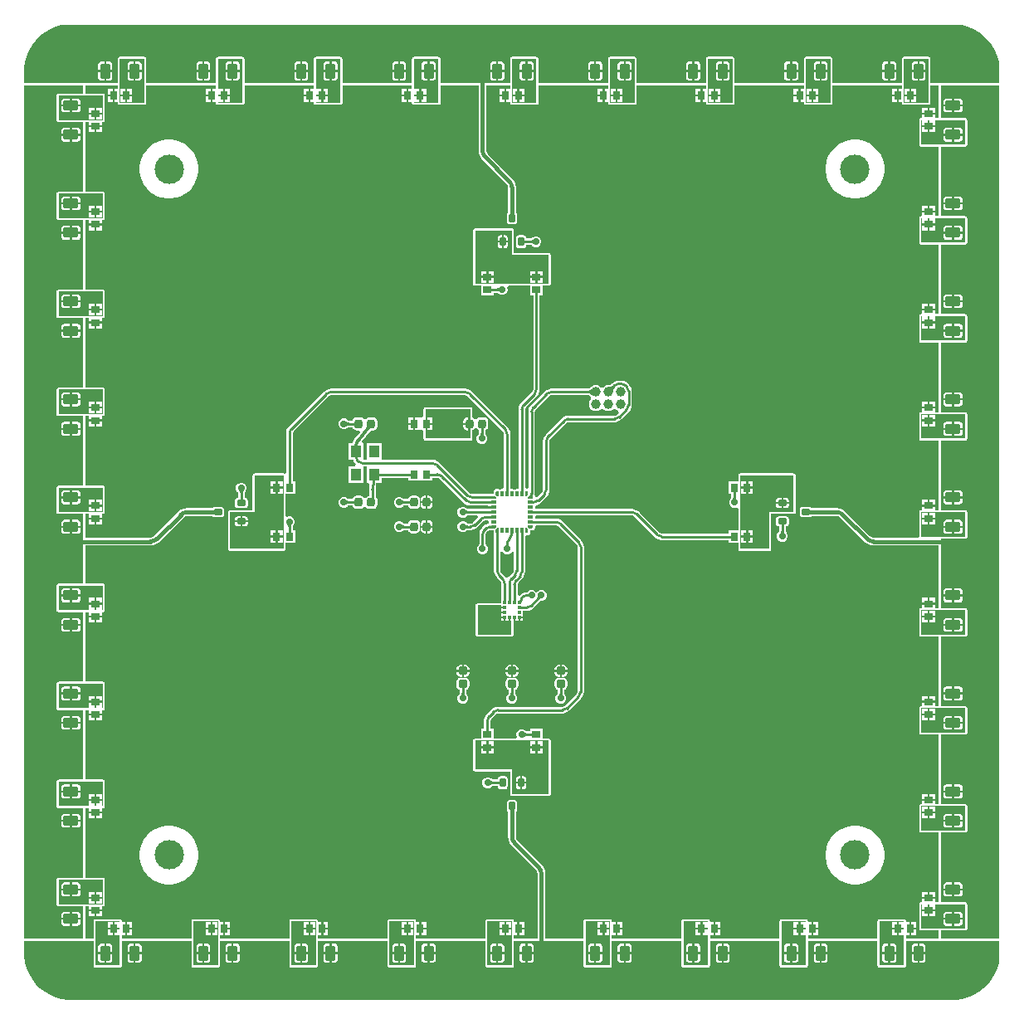
<source format=gtl>
G04*
G04 #@! TF.GenerationSoftware,Altium Limited,Altium Designer,24.1.2 (44)*
G04*
G04 Layer_Physical_Order=1*
G04 Layer_Color=255*
%FSLAX44Y44*%
%MOMM*%
G71*
G04*
G04 #@! TF.SameCoordinates,4F868512-D97F-4151-AA10-91EEB4B24D68*
G04*
G04*
G04 #@! TF.FilePolarity,Positive*
G04*
G01*
G75*
%ADD27C,0.2500*%
%ADD28C,0.4000*%
%ADD29C,0.2500*%
%ADD30C,0.3000*%
G04:AMPARAMS|DCode=31|XSize=0.6mm|YSize=0.9mm|CornerRadius=0.075mm|HoleSize=0mm|Usage=FLASHONLY|Rotation=90.000|XOffset=0mm|YOffset=0mm|HoleType=Round|Shape=RoundedRectangle|*
%AMROUNDEDRECTD31*
21,1,0.6000,0.7500,0,0,90.0*
21,1,0.4500,0.9000,0,0,90.0*
1,1,0.1500,0.3750,0.2250*
1,1,0.1500,0.3750,-0.2250*
1,1,0.1500,-0.3750,-0.2250*
1,1,0.1500,-0.3750,0.2250*
%
%ADD31ROUNDEDRECTD31*%
G04:AMPARAMS|DCode=32|XSize=1.6mm|YSize=1mm|CornerRadius=0.125mm|HoleSize=0mm|Usage=FLASHONLY|Rotation=270.000|XOffset=0mm|YOffset=0mm|HoleType=Round|Shape=RoundedRectangle|*
%AMROUNDEDRECTD32*
21,1,1.6000,0.7500,0,0,270.0*
21,1,1.3500,1.0000,0,0,270.0*
1,1,0.2500,-0.3750,-0.6750*
1,1,0.2500,-0.3750,0.6750*
1,1,0.2500,0.3750,0.6750*
1,1,0.2500,0.3750,-0.6750*
%
%ADD32ROUNDEDRECTD32*%
G04:AMPARAMS|DCode=33|XSize=1.6mm|YSize=1mm|CornerRadius=0.125mm|HoleSize=0mm|Usage=FLASHONLY|Rotation=180.000|XOffset=0mm|YOffset=0mm|HoleType=Round|Shape=RoundedRectangle|*
%AMROUNDEDRECTD33*
21,1,1.6000,0.7500,0,0,180.0*
21,1,1.3500,1.0000,0,0,180.0*
1,1,0.2500,-0.6750,0.3750*
1,1,0.2500,0.6750,0.3750*
1,1,0.2500,0.6750,-0.3750*
1,1,0.2500,-0.6750,-0.3750*
%
%ADD33ROUNDEDRECTD33*%
%ADD34R,0.8000X0.9000*%
%ADD35R,0.9000X0.8000*%
%ADD36R,0.3250X0.3000*%
%ADD37R,0.3000X0.3250*%
G04:AMPARAMS|DCode=38|XSize=0.55mm|YSize=0.3mm|CornerRadius=0.075mm|HoleSize=0mm|Usage=FLASHONLY|Rotation=0.000|XOffset=0mm|YOffset=0mm|HoleType=Round|Shape=RoundedRectangle|*
%AMROUNDEDRECTD38*
21,1,0.5500,0.1500,0,0,0.0*
21,1,0.4000,0.3000,0,0,0.0*
1,1,0.1500,0.2000,-0.0750*
1,1,0.1500,-0.2000,-0.0750*
1,1,0.1500,-0.2000,0.0750*
1,1,0.1500,0.2000,0.0750*
%
%ADD38ROUNDEDRECTD38*%
G04:AMPARAMS|DCode=39|XSize=0.55mm|YSize=0.3mm|CornerRadius=0.075mm|HoleSize=0mm|Usage=FLASHONLY|Rotation=90.000|XOffset=0mm|YOffset=0mm|HoleType=Round|Shape=RoundedRectangle|*
%AMROUNDEDRECTD39*
21,1,0.5500,0.1500,0,0,90.0*
21,1,0.4000,0.3000,0,0,90.0*
1,1,0.1500,0.0750,0.2000*
1,1,0.1500,0.0750,-0.2000*
1,1,0.1500,-0.0750,-0.2000*
1,1,0.1500,-0.0750,0.2000*
%
%ADD39ROUNDEDRECTD39*%
G04:AMPARAMS|DCode=40|XSize=0.9mm|YSize=0.8mm|CornerRadius=0.2mm|HoleSize=0mm|Usage=FLASHONLY|Rotation=180.000|XOffset=0mm|YOffset=0mm|HoleType=Round|Shape=RoundedRectangle|*
%AMROUNDEDRECTD40*
21,1,0.9000,0.4000,0,0,180.0*
21,1,0.5000,0.8000,0,0,180.0*
1,1,0.4000,-0.2500,0.2000*
1,1,0.4000,0.2500,0.2000*
1,1,0.4000,0.2500,-0.2000*
1,1,0.4000,-0.2500,-0.2000*
%
%ADD40ROUNDEDRECTD40*%
G04:AMPARAMS|DCode=41|XSize=0.9mm|YSize=0.8mm|CornerRadius=0.2mm|HoleSize=0mm|Usage=FLASHONLY|Rotation=90.000|XOffset=0mm|YOffset=0mm|HoleType=Round|Shape=RoundedRectangle|*
%AMROUNDEDRECTD41*
21,1,0.9000,0.4000,0,0,90.0*
21,1,0.5000,0.8000,0,0,90.0*
1,1,0.4000,0.2000,0.2500*
1,1,0.4000,0.2000,-0.2500*
1,1,0.4000,-0.2000,-0.2500*
1,1,0.4000,-0.2000,0.2500*
%
%ADD41ROUNDEDRECTD41*%
%ADD42R,1.1000X1.3000*%
G04:AMPARAMS|DCode=43|XSize=0.6mm|YSize=0.9mm|CornerRadius=0.075mm|HoleSize=0mm|Usage=FLASHONLY|Rotation=180.000|XOffset=0mm|YOffset=0mm|HoleType=Round|Shape=RoundedRectangle|*
%AMROUNDEDRECTD43*
21,1,0.6000,0.7500,0,0,180.0*
21,1,0.4500,0.9000,0,0,180.0*
1,1,0.1500,-0.2250,0.3750*
1,1,0.1500,0.2250,0.3750*
1,1,0.1500,0.2250,-0.3750*
1,1,0.1500,-0.2250,-0.3750*
%
%ADD43ROUNDEDRECTD43*%
%ADD44C,1.0000*%
%ADD45C,3.0000*%
%ADD46C,0.7000*%
G36*
X953110Y997451D02*
X959277Y996639D01*
X965285Y995029D01*
X971032Y992649D01*
X976419Y989539D01*
X981354Y985752D01*
X985752Y981354D01*
X989539Y976419D01*
X992649Y971032D01*
X995029Y965285D01*
X996639Y959277D01*
X997451Y953110D01*
X997451Y950000D01*
Y950000D01*
D01*
Y937500D01*
X927039D01*
Y962500D01*
X926884Y963280D01*
X926442Y963942D01*
X925780Y964384D01*
X925000Y964539D01*
X900000Y964539D01*
X899220Y964384D01*
X898558Y963942D01*
X898116Y963280D01*
X897961Y962500D01*
Y937500D01*
X827039D01*
Y962500D01*
X826884Y963280D01*
X826442Y963942D01*
X825780Y964384D01*
X825000Y964539D01*
X800000Y964539D01*
X799220Y964384D01*
X798558Y963942D01*
X798116Y963280D01*
X797961Y962500D01*
Y937500D01*
X727039D01*
Y962500D01*
X726884Y963280D01*
X726442Y963942D01*
X725780Y964384D01*
X725000Y964539D01*
X700000D01*
X699220Y964384D01*
X698558Y963942D01*
X698116Y963280D01*
X697961Y962500D01*
Y937500D01*
X627039D01*
Y962500D01*
X626884Y963280D01*
X626442Y963942D01*
X625780Y964384D01*
X625000Y964539D01*
X600000D01*
X599220Y964384D01*
X598558Y963942D01*
X598116Y963280D01*
X597961Y962500D01*
Y937500D01*
X527039D01*
Y962500D01*
X526884Y963280D01*
X526442Y963942D01*
X525780Y964384D01*
X525000Y964539D01*
X500000Y964539D01*
X499220Y964384D01*
X498558Y963942D01*
X498116Y963280D01*
X497961Y962500D01*
Y937500D01*
X427039D01*
Y962500D01*
X426884Y963280D01*
X426442Y963942D01*
X425780Y964384D01*
X425000Y964539D01*
X400000Y964539D01*
X399220Y964384D01*
X398558Y963942D01*
X398116Y963280D01*
X397961Y962500D01*
Y937500D01*
X327039D01*
Y962500D01*
X326884Y963280D01*
X326442Y963942D01*
X325780Y964384D01*
X325000Y964539D01*
X300000D01*
X299220Y964384D01*
X298558Y963942D01*
X298116Y963280D01*
X297961Y962500D01*
Y937500D01*
X227039D01*
Y962500D01*
X226884Y963280D01*
X226442Y963942D01*
X225780Y964384D01*
X225000Y964539D01*
X200000D01*
X199220Y964384D01*
X198558Y963942D01*
X198116Y963280D01*
X197961Y962500D01*
Y937500D01*
X127039D01*
Y962500D01*
X126884Y963280D01*
X126442Y963942D01*
X125780Y964384D01*
X125000Y964539D01*
X100000Y964539D01*
X99220Y964384D01*
X98558Y963942D01*
X98116Y963280D01*
X97961Y962500D01*
Y937500D01*
X2549D01*
Y950000D01*
Y953110D01*
X3361Y959277D01*
X4971Y965285D01*
X7351Y971032D01*
X10461Y976419D01*
X14248Y981354D01*
X18646Y985752D01*
X23581Y989539D01*
X28968Y992649D01*
X34715Y995029D01*
X40723Y996639D01*
X46890Y997451D01*
X50000Y997451D01*
D01*
X50000D01*
X950000Y997451D01*
X953110Y997451D01*
D02*
G37*
G36*
X925000Y917500D02*
X900000D01*
Y962500D01*
X925000Y962500D01*
Y917500D01*
D02*
G37*
G36*
X825000D02*
X800000D01*
Y962500D01*
X825000Y962500D01*
Y917500D01*
D02*
G37*
G36*
X725000D02*
X700000D01*
Y962500D01*
X725000D01*
Y917500D01*
D02*
G37*
G36*
X625000D02*
X600000D01*
Y962500D01*
X625000D01*
Y917500D01*
D02*
G37*
G36*
X525000D02*
X500000D01*
Y962500D01*
X525000Y962500D01*
Y917500D01*
D02*
G37*
G36*
X425000D02*
X400000D01*
Y962500D01*
X425000Y962500D01*
Y917500D01*
D02*
G37*
G36*
X325000D02*
X300000D01*
Y962500D01*
X325000D01*
Y917500D01*
D02*
G37*
G36*
X225000D02*
X200000D01*
Y962500D01*
X225000D01*
Y917500D01*
D02*
G37*
G36*
X125000Y962500D02*
Y917500D01*
X100000D01*
Y962500D01*
X125000Y962500D01*
D02*
G37*
G36*
X935000Y902039D02*
X931500D01*
Y905500D01*
X925000D01*
Y906500D01*
D01*
Y905500D01*
X918500D01*
Y902039D01*
X917500D01*
X916720Y901884D01*
X916058Y901442D01*
X915616Y900780D01*
X915461Y900000D01*
Y875000D01*
X915616Y874220D01*
X916058Y873558D01*
X916720Y873116D01*
X917500Y872961D01*
X935000D01*
Y802039D01*
X931500D01*
Y805500D01*
X925000D01*
X918500D01*
Y802039D01*
X917500D01*
X916720Y801884D01*
X916058Y801442D01*
X915616Y800780D01*
X915461Y800000D01*
Y775000D01*
X915616Y774220D01*
X916058Y773558D01*
X916720Y773116D01*
X917500Y772961D01*
X935000D01*
Y702039D01*
X931500D01*
Y705500D01*
X925000D01*
X918500D01*
Y702039D01*
X917500D01*
X916720Y701884D01*
X916058Y701442D01*
X915616Y700780D01*
X915461Y700000D01*
Y675000D01*
X915616Y674220D01*
X916058Y673558D01*
X916720Y673116D01*
X917500Y672961D01*
X935000D01*
Y602039D01*
X931500D01*
Y605500D01*
X925000D01*
X918500D01*
Y602039D01*
X917500D01*
X916720Y601884D01*
X916058Y601442D01*
X915616Y600780D01*
X915461Y600000D01*
Y575000D01*
X915616Y574220D01*
X916058Y573558D01*
X916720Y573116D01*
X917500Y572961D01*
X935000D01*
Y502039D01*
X931500D01*
Y505500D01*
X925000D01*
X918500D01*
Y502039D01*
X917500D01*
X916720Y501884D01*
X916058Y501442D01*
X915616Y500780D01*
X915461Y500000D01*
Y475000D01*
X913605Y474078D01*
X869142D01*
X868975Y474045D01*
X866851Y474468D01*
X865061Y475664D01*
X864974Y475794D01*
X840800Y499967D01*
X840800Y499967D01*
X840799Y499977D01*
X840823Y500000D01*
X837918Y502229D01*
X834513Y503640D01*
X830858Y504121D01*
Y504078D01*
X805836D01*
X805733Y504233D01*
X804823Y504840D01*
X803750Y505054D01*
X796250D01*
X795177Y504840D01*
X794267Y504233D01*
X793660Y503323D01*
X793446Y502250D01*
Y497750D01*
X793660Y496677D01*
X794267Y495767D01*
X795177Y495160D01*
X796250Y494946D01*
X803750D01*
X804823Y495160D01*
X805733Y495767D01*
X805836Y495922D01*
X830858D01*
X831025Y495955D01*
X833149Y495532D01*
X834943Y494334D01*
X835033Y494200D01*
X859206Y470026D01*
X859208Y470012D01*
X859187Y469992D01*
X862082Y467771D01*
X865487Y466360D01*
X869142Y465879D01*
X869142Y465879D01*
Y465922D01*
X935000D01*
Y402039D01*
X931500D01*
Y405500D01*
X925000D01*
X918500D01*
Y402039D01*
X917500D01*
X916720Y401884D01*
X916058Y401442D01*
X915616Y400780D01*
X915461Y400000D01*
Y375000D01*
X915616Y374220D01*
X916058Y373558D01*
X916720Y373116D01*
X917500Y372961D01*
X935000D01*
Y302039D01*
X931500D01*
Y305500D01*
X925000D01*
X918500D01*
Y302039D01*
X917500D01*
X916720Y301884D01*
X916058Y301442D01*
X915616Y300780D01*
X915461Y300000D01*
Y275000D01*
X915616Y274220D01*
X916058Y273558D01*
X916720Y273116D01*
X917500Y272961D01*
X935000D01*
Y202039D01*
X931500D01*
Y205500D01*
X925000D01*
X918500D01*
Y202039D01*
X917500D01*
X916720Y201884D01*
X916058Y201442D01*
X915616Y200780D01*
X915461Y200000D01*
Y175000D01*
X915616Y174220D01*
X916058Y173558D01*
X916720Y173116D01*
X917500Y172961D01*
X935000D01*
Y102039D01*
X931500D01*
Y105500D01*
X925000D01*
X918500D01*
Y102039D01*
X917500D01*
X916720Y101884D01*
X916058Y101442D01*
X915616Y100780D01*
X915461Y100000D01*
Y75000D01*
X915616Y74220D01*
X916058Y73558D01*
X916720Y73116D01*
X917500Y72961D01*
X935000D01*
Y65000D01*
X902039D01*
Y68500D01*
X905500D01*
Y75000D01*
Y81500D01*
X902039D01*
Y82500D01*
X901884Y83280D01*
X901442Y83942D01*
X900780Y84384D01*
X900000Y84539D01*
X875000D01*
X874220Y84384D01*
X873558Y83942D01*
X873116Y83280D01*
X872961Y82500D01*
Y65000D01*
X802039D01*
Y68500D01*
X805500D01*
Y75000D01*
Y81500D01*
X802039D01*
Y82500D01*
X801884Y83280D01*
X801442Y83942D01*
X800780Y84384D01*
X800000Y84539D01*
X775000D01*
X774220Y84384D01*
X773558Y83942D01*
X773116Y83280D01*
X772961Y82500D01*
Y65000D01*
X702039D01*
Y68500D01*
X705500D01*
Y75000D01*
Y81500D01*
X702039D01*
Y82500D01*
X701884Y83280D01*
X701442Y83942D01*
X700780Y84384D01*
X700000Y84539D01*
X675000D01*
X674220Y84384D01*
X673558Y83942D01*
X673116Y83280D01*
X672961Y82500D01*
Y65000D01*
X602039D01*
Y68500D01*
X605500D01*
Y75000D01*
Y81500D01*
X602039D01*
Y82500D01*
X601884Y83280D01*
X601442Y83942D01*
X600780Y84384D01*
X600000Y84539D01*
X575000D01*
X574220Y84384D01*
X573558Y83942D01*
X573116Y83280D01*
X572961Y82500D01*
Y65000D01*
X534078D01*
X534078Y128858D01*
X534121Y130858D01*
X534121D01*
X533640Y134513D01*
X532229Y137918D01*
X530002Y140821D01*
X529979Y140798D01*
X529968Y140799D01*
X505800Y164967D01*
X505666Y165057D01*
X504468Y166851D01*
X504045Y168975D01*
X504078Y169142D01*
Y194164D01*
X504233Y194267D01*
X504840Y195177D01*
X505054Y196250D01*
Y203750D01*
X504840Y204823D01*
X504233Y205733D01*
X503323Y206340D01*
X502250Y206554D01*
X497750D01*
X496677Y206340D01*
X495767Y205733D01*
X495160Y204823D01*
X494946Y203750D01*
Y196250D01*
X495160Y195177D01*
X495767Y194267D01*
X495922Y194164D01*
Y169142D01*
X495879D01*
X496360Y165487D01*
X497771Y162082D01*
X500000Y159177D01*
X500023Y159201D01*
X500033Y159200D01*
X524201Y135031D01*
X524334Y134942D01*
X525532Y133149D01*
X525955Y131025D01*
X525922Y130858D01*
X525922Y65000D01*
X502039D01*
Y68500D01*
X505500D01*
Y75000D01*
Y81500D01*
X502039D01*
Y82500D01*
X501884Y83280D01*
X501442Y83942D01*
X500780Y84384D01*
X500000Y84539D01*
X475000D01*
X474220Y84384D01*
X473558Y83942D01*
X473116Y83280D01*
X472961Y82500D01*
Y65000D01*
X402039D01*
Y68500D01*
X405500D01*
Y75000D01*
Y81500D01*
X402039D01*
Y82500D01*
X401884Y83280D01*
X401442Y83942D01*
X400780Y84384D01*
X400000Y84539D01*
X375000D01*
X374220Y84384D01*
X373558Y83942D01*
X373116Y83280D01*
X372961Y82500D01*
Y65000D01*
X302039D01*
Y68500D01*
X305500D01*
Y75000D01*
Y81500D01*
X302039D01*
Y82500D01*
X301884Y83280D01*
X301442Y83942D01*
X300780Y84384D01*
X300000Y84539D01*
X275000D01*
X274220Y84384D01*
X273558Y83942D01*
X273116Y83280D01*
X272961Y82500D01*
Y65000D01*
X202039D01*
Y68500D01*
X205500D01*
Y75000D01*
Y81500D01*
X202039D01*
Y82500D01*
X201884Y83280D01*
X201442Y83942D01*
X200780Y84384D01*
X200000Y84539D01*
X175000D01*
X174220Y84384D01*
X173558Y83942D01*
X173116Y83280D01*
X172961Y82500D01*
Y65000D01*
X102039D01*
Y68500D01*
X105500D01*
Y75000D01*
Y81500D01*
X102039D01*
Y82500D01*
X101884Y83280D01*
X101442Y83942D01*
X100780Y84384D01*
X100000Y84539D01*
X75000D01*
X74220Y84384D01*
X73558Y83942D01*
X73116Y83280D01*
X72961Y82500D01*
Y65000D01*
X65000D01*
Y97961D01*
X68500D01*
Y94500D01*
X81500D01*
Y97961D01*
X82500D01*
X83280Y98116D01*
X83942Y98558D01*
X84384Y99220D01*
X84539Y100000D01*
Y125000D01*
X84384Y125780D01*
X83942Y126442D01*
X83280Y126884D01*
X82500Y127039D01*
X65000D01*
Y197961D01*
X68500D01*
Y194500D01*
X81500D01*
Y197961D01*
X82500D01*
X83280Y198116D01*
X83942Y198558D01*
X84384Y199220D01*
X84539Y200000D01*
Y225000D01*
X84384Y225780D01*
X83942Y226442D01*
X83280Y226884D01*
X82500Y227039D01*
X65000D01*
Y297961D01*
X68500D01*
Y294500D01*
X81500D01*
Y297961D01*
X82500D01*
X83280Y298116D01*
X83942Y298558D01*
X84384Y299220D01*
X84539Y300000D01*
Y325000D01*
X84384Y325780D01*
X83942Y326442D01*
X83280Y326884D01*
X82500Y327039D01*
X65000D01*
Y397961D01*
X68500D01*
Y394500D01*
X81500D01*
Y397961D01*
X82500D01*
X83280Y398116D01*
X83942Y398558D01*
X84384Y399220D01*
X84539Y400000D01*
Y425000D01*
X84384Y425780D01*
X83942Y426442D01*
X83280Y426884D01*
X82500Y427039D01*
X65000D01*
Y465922D01*
X130858D01*
Y465879D01*
X134513Y466360D01*
X137918Y467771D01*
X140823Y470000D01*
X140799Y470023D01*
X140800Y470033D01*
X164967Y494200D01*
X165057Y494334D01*
X166851Y495532D01*
X168975Y495955D01*
X169142Y495922D01*
X194164D01*
X194267Y495767D01*
X195177Y495160D01*
X196250Y494946D01*
X203750D01*
X204823Y495160D01*
X205733Y495767D01*
X206340Y496677D01*
X206554Y497750D01*
Y502250D01*
X206340Y503323D01*
X205733Y504233D01*
X204823Y504840D01*
X203750Y505054D01*
X196250D01*
X195177Y504840D01*
X194267Y504233D01*
X194164Y504078D01*
X169142D01*
Y504121D01*
X165487Y503640D01*
X162082Y502229D01*
X159177Y500000D01*
X159200Y499967D01*
X159200Y499967D01*
X135033Y475800D01*
X134943Y475666D01*
X133149Y474468D01*
X131025Y474045D01*
X130858Y474078D01*
X65000D01*
Y497961D01*
X68500D01*
Y494500D01*
X81500D01*
Y497961D01*
X82500D01*
X83280Y498116D01*
X83942Y498558D01*
X84384Y499220D01*
X84539Y500000D01*
Y525000D01*
X84384Y525780D01*
X83942Y526442D01*
X83280Y526884D01*
X82500Y527039D01*
X65000D01*
Y597961D01*
X68500D01*
Y594500D01*
X81500D01*
Y597961D01*
X82500D01*
X83280Y598116D01*
X83942Y598558D01*
X84384Y599220D01*
X84539Y600000D01*
Y625000D01*
X84384Y625780D01*
X83942Y626442D01*
X83280Y626884D01*
X82500Y627039D01*
X65000D01*
Y697961D01*
X68500D01*
Y694500D01*
X81500D01*
Y697961D01*
X82500D01*
X83280Y698116D01*
X83942Y698558D01*
X84384Y699220D01*
X84539Y700000D01*
Y725000D01*
X84384Y725780D01*
X83942Y726442D01*
X83280Y726884D01*
X82500Y727039D01*
X65000D01*
Y797961D01*
X68500D01*
Y794500D01*
X81500D01*
Y797961D01*
X82500D01*
X83280Y798116D01*
X83942Y798558D01*
X84384Y799220D01*
X84539Y800000D01*
Y825000D01*
X84384Y825780D01*
X83942Y826442D01*
X83280Y826884D01*
X82500Y827039D01*
X65000D01*
Y897961D01*
X68500D01*
Y894500D01*
X81500D01*
Y897961D01*
X82500D01*
X83280Y898116D01*
X83942Y898558D01*
X84384Y899220D01*
X84539Y900000D01*
Y925000D01*
X84384Y925780D01*
X83942Y926442D01*
X83280Y926884D01*
X82500Y927039D01*
X65000D01*
Y935000D01*
X97961D01*
Y931500D01*
X94500D01*
Y925000D01*
Y918500D01*
X97961D01*
Y917500D01*
X98116Y916720D01*
X98558Y916058D01*
X99220Y915616D01*
X100000Y915461D01*
X125000D01*
X125780Y915616D01*
X126442Y916058D01*
X126884Y916720D01*
X127039Y917500D01*
Y935000D01*
X197961D01*
Y931500D01*
X194500D01*
Y925000D01*
Y918500D01*
X197961D01*
Y917500D01*
X198116Y916720D01*
X198558Y916058D01*
X199220Y915616D01*
X200000Y915461D01*
X225000D01*
X225780Y915616D01*
X226442Y916058D01*
X226884Y916720D01*
X227039Y917500D01*
Y935000D01*
X297961D01*
Y931500D01*
X294500D01*
Y925000D01*
Y918500D01*
X297961D01*
Y917500D01*
X298116Y916720D01*
X298558Y916058D01*
X299220Y915616D01*
X300000Y915461D01*
X325000D01*
X325780Y915616D01*
X326442Y916058D01*
X326884Y916720D01*
X327039Y917500D01*
Y935000D01*
X397961D01*
Y931500D01*
X394500D01*
Y925000D01*
Y918500D01*
X397961D01*
Y917500D01*
X398116Y916720D01*
X398558Y916058D01*
X399220Y915616D01*
X400000Y915461D01*
X425000D01*
X425780Y915616D01*
X426442Y916058D01*
X426884Y916720D01*
X427039Y917500D01*
Y935000D01*
X465922D01*
Y871125D01*
X465879Y869142D01*
X465879Y869142D01*
X466360Y865487D01*
X467771Y862082D01*
X470000Y859177D01*
X470023Y859201D01*
X470033Y859200D01*
X494200Y835033D01*
X494334Y834943D01*
X495532Y833149D01*
X495955Y831025D01*
X495922Y830858D01*
X495922Y805836D01*
X495767Y805733D01*
X495160Y804823D01*
X494946Y803750D01*
Y796250D01*
X495160Y795177D01*
X495767Y794267D01*
X496677Y793660D01*
X497750Y793446D01*
X502250D01*
X503323Y793660D01*
X504233Y794267D01*
X504840Y795177D01*
X505054Y796250D01*
Y803750D01*
X504840Y804823D01*
X504233Y805733D01*
X504078Y805836D01*
X504078Y828858D01*
X504121Y830858D01*
X504121D01*
X503640Y834513D01*
X502229Y837918D01*
X500000Y840823D01*
X499977Y840799D01*
X499967Y840800D01*
X475800Y864967D01*
X475666Y865057D01*
X474468Y866851D01*
X474045Y868975D01*
X474078Y869142D01*
Y935000D01*
X497961D01*
Y931500D01*
X494500D01*
Y925000D01*
Y918500D01*
X497961D01*
Y917500D01*
X498116Y916720D01*
X498558Y916058D01*
X499220Y915616D01*
X500000Y915461D01*
X525000D01*
X525780Y915616D01*
X526442Y916058D01*
X526884Y916720D01*
X527039Y917500D01*
Y935000D01*
X597961D01*
Y931500D01*
X594500D01*
Y925000D01*
Y918500D01*
X597961D01*
Y917500D01*
X598116Y916720D01*
X598558Y916058D01*
X599220Y915616D01*
X600000Y915461D01*
X625000D01*
X625780Y915616D01*
X626442Y916058D01*
X626884Y916720D01*
X627039Y917500D01*
Y935000D01*
X697961D01*
Y931500D01*
X694500D01*
Y925000D01*
Y918500D01*
X697961D01*
Y917500D01*
X698116Y916720D01*
X698558Y916058D01*
X699220Y915616D01*
X700000Y915461D01*
X725000D01*
X725780Y915616D01*
X726442Y916058D01*
X726884Y916720D01*
X727039Y917500D01*
Y935000D01*
X797961D01*
Y931500D01*
X794500D01*
Y925000D01*
Y918500D01*
X797961D01*
Y917500D01*
X798116Y916720D01*
X798558Y916058D01*
X799220Y915616D01*
X800000Y915461D01*
X825000D01*
X825780Y915616D01*
X826442Y916058D01*
X826884Y916720D01*
X827039Y917500D01*
Y935000D01*
X897961D01*
Y931500D01*
X894500D01*
Y925000D01*
Y918500D01*
X897961D01*
Y917500D01*
X898116Y916720D01*
X898558Y916058D01*
X899220Y915616D01*
X900000Y915461D01*
X925000D01*
X925780Y915616D01*
X926442Y916058D01*
X926884Y916720D01*
X927039Y917500D01*
Y935000D01*
X935000D01*
Y902039D01*
D02*
G37*
G36*
X82500Y900000D02*
X37500D01*
X37500Y925000D01*
X82500D01*
Y900000D01*
D02*
G37*
G36*
X962500Y875000D02*
X917500D01*
Y900000D01*
X962500D01*
X962500Y875000D01*
D02*
G37*
G36*
X82500Y800000D02*
X37500D01*
X37500Y825000D01*
X82500D01*
Y800000D01*
D02*
G37*
G36*
X962500Y775000D02*
X917500D01*
Y800000D01*
X962500D01*
Y775000D01*
D02*
G37*
G36*
X82500Y700000D02*
X37500D01*
Y725000D01*
X82500D01*
Y700000D01*
D02*
G37*
G36*
X962500Y675000D02*
X917500D01*
Y700000D01*
X962500D01*
Y675000D01*
D02*
G37*
G36*
X82500Y600000D02*
X37500D01*
Y625000D01*
X82500D01*
Y600000D01*
D02*
G37*
G36*
X962500Y575000D02*
X917500D01*
Y600000D01*
X962500D01*
X962500Y575000D01*
D02*
G37*
G36*
X82500Y500000D02*
X37500D01*
X37500Y525000D01*
X82500D01*
Y500000D01*
D02*
G37*
G36*
X962500Y475000D02*
X917500D01*
Y500000D01*
X962500D01*
X962500Y475000D01*
D02*
G37*
G36*
X82500Y400000D02*
X37500D01*
X37500Y425000D01*
X82500D01*
Y400000D01*
D02*
G37*
G36*
X962500Y375000D02*
X917500D01*
Y400000D01*
X962500D01*
Y375000D01*
D02*
G37*
G36*
X82500Y300000D02*
X37500D01*
Y325000D01*
X82500D01*
Y300000D01*
D02*
G37*
G36*
X962500Y275000D02*
X917500D01*
Y300000D01*
X962500D01*
Y275000D01*
D02*
G37*
G36*
X82500Y200000D02*
X37500D01*
Y225000D01*
X82500D01*
Y200000D01*
D02*
G37*
G36*
X962500Y175000D02*
X917500D01*
Y200000D01*
X962500D01*
X962500Y175000D01*
D02*
G37*
G36*
X82500Y100000D02*
X37500D01*
Y125000D01*
X82500D01*
Y100000D01*
D02*
G37*
G36*
X962500Y75000D02*
X917500D01*
Y100000D01*
X962500D01*
X962500Y75000D01*
D02*
G37*
G36*
X997451Y935000D02*
X997451Y65000D01*
X937500D01*
Y72961D01*
X962500D01*
X963280Y73116D01*
X963942Y73558D01*
X964384Y74220D01*
X964539Y75000D01*
X964539Y100000D01*
X964384Y100780D01*
X963942Y101442D01*
X963280Y101884D01*
X962500Y102039D01*
X937500D01*
Y172961D01*
X962500D01*
X963280Y173116D01*
X963942Y173558D01*
X964384Y174220D01*
X964539Y175000D01*
X964539Y200000D01*
X964384Y200780D01*
X963942Y201442D01*
X963280Y201884D01*
X962500Y202039D01*
X937500D01*
Y272961D01*
X962500D01*
X963280Y273116D01*
X963942Y273558D01*
X964384Y274220D01*
X964539Y275000D01*
Y300000D01*
X964384Y300780D01*
X963942Y301442D01*
X963280Y301884D01*
X962500Y302039D01*
X937500D01*
Y372961D01*
X962500D01*
X963280Y373116D01*
X963942Y373558D01*
X964384Y374220D01*
X964539Y375000D01*
Y400000D01*
X964384Y400780D01*
X963942Y401442D01*
X963280Y401884D01*
X962500Y402039D01*
X937500D01*
Y472961D01*
X962500D01*
X963280Y473116D01*
X963942Y473558D01*
X964384Y474220D01*
X964539Y475000D01*
X964539Y500000D01*
X964384Y500780D01*
X963942Y501442D01*
X963280Y501884D01*
X962500Y502039D01*
X937500D01*
Y572961D01*
X962500D01*
X963280Y573116D01*
X963942Y573558D01*
X964384Y574220D01*
X964539Y575000D01*
X964539Y600000D01*
X964384Y600780D01*
X963942Y601442D01*
X963280Y601884D01*
X962500Y602039D01*
X937500D01*
Y672961D01*
X962500D01*
X963280Y673116D01*
X963942Y673558D01*
X964384Y674220D01*
X964539Y675000D01*
Y700000D01*
X964384Y700780D01*
X963942Y701442D01*
X963280Y701884D01*
X962500Y702039D01*
X937500D01*
Y772961D01*
X962500D01*
X963280Y773116D01*
X963942Y773558D01*
X964384Y774220D01*
X964539Y775000D01*
Y800000D01*
X964384Y800780D01*
X963942Y801442D01*
X963280Y801884D01*
X962500Y802039D01*
X937500D01*
Y872961D01*
X962500D01*
X963280Y873116D01*
X963942Y873558D01*
X964384Y874220D01*
X964539Y875000D01*
X964539Y900000D01*
X964384Y900780D01*
X963942Y901442D01*
X963280Y901884D01*
X962500Y902039D01*
X937500D01*
Y935000D01*
X997451Y935000D01*
D02*
G37*
G36*
X62500D02*
Y927039D01*
X37500D01*
X36720Y926884D01*
X36058Y926442D01*
X35616Y925780D01*
X35461Y925000D01*
X35461Y900000D01*
X35616Y899220D01*
X36058Y898558D01*
X36720Y898116D01*
X37500Y897961D01*
X62500D01*
Y827039D01*
X37500D01*
X36720Y826884D01*
X36058Y826442D01*
X35616Y825780D01*
X35461Y825000D01*
X35461Y800000D01*
X35616Y799220D01*
X36058Y798558D01*
X36720Y798116D01*
X37500Y797961D01*
X62500D01*
Y727039D01*
X37500D01*
X36720Y726884D01*
X36058Y726442D01*
X35616Y725780D01*
X35461Y725000D01*
Y700000D01*
X35616Y699220D01*
X36058Y698558D01*
X36720Y698116D01*
X37500Y697961D01*
X62500D01*
Y627039D01*
X37500D01*
X36720Y626884D01*
X36058Y626442D01*
X35616Y625780D01*
X35461Y625000D01*
Y600000D01*
X35616Y599220D01*
X36058Y598558D01*
X36720Y598116D01*
X37500Y597961D01*
X62500D01*
Y527039D01*
X37500D01*
X36720Y526884D01*
X36058Y526442D01*
X35616Y525780D01*
X35461Y525000D01*
X35461Y500000D01*
X35616Y499220D01*
X36058Y498558D01*
X36720Y498116D01*
X37500Y497961D01*
X62500D01*
Y427039D01*
X37500D01*
X36720Y426884D01*
X36058Y426442D01*
X35616Y425780D01*
X35461Y425000D01*
X35461Y400000D01*
X35616Y399220D01*
X36058Y398558D01*
X36720Y398116D01*
X37500Y397961D01*
X62500D01*
Y327039D01*
X37500D01*
X36720Y326884D01*
X36058Y326442D01*
X35616Y325780D01*
X35461Y325000D01*
Y300000D01*
X35616Y299220D01*
X36058Y298558D01*
X36720Y298116D01*
X37500Y297961D01*
X62500D01*
Y227039D01*
X37500D01*
X36720Y226884D01*
X36058Y226442D01*
X35616Y225780D01*
X35461Y225000D01*
Y200000D01*
X35616Y199220D01*
X36058Y198558D01*
X36720Y198116D01*
X37500Y197961D01*
X62500D01*
Y127039D01*
X37500D01*
X36720Y126884D01*
X36058Y126442D01*
X35616Y125780D01*
X35461Y125000D01*
Y100000D01*
X35616Y99220D01*
X36058Y98558D01*
X36720Y98116D01*
X37500Y97961D01*
X62500D01*
Y65000D01*
X2549Y65000D01*
Y935000D01*
X62500Y935000D01*
D02*
G37*
G36*
X800000Y37500D02*
X775000D01*
Y82500D01*
X800000D01*
Y37500D01*
D02*
G37*
G36*
X700000D02*
X675000D01*
Y82500D01*
X700000D01*
Y37500D01*
D02*
G37*
G36*
X600000D02*
X575000D01*
Y82500D01*
X600000D01*
Y37500D01*
D02*
G37*
G36*
X500000D02*
X475000D01*
Y82500D01*
X500000D01*
Y37500D01*
D02*
G37*
G36*
X400000D02*
X375000D01*
Y82500D01*
X400000D01*
Y37500D01*
D02*
G37*
G36*
X300000D02*
X275000D01*
Y82500D01*
X300000D01*
Y37500D01*
D02*
G37*
G36*
X200000D02*
X175000D01*
Y82500D01*
X200000D01*
Y37500D01*
D02*
G37*
G36*
X100000D02*
X75000D01*
Y82500D01*
X100000D01*
Y37500D01*
D02*
G37*
G36*
X900000Y37500D02*
X875000Y37500D01*
Y82500D01*
X900000D01*
Y37500D01*
D02*
G37*
G36*
X997451Y50000D02*
X997451Y46890D01*
X996639Y40723D01*
X995029Y34715D01*
X992649Y28968D01*
X989539Y23581D01*
X985752Y18646D01*
X981354Y14248D01*
X976419Y10461D01*
X971032Y7351D01*
X965285Y4971D01*
X959277Y3361D01*
X953110Y2549D01*
X950000D01*
X50000Y2549D01*
X46890D01*
X40723Y3361D01*
X34715Y4971D01*
X28968Y7351D01*
X23581Y10461D01*
X18646Y14248D01*
X14248Y18646D01*
X10461Y23581D01*
X7351Y28968D01*
X4971Y34715D01*
X3361Y40723D01*
X2549Y46890D01*
X2549Y50000D01*
Y50000D01*
D01*
Y62500D01*
X72961D01*
Y37500D01*
X73116Y36720D01*
X73558Y36058D01*
X74220Y35616D01*
X75000Y35461D01*
X100000D01*
X100780Y35616D01*
X101442Y36058D01*
X101884Y36720D01*
X102039Y37500D01*
Y62500D01*
X172961D01*
Y37500D01*
X173116Y36720D01*
X173558Y36058D01*
X174220Y35616D01*
X175000Y35461D01*
X200000D01*
X200780Y35616D01*
X201442Y36058D01*
X201884Y36720D01*
X202039Y37500D01*
Y62500D01*
X272961D01*
Y37500D01*
X273116Y36720D01*
X273558Y36058D01*
X274220Y35616D01*
X275000Y35461D01*
X300000D01*
X300780Y35616D01*
X301442Y36058D01*
X301884Y36720D01*
X302039Y37500D01*
Y62500D01*
X372961D01*
Y37500D01*
X373116Y36720D01*
X373558Y36058D01*
X374220Y35616D01*
X375000Y35461D01*
X400000D01*
X400780Y35616D01*
X401442Y36058D01*
X401884Y36720D01*
X402039Y37500D01*
Y62500D01*
X472961D01*
Y37500D01*
X473116Y36720D01*
X473558Y36058D01*
X474220Y35616D01*
X475000Y35461D01*
X500000D01*
X500780Y35616D01*
X501442Y36058D01*
X501884Y36720D01*
X502039Y37500D01*
Y62500D01*
X572961D01*
Y37500D01*
X573116Y36720D01*
X573558Y36058D01*
X574220Y35616D01*
X575000Y35461D01*
X600000D01*
X600780Y35616D01*
X601442Y36058D01*
X601884Y36720D01*
X602039Y37500D01*
Y62500D01*
X672961D01*
Y37500D01*
X673116Y36720D01*
X673558Y36058D01*
X674220Y35616D01*
X675000Y35461D01*
X700000D01*
X700780Y35616D01*
X701442Y36058D01*
X701884Y36720D01*
X702039Y37500D01*
Y62500D01*
X772961D01*
Y37500D01*
X773116Y36720D01*
X773558Y36058D01*
X774220Y35616D01*
X775000Y35461D01*
X800000D01*
X800780Y35616D01*
X801442Y36058D01*
X801884Y36720D01*
X802039Y37500D01*
Y62500D01*
X872961D01*
Y37500D01*
X873116Y36720D01*
X873558Y36058D01*
X874220Y35616D01*
X875000Y35461D01*
X900000Y35461D01*
X900780Y35616D01*
X901442Y36058D01*
X901884Y36720D01*
X902039Y37500D01*
Y62500D01*
X997451D01*
Y50000D01*
D02*
G37*
%LPC*%
G36*
X888750Y960064D02*
X886000D01*
Y951000D01*
X892064D01*
Y956750D01*
X891811Y958018D01*
X891093Y959093D01*
X890018Y959811D01*
X888750Y960064D01*
D02*
G37*
G36*
X788750D02*
X786000D01*
Y951000D01*
X792064D01*
Y956750D01*
X791811Y958018D01*
X791093Y959093D01*
X790018Y959811D01*
X788750Y960064D01*
D02*
G37*
G36*
X688750D02*
X686000D01*
Y951000D01*
X692064D01*
Y956750D01*
X691811Y958018D01*
X691093Y959093D01*
X690018Y959811D01*
X688750Y960064D01*
D02*
G37*
G36*
X588750D02*
X586000D01*
Y951000D01*
X592064D01*
Y956750D01*
X591811Y958018D01*
X591093Y959093D01*
X590018Y959811D01*
X588750Y960064D01*
D02*
G37*
G36*
X488750D02*
X486000D01*
Y951000D01*
X492064D01*
Y956750D01*
X491811Y958018D01*
X491093Y959093D01*
X490018Y959811D01*
X488750Y960064D01*
D02*
G37*
G36*
X288750D02*
X286000D01*
Y951000D01*
X292064D01*
Y956750D01*
X291811Y958018D01*
X291093Y959093D01*
X290018Y959811D01*
X288750Y960064D01*
D02*
G37*
G36*
X188750D02*
X186000D01*
Y951000D01*
X192064D01*
Y956750D01*
X191811Y958018D01*
X191093Y959093D01*
X190018Y959811D01*
X188750Y960064D01*
D02*
G37*
G36*
X88750D02*
X86000D01*
Y951000D01*
X92064D01*
Y956750D01*
X91811Y958018D01*
X91093Y959093D01*
X90018Y959811D01*
X88750Y960064D01*
D02*
G37*
G36*
X884000D02*
X881250D01*
X879982Y959811D01*
X878907Y959093D01*
X878189Y958018D01*
X877936Y956750D01*
Y951000D01*
X884000D01*
Y960064D01*
D02*
G37*
G36*
X784000D02*
X781250D01*
X779982Y959811D01*
X778907Y959093D01*
X778189Y958018D01*
X777936Y956750D01*
Y951000D01*
X784000D01*
Y960064D01*
D02*
G37*
G36*
X684000D02*
X681250D01*
X679982Y959811D01*
X678907Y959093D01*
X678189Y958018D01*
X677936Y956750D01*
Y951000D01*
X684000D01*
Y960064D01*
D02*
G37*
G36*
X584000D02*
X581250D01*
X579982Y959811D01*
X578907Y959093D01*
X578189Y958018D01*
X577936Y956750D01*
Y951000D01*
X584000D01*
Y960064D01*
D02*
G37*
G36*
X484000D02*
X481250D01*
X479982Y959811D01*
X478907Y959093D01*
X478189Y958018D01*
X477936Y956750D01*
Y951000D01*
X484000D01*
Y960064D01*
D02*
G37*
G36*
X284000D02*
X281250D01*
X279982Y959811D01*
X278907Y959093D01*
X278189Y958018D01*
X277936Y956750D01*
Y951000D01*
X284000D01*
Y960064D01*
D02*
G37*
G36*
X184000D02*
X181250D01*
X179982Y959811D01*
X178907Y959093D01*
X178189Y958018D01*
X177936Y956750D01*
Y951000D01*
X184000D01*
Y960064D01*
D02*
G37*
G36*
X84000D02*
X81250D01*
X79982Y959811D01*
X78907Y959093D01*
X78189Y958018D01*
X77936Y956750D01*
Y951000D01*
X84000D01*
Y960064D01*
D02*
G37*
G36*
X388750D02*
X386000D01*
Y951000D01*
X392064D01*
Y956750D01*
X391811Y958018D01*
X391093Y959093D01*
X390018Y959811D01*
X388750Y960064D01*
D02*
G37*
G36*
X384000D02*
X381250D01*
X379982Y959811D01*
X378907Y959093D01*
X378189Y958018D01*
X377936Y956750D01*
Y951000D01*
X384000D01*
Y960064D01*
D02*
G37*
G36*
X892064Y949000D02*
X886000D01*
Y939936D01*
X888750D01*
X890018Y940189D01*
X891093Y940907D01*
X891811Y941982D01*
X892064Y943250D01*
Y949000D01*
D02*
G37*
G36*
X884000D02*
X877936D01*
Y943250D01*
X878189Y941982D01*
X878907Y940907D01*
X879982Y940189D01*
X881250Y939936D01*
X884000D01*
Y949000D01*
D02*
G37*
G36*
X792064D02*
X786000D01*
Y939936D01*
X788750D01*
X790018Y940189D01*
X791093Y940907D01*
X791811Y941982D01*
X792064Y943250D01*
Y949000D01*
D02*
G37*
G36*
X784000D02*
X777936D01*
Y943250D01*
X778189Y941982D01*
X778907Y940907D01*
X779982Y940189D01*
X781250Y939936D01*
X784000D01*
Y949000D01*
D02*
G37*
G36*
X692064D02*
X686000D01*
Y939936D01*
X688750D01*
X690018Y940189D01*
X691093Y940907D01*
X691811Y941982D01*
X692064Y943250D01*
Y949000D01*
D02*
G37*
G36*
X684000D02*
X677936D01*
Y943250D01*
X678189Y941982D01*
X678907Y940907D01*
X679982Y940189D01*
X681250Y939936D01*
X684000D01*
Y949000D01*
D02*
G37*
G36*
X592064D02*
X586000D01*
Y939936D01*
X588750D01*
X590018Y940189D01*
X591093Y940907D01*
X591811Y941982D01*
X592064Y943250D01*
Y949000D01*
D02*
G37*
G36*
X584000D02*
X577936D01*
Y943250D01*
X578189Y941982D01*
X578907Y940907D01*
X579982Y940189D01*
X581250Y939936D01*
X584000D01*
Y949000D01*
D02*
G37*
G36*
X492064D02*
X486000D01*
Y939936D01*
X488750D01*
X490018Y940189D01*
X491093Y940907D01*
X491811Y941982D01*
X492064Y943250D01*
Y949000D01*
D02*
G37*
G36*
X484000D02*
X477936D01*
Y943250D01*
X478189Y941982D01*
X478907Y940907D01*
X479982Y940189D01*
X481250Y939936D01*
X484000D01*
Y949000D01*
D02*
G37*
G36*
X392064Y949000D02*
X386000D01*
Y939936D01*
X388750D01*
X390018Y940189D01*
X391093Y940907D01*
X391811Y941982D01*
X392064Y943250D01*
Y949000D01*
D02*
G37*
G36*
X384000D02*
X377936D01*
Y943250D01*
X378189Y941982D01*
X378907Y940907D01*
X379982Y940189D01*
X381250Y939936D01*
X384000D01*
Y949000D01*
D02*
G37*
G36*
X292064Y949000D02*
X286000D01*
Y939936D01*
X288750D01*
X290018Y940189D01*
X291093Y940907D01*
X291811Y941982D01*
X292064Y943250D01*
Y949000D01*
D02*
G37*
G36*
X284000D02*
X277936D01*
Y943250D01*
X278189Y941982D01*
X278907Y940907D01*
X279982Y940189D01*
X281250Y939936D01*
X284000D01*
Y949000D01*
D02*
G37*
G36*
X192064D02*
X186000D01*
Y939936D01*
X188750D01*
X190018Y940189D01*
X191093Y940907D01*
X191811Y941982D01*
X192064Y943250D01*
Y949000D01*
D02*
G37*
G36*
X184000D02*
X177936D01*
Y943250D01*
X178189Y941982D01*
X178907Y940907D01*
X179982Y940189D01*
X181250Y939936D01*
X184000D01*
Y949000D01*
D02*
G37*
G36*
X92064D02*
X86000D01*
Y939936D01*
X88750D01*
X90018Y940189D01*
X91093Y940907D01*
X91811Y941982D01*
X92064Y943250D01*
Y949000D01*
D02*
G37*
G36*
X84000D02*
X77936D01*
Y943250D01*
X78189Y941982D01*
X78907Y940907D01*
X79982Y940189D01*
X81250Y939936D01*
X84000D01*
Y949000D01*
D02*
G37*
G36*
X918750Y960064D02*
X916000D01*
Y951000D01*
X922064D01*
Y956750D01*
X921811Y958018D01*
X921093Y959093D01*
X920018Y959811D01*
X918750Y960064D01*
D02*
G37*
G36*
X914000D02*
X911250D01*
X909982Y959811D01*
X908907Y959093D01*
X908189Y958018D01*
X907936Y956750D01*
Y951000D01*
X914000D01*
Y960064D01*
D02*
G37*
G36*
X922064Y949000D02*
X916000D01*
Y939936D01*
X918750D01*
X920018Y940189D01*
X921093Y940907D01*
X921811Y941982D01*
X922064Y943250D01*
Y949000D01*
D02*
G37*
G36*
X914000D02*
X907936D01*
Y943250D01*
X908189Y941982D01*
X908907Y940907D01*
X909982Y940189D01*
X911250Y939936D01*
X914000D01*
Y949000D01*
D02*
G37*
G36*
X912500Y931500D02*
X907500D01*
Y926000D01*
X912500D01*
Y931500D01*
D02*
G37*
G36*
X905500D02*
X900500D01*
Y926000D01*
X905500D01*
Y931500D01*
D02*
G37*
G36*
X912500Y924000D02*
X907500D01*
Y918500D01*
X912500D01*
Y924000D01*
D02*
G37*
G36*
X905500D02*
X900500D01*
Y918500D01*
X905500D01*
Y924000D01*
D02*
G37*
G36*
X818750Y960064D02*
X816000D01*
Y951000D01*
X822064D01*
Y956750D01*
X821811Y958018D01*
X821093Y959093D01*
X820018Y959811D01*
X818750Y960064D01*
D02*
G37*
G36*
X814000D02*
X811250D01*
X809982Y959811D01*
X808907Y959093D01*
X808189Y958018D01*
X807936Y956750D01*
Y951000D01*
X814000D01*
Y960064D01*
D02*
G37*
G36*
X822064Y949000D02*
X816000D01*
Y939936D01*
X818750D01*
X820018Y940189D01*
X821093Y940907D01*
X821811Y941982D01*
X822064Y943250D01*
Y949000D01*
D02*
G37*
G36*
X814000D02*
X807936D01*
Y943250D01*
X808189Y941982D01*
X808907Y940907D01*
X809982Y940189D01*
X811250Y939936D01*
X814000D01*
Y949000D01*
D02*
G37*
G36*
X812500Y931500D02*
X807500D01*
Y926000D01*
X812500D01*
Y931500D01*
D02*
G37*
G36*
X805500D02*
X800500D01*
Y926000D01*
X805500D01*
Y931500D01*
D02*
G37*
G36*
X812500Y924000D02*
X807500D01*
Y918500D01*
X812500D01*
Y924000D01*
D02*
G37*
G36*
X805500D02*
X800500D01*
Y918500D01*
X805500D01*
Y924000D01*
D02*
G37*
G36*
X718750Y960064D02*
X716000D01*
Y951000D01*
X722064D01*
Y956750D01*
X721811Y958018D01*
X721093Y959093D01*
X720018Y959811D01*
X718750Y960064D01*
D02*
G37*
G36*
X714000D02*
X711250D01*
X709982Y959811D01*
X708907Y959093D01*
X708189Y958018D01*
X707936Y956750D01*
Y951000D01*
X714000D01*
Y960064D01*
D02*
G37*
G36*
X722064Y949000D02*
X716000D01*
Y939936D01*
X718750D01*
X720018Y940189D01*
X721093Y940907D01*
X721811Y941982D01*
X722064Y943250D01*
Y949000D01*
D02*
G37*
G36*
X714000D02*
X707936D01*
Y943250D01*
X708189Y941982D01*
X708907Y940907D01*
X709982Y940189D01*
X711250Y939936D01*
X714000D01*
Y949000D01*
D02*
G37*
G36*
X712500Y931500D02*
X707500D01*
Y926000D01*
X712500D01*
Y931500D01*
D02*
G37*
G36*
X705500D02*
X700500D01*
Y926000D01*
X705500D01*
Y931500D01*
D02*
G37*
G36*
X712500Y924000D02*
X707500D01*
Y918500D01*
X712500D01*
Y924000D01*
D02*
G37*
G36*
X705500D02*
X700500D01*
Y918500D01*
X705500D01*
Y924000D01*
D02*
G37*
G36*
X618750Y960064D02*
X616000D01*
Y951000D01*
X622064D01*
Y956750D01*
X621811Y958018D01*
X621093Y959093D01*
X620018Y959811D01*
X618750Y960064D01*
D02*
G37*
G36*
X614000D02*
X611250D01*
X609982Y959811D01*
X608907Y959093D01*
X608189Y958018D01*
X607936Y956750D01*
Y951000D01*
X614000D01*
Y960064D01*
D02*
G37*
G36*
X622064Y949000D02*
X616000D01*
Y939936D01*
X618750D01*
X620018Y940189D01*
X621093Y940907D01*
X621811Y941982D01*
X622064Y943250D01*
Y949000D01*
D02*
G37*
G36*
X614000D02*
X607936D01*
Y943250D01*
X608189Y941982D01*
X608907Y940907D01*
X609982Y940189D01*
X611250Y939936D01*
X614000D01*
Y949000D01*
D02*
G37*
G36*
X612500Y931500D02*
X607500D01*
Y926000D01*
X612500D01*
Y931500D01*
D02*
G37*
G36*
X605500D02*
X600500D01*
Y926000D01*
X605500D01*
Y931500D01*
D02*
G37*
G36*
X612500Y924000D02*
X607500D01*
Y918500D01*
X612500D01*
Y924000D01*
D02*
G37*
G36*
X605500D02*
X600500D01*
Y918500D01*
X605500D01*
Y924000D01*
D02*
G37*
G36*
X518750Y960064D02*
X516000D01*
Y951000D01*
X522064D01*
Y956750D01*
X521811Y958018D01*
X521093Y959093D01*
X520018Y959811D01*
X518750Y960064D01*
D02*
G37*
G36*
X514000D02*
X511250D01*
X509982Y959811D01*
X508907Y959093D01*
X508189Y958018D01*
X507936Y956750D01*
Y951000D01*
X514000D01*
Y960064D01*
D02*
G37*
G36*
X522064Y949000D02*
X516000D01*
Y939936D01*
X518750D01*
X520018Y940189D01*
X521093Y940907D01*
X521811Y941982D01*
X522064Y943250D01*
Y949000D01*
D02*
G37*
G36*
X514000D02*
X507936D01*
Y943250D01*
X508189Y941982D01*
X508907Y940907D01*
X509982Y940189D01*
X511250Y939936D01*
X514000D01*
Y949000D01*
D02*
G37*
G36*
X512500Y931500D02*
X507500D01*
Y926000D01*
X512500D01*
Y931500D01*
D02*
G37*
G36*
X505500D02*
X500500D01*
Y926000D01*
X505500D01*
Y931500D01*
D02*
G37*
G36*
X512500Y924000D02*
X507500D01*
Y918500D01*
X512500D01*
Y924000D01*
D02*
G37*
G36*
X505500D02*
X500500D01*
Y918500D01*
X505500D01*
Y924000D01*
D02*
G37*
G36*
X418750Y960064D02*
X416000D01*
Y951000D01*
X422064D01*
Y956750D01*
X421811Y958018D01*
X421093Y959093D01*
X420018Y959811D01*
X418750Y960064D01*
D02*
G37*
G36*
X414000D02*
X411250D01*
X409982Y959811D01*
X408907Y959093D01*
X408189Y958018D01*
X407936Y956750D01*
Y951000D01*
X414000D01*
Y960064D01*
D02*
G37*
G36*
X422064Y949000D02*
X416000D01*
Y939936D01*
X418750D01*
X420018Y940189D01*
X421093Y940907D01*
X421811Y941982D01*
X422064Y943250D01*
Y949000D01*
D02*
G37*
G36*
X414000D02*
X407936D01*
Y943250D01*
X408189Y941982D01*
X408907Y940907D01*
X409982Y940189D01*
X411250Y939936D01*
X414000D01*
Y949000D01*
D02*
G37*
G36*
X412500Y931500D02*
X407500D01*
Y926000D01*
X412500D01*
Y931500D01*
D02*
G37*
G36*
X405500D02*
X400500D01*
Y926000D01*
X405500D01*
Y931500D01*
D02*
G37*
G36*
X412500Y924000D02*
X407500D01*
Y918500D01*
X412500D01*
Y924000D01*
D02*
G37*
G36*
X405500D02*
X400500D01*
Y918500D01*
X405500D01*
Y924000D01*
D02*
G37*
G36*
X318750Y960064D02*
X316000D01*
Y951000D01*
X322064D01*
Y956750D01*
X321811Y958018D01*
X321093Y959093D01*
X320018Y959811D01*
X318750Y960064D01*
D02*
G37*
G36*
X314000D02*
X311250D01*
X309982Y959811D01*
X308907Y959093D01*
X308189Y958018D01*
X307936Y956750D01*
Y951000D01*
X314000D01*
Y960064D01*
D02*
G37*
G36*
X322064Y949000D02*
X316000D01*
Y939936D01*
X318750D01*
X320018Y940189D01*
X321093Y940907D01*
X321811Y941982D01*
X322064Y943250D01*
Y949000D01*
D02*
G37*
G36*
X314000D02*
X307936D01*
Y943250D01*
X308189Y941982D01*
X308907Y940907D01*
X309982Y940189D01*
X311250Y939936D01*
X314000D01*
Y949000D01*
D02*
G37*
G36*
X312500Y931500D02*
X307500D01*
Y926000D01*
X312500D01*
Y931500D01*
D02*
G37*
G36*
X305500D02*
X300500D01*
Y926000D01*
X305500D01*
Y931500D01*
D02*
G37*
G36*
X312500Y924000D02*
X307500D01*
Y918500D01*
X312500D01*
Y924000D01*
D02*
G37*
G36*
X305500D02*
X300500D01*
Y918500D01*
X305500D01*
Y924000D01*
D02*
G37*
G36*
X218750Y960064D02*
X216000D01*
Y951000D01*
X222064D01*
Y956750D01*
X221811Y958018D01*
X221093Y959093D01*
X220018Y959811D01*
X218750Y960064D01*
D02*
G37*
G36*
X214000D02*
X211250D01*
X209982Y959811D01*
X208907Y959093D01*
X208189Y958018D01*
X207936Y956750D01*
Y951000D01*
X214000D01*
Y960064D01*
D02*
G37*
G36*
X222064Y949000D02*
X216000D01*
Y939936D01*
X218750D01*
X220018Y940189D01*
X221093Y940907D01*
X221811Y941982D01*
X222064Y943250D01*
Y949000D01*
D02*
G37*
G36*
X214000D02*
X207936D01*
Y943250D01*
X208189Y941982D01*
X208907Y940907D01*
X209982Y940189D01*
X211250Y939936D01*
X214000D01*
Y949000D01*
D02*
G37*
G36*
X212500Y931500D02*
X207500D01*
Y926000D01*
X212500D01*
Y931500D01*
D02*
G37*
G36*
X205500D02*
X200500D01*
Y926000D01*
X205500D01*
Y931500D01*
D02*
G37*
G36*
X212500Y924000D02*
X207500D01*
Y918500D01*
X212500D01*
Y924000D01*
D02*
G37*
G36*
X205500D02*
X200500D01*
Y918500D01*
X205500D01*
Y924000D01*
D02*
G37*
G36*
X118750Y960064D02*
X116000D01*
Y951000D01*
X122064D01*
Y956750D01*
X121811Y958018D01*
X121093Y959093D01*
X120018Y959811D01*
X118750Y960064D01*
D02*
G37*
G36*
X114000D02*
X111250D01*
X109982Y959811D01*
X108907Y959093D01*
X108189Y958018D01*
X107936Y956750D01*
Y951000D01*
X114000D01*
Y960064D01*
D02*
G37*
G36*
X122064Y949000D02*
X116000D01*
Y939936D01*
X118750D01*
X120018Y940189D01*
X121093Y940907D01*
X121811Y941982D01*
X122064Y943250D01*
Y949000D01*
D02*
G37*
G36*
X114000D02*
X107936D01*
Y943250D01*
X108189Y941982D01*
X108907Y940907D01*
X109982Y940189D01*
X111250Y939936D01*
X114000D01*
Y949000D01*
D02*
G37*
G36*
X112500Y931500D02*
X107500D01*
Y926000D01*
X112500D01*
Y931500D01*
D02*
G37*
G36*
X105500D02*
X100500D01*
Y926000D01*
X105500D01*
Y931500D01*
D02*
G37*
G36*
X112500Y924000D02*
X107500D01*
Y918500D01*
X112500D01*
Y924000D01*
D02*
G37*
G36*
X105500D02*
X100500D01*
Y918500D01*
X105500D01*
Y924000D01*
D02*
G37*
G36*
X192500Y931500D02*
X187500D01*
Y926000D01*
X192500D01*
Y931500D01*
D02*
G37*
G36*
X292500D02*
X287500D01*
Y926000D01*
X292500D01*
Y931500D01*
D02*
G37*
G36*
X92500D02*
X87500D01*
Y926000D01*
X92500D01*
Y931500D01*
D02*
G37*
G36*
X492500D02*
X487500D01*
Y926000D01*
X492500D01*
Y931500D01*
D02*
G37*
G36*
X392500D02*
X387500D01*
Y926000D01*
X392500D01*
Y931500D01*
D02*
G37*
G36*
X892500D02*
X887500D01*
Y926000D01*
X892500D01*
Y931500D01*
D02*
G37*
G36*
X792500D02*
X787500D01*
Y926000D01*
X792500D01*
Y931500D01*
D02*
G37*
G36*
X692500D02*
X687500D01*
Y926000D01*
X692500D01*
Y931500D01*
D02*
G37*
G36*
X592500D02*
X587500D01*
Y926000D01*
X592500D01*
Y931500D01*
D02*
G37*
G36*
X892500Y924000D02*
X887500D01*
Y918500D01*
X892500D01*
Y924000D01*
D02*
G37*
G36*
X792500D02*
X787500D01*
Y918500D01*
X792500D01*
Y924000D01*
D02*
G37*
G36*
X692500D02*
X687500D01*
Y918500D01*
X692500D01*
Y924000D01*
D02*
G37*
G36*
X592500D02*
X587500D01*
Y918500D01*
X592500D01*
Y924000D01*
D02*
G37*
G36*
X492500Y924000D02*
X487500D01*
Y918500D01*
X492500D01*
Y924000D01*
D02*
G37*
G36*
X392500D02*
X387500D01*
Y918500D01*
X392500D01*
Y924000D01*
D02*
G37*
G36*
X292500Y924000D02*
X287500D01*
Y918500D01*
X292500D01*
Y924000D01*
D02*
G37*
G36*
X192500D02*
X187500D01*
Y918500D01*
X192500D01*
Y924000D01*
D02*
G37*
G36*
X92500Y924000D02*
X87500D01*
Y918500D01*
X92500D01*
Y924000D01*
D02*
G37*
G36*
X931500Y912500D02*
X926000D01*
Y907500D01*
X931500D01*
Y912500D01*
D02*
G37*
G36*
X924000D02*
X918500D01*
Y907500D01*
X924000D01*
Y912500D01*
D02*
G37*
G36*
X81500Y892500D02*
X76000D01*
Y887500D01*
X81500D01*
Y892500D01*
D02*
G37*
G36*
X74000D02*
X68500D01*
Y887500D01*
X74000D01*
Y892500D01*
D02*
G37*
G36*
X852361Y880000D02*
X847639D01*
X842975Y879261D01*
X838484Y877802D01*
X834277Y875658D01*
X830456Y872883D01*
X827117Y869544D01*
X824342Y865723D01*
X822198Y861516D01*
X820739Y857025D01*
X820000Y852361D01*
Y847639D01*
X820739Y842975D01*
X822198Y838484D01*
X824342Y834277D01*
X827117Y830456D01*
X830456Y827117D01*
X834277Y824342D01*
X838484Y822198D01*
X842975Y820739D01*
X847639Y820000D01*
X852361D01*
X857025Y820739D01*
X861516Y822198D01*
X865723Y824342D01*
X869544Y827117D01*
X872883Y830456D01*
X875658Y834277D01*
X877802Y838484D01*
X879261Y842975D01*
X880000Y847639D01*
Y852361D01*
X879261Y857025D01*
X877802Y861516D01*
X875658Y865723D01*
X872883Y869544D01*
X869544Y872883D01*
X865723Y875658D01*
X861516Y877802D01*
X857025Y879261D01*
X852361Y880000D01*
D02*
G37*
G36*
X152361D02*
X147639D01*
X142975Y879261D01*
X138484Y877802D01*
X134277Y875658D01*
X130456Y872883D01*
X127117Y869544D01*
X124342Y865723D01*
X122198Y861516D01*
X120739Y857025D01*
X120000Y852361D01*
Y847639D01*
X120739Y842975D01*
X122198Y838484D01*
X124342Y834277D01*
X127117Y830456D01*
X130456Y827117D01*
X134277Y824342D01*
X138484Y822198D01*
X142975Y820739D01*
X147639Y820000D01*
X152361D01*
X157025Y820739D01*
X161516Y822198D01*
X165723Y824342D01*
X169544Y827117D01*
X172883Y830456D01*
X175658Y834277D01*
X177802Y838484D01*
X179261Y842975D01*
X180000Y847639D01*
Y852361D01*
X179261Y857025D01*
X177802Y861516D01*
X175658Y865723D01*
X172883Y869544D01*
X169544Y872883D01*
X165723Y875658D01*
X161516Y877802D01*
X157025Y879261D01*
X152361Y880000D01*
D02*
G37*
G36*
X931500Y812500D02*
X926000D01*
Y807500D01*
X931500D01*
Y812500D01*
D02*
G37*
G36*
X924000D02*
X918500D01*
Y807500D01*
X924000D01*
Y812500D01*
D02*
G37*
G36*
X81500Y792500D02*
X76000D01*
Y787500D01*
X81500D01*
Y792500D01*
D02*
G37*
G36*
X74000D02*
X68500D01*
Y787500D01*
X74000D01*
Y792500D01*
D02*
G37*
G36*
X511750Y782554D02*
X507250D01*
X506177Y782340D01*
X505267Y781733D01*
X504660Y780823D01*
X504446Y779750D01*
Y772250D01*
X504660Y771177D01*
X505267Y770267D01*
X506177Y769660D01*
X507250Y769446D01*
X511750D01*
X512823Y769660D01*
X513733Y770267D01*
X514340Y771177D01*
X514554Y772250D01*
Y772686D01*
X519463D01*
X519482Y772684D01*
X519635Y772655D01*
X519775Y772616D01*
X519907Y772567D01*
X520035Y772507D01*
X520160Y772436D01*
X520285Y772349D01*
X520413Y772245D01*
X520597Y772070D01*
X520744Y771978D01*
X521385Y771337D01*
X523406Y770500D01*
X525594D01*
X527616Y771337D01*
X529163Y772885D01*
X530000Y774906D01*
Y777094D01*
X529163Y779116D01*
X527616Y780663D01*
X525594Y781500D01*
X523406D01*
X521385Y780663D01*
X520744Y780022D01*
X520597Y779930D01*
X520413Y779755D01*
X520285Y779651D01*
X520159Y779564D01*
X520035Y779492D01*
X519908Y779433D01*
X519775Y779384D01*
X519635Y779345D01*
X519482Y779316D01*
X519463Y779314D01*
X514554D01*
Y779750D01*
X514340Y780823D01*
X513733Y781733D01*
X512823Y782340D01*
X511750Y782554D01*
D02*
G37*
G36*
X931500Y712500D02*
X926000D01*
Y707500D01*
X931500D01*
Y712500D01*
D02*
G37*
G36*
X924000D02*
X918500D01*
Y707500D01*
X924000D01*
Y712500D01*
D02*
G37*
G36*
X81500Y692500D02*
X76000D01*
Y687500D01*
X81500D01*
Y692500D01*
D02*
G37*
G36*
X74000D02*
X68500D01*
Y687500D01*
X74000D01*
Y692500D01*
D02*
G37*
G36*
X500000Y789539D02*
X462500D01*
X461720Y789384D01*
X461058Y788942D01*
X460616Y788280D01*
X460461Y787500D01*
Y733010D01*
X460616Y732230D01*
X461058Y731568D01*
X461720Y731126D01*
X462500Y730971D01*
X468500D01*
Y721000D01*
X481500D01*
Y723686D01*
X484963D01*
X484982Y723684D01*
X485135Y723655D01*
X485275Y723616D01*
X485408Y723567D01*
X485535Y723507D01*
X485660Y723436D01*
X485785Y723349D01*
X485913Y723245D01*
X486097Y723070D01*
X486244Y722978D01*
X486884Y722337D01*
X488906Y721500D01*
X491094D01*
X493116Y722337D01*
X494663Y723885D01*
X495500Y725906D01*
Y728094D01*
X495137Y728971D01*
X496420Y730971D01*
X518500D01*
Y721000D01*
X521686D01*
Y625089D01*
X521679D01*
X521456Y623968D01*
X520823Y623020D01*
X520829Y623015D01*
X509482Y611668D01*
X509477Y611668D01*
X509468Y611677D01*
X507952Y609702D01*
X506995Y607391D01*
X506668Y604911D01*
X506686D01*
Y524322D01*
X505750Y523554D01*
X504250D01*
X503177Y523340D01*
X502500Y522888D01*
X501823Y523340D01*
X500750Y523554D01*
X499250D01*
X498314Y524322D01*
X498314Y577911D01*
X498332Y579911D01*
X498332D01*
X498005Y582391D01*
X497048Y584702D01*
X495532Y586678D01*
X495517Y586669D01*
X459169Y623017D01*
X459168Y623022D01*
X459178Y623032D01*
X457202Y624548D01*
X454891Y625505D01*
X452411Y625832D01*
Y625814D01*
X315089D01*
Y625832D01*
X312609Y625505D01*
X310298Y624548D01*
X308322Y623032D01*
X308332Y623022D01*
X308331Y623018D01*
X272482Y587168D01*
X272477Y587168D01*
X272467Y587178D01*
X270952Y585202D01*
X269995Y582891D01*
X269668Y580411D01*
X269686D01*
Y540390D01*
X267785Y539392D01*
X267686Y539401D01*
X266990Y539539D01*
X237500D01*
X236720Y539384D01*
X236058Y538942D01*
X235616Y538280D01*
X235461Y537500D01*
Y502039D01*
X212500D01*
X211720Y501884D01*
X211058Y501442D01*
X210616Y500780D01*
X210461Y500000D01*
Y462500D01*
X210616Y461720D01*
X211058Y461058D01*
X211720Y460616D01*
X212500Y460461D01*
X266990D01*
X267770Y460616D01*
X268432Y461058D01*
X268874Y461720D01*
X269029Y462500D01*
Y468500D01*
X279000D01*
Y481500D01*
X276314D01*
Y484963D01*
X276316Y484982D01*
X276345Y485135D01*
X276384Y485275D01*
X276433Y485408D01*
X276493Y485535D01*
X276564Y485660D01*
X276651Y485785D01*
X276755Y485913D01*
X276929Y486097D01*
X277022Y486244D01*
X277663Y486884D01*
X278500Y488906D01*
Y491094D01*
X277663Y493116D01*
X276115Y494663D01*
X274094Y495500D01*
X271906D01*
X271029Y495137D01*
X269029Y496420D01*
Y518500D01*
X279000D01*
Y531500D01*
X276314D01*
Y580411D01*
X276321D01*
X276544Y581532D01*
X277177Y582480D01*
X277171Y582485D01*
X313015Y618329D01*
X313020Y618323D01*
X313968Y618956D01*
X315089Y619179D01*
Y619186D01*
X452411D01*
Y619179D01*
X453532Y618956D01*
X454480Y618323D01*
X454485Y618329D01*
X490829Y581985D01*
X490823Y581980D01*
X491456Y581032D01*
X491679Y579911D01*
X491686D01*
X491686Y525166D01*
X489686Y523554D01*
X489250D01*
X488177Y523340D01*
X487513Y522897D01*
X486955Y523270D01*
X486679Y523384D01*
X485899Y523539D01*
X485750D01*
X485750Y523539D01*
X484250D01*
X484101Y523539D01*
X484101Y523539D01*
X484101Y523539D01*
X483675Y523455D01*
X483321Y523384D01*
X483321Y523384D01*
X483320Y523384D01*
X483045Y523270D01*
X482383Y522828D01*
X482172Y522617D01*
X481730Y521955D01*
X481616Y521680D01*
X481461Y520899D01*
Y520750D01*
X481461Y520750D01*
Y518539D01*
X479250D01*
X479250Y518539D01*
X479101D01*
X478320Y518384D01*
X478320Y518384D01*
X478151Y518314D01*
X458953D01*
Y518321D01*
X457832Y518544D01*
X456881Y519179D01*
X456877Y519185D01*
X456876Y519185D01*
X456864Y519186D01*
X426955Y549095D01*
X425557Y550517D01*
X425551Y550526D01*
X423566Y552048D01*
X421255Y553005D01*
X418775Y553332D01*
Y553314D01*
X366750D01*
Y570000D01*
X351750D01*
Y553314D01*
X348250D01*
Y570000D01*
X347631D01*
X346670Y572000D01*
X355807Y583422D01*
X358500D01*
X360061Y583732D01*
X361384Y584616D01*
X362268Y585939D01*
X362578Y587500D01*
Y592500D01*
X362268Y594061D01*
X361384Y595384D01*
X360061Y596268D01*
X358500Y596578D01*
X354500D01*
X352939Y596268D01*
X351616Y595384D01*
X351111Y594628D01*
X350841Y594545D01*
X349159D01*
X348889Y594628D01*
X348384Y595384D01*
X347061Y596268D01*
X345500Y596578D01*
X341500D01*
X339939Y596268D01*
X338616Y595384D01*
X337732Y594061D01*
X337584Y593314D01*
X333537D01*
X333518Y593316D01*
X333365Y593345D01*
X333225Y593384D01*
X333092Y593433D01*
X332965Y593493D01*
X332840Y593564D01*
X332715Y593651D01*
X332587Y593755D01*
X332403Y593929D01*
X332256Y594022D01*
X331615Y594663D01*
X329594Y595500D01*
X327406D01*
X325384Y594663D01*
X323837Y593116D01*
X323000Y591094D01*
Y588906D01*
X323837Y586884D01*
X325384Y585337D01*
X327406Y584500D01*
X329594D01*
X331615Y585337D01*
X332256Y585978D01*
X332403Y586070D01*
X332587Y586245D01*
X332715Y586349D01*
X332840Y586436D01*
X332965Y586507D01*
X333092Y586567D01*
X333225Y586616D01*
X333365Y586655D01*
X333518Y586684D01*
X333537Y586686D01*
X337584D01*
X337732Y585939D01*
X338616Y584616D01*
X339939Y583732D01*
X341500Y583422D01*
X344106D01*
X345067Y581422D01*
X339607Y574596D01*
X339433Y574260D01*
X338642Y573229D01*
X337533Y570553D01*
X337460Y570000D01*
X333250D01*
Y553000D01*
X338064D01*
X338702Y551459D01*
X340224Y549474D01*
X340843Y549000D01*
X340164Y547000D01*
X333250D01*
Y530000D01*
X348250D01*
Y546686D01*
X351750D01*
Y530000D01*
X353417D01*
X354757Y528516D01*
X354334Y524352D01*
X354334Y524352D01*
X354334Y524349D01*
X354235Y523379D01*
X354168Y522413D01*
X354186D01*
Y516516D01*
X352939Y516268D01*
X351616Y515384D01*
X351111Y514628D01*
X350841Y514545D01*
X349159D01*
X348889Y514628D01*
X348384Y515384D01*
X347061Y516268D01*
X345500Y516578D01*
X341500D01*
X339939Y516268D01*
X338616Y515384D01*
X337732Y514061D01*
X337584Y513314D01*
X333537D01*
X333518Y513316D01*
X333365Y513345D01*
X333225Y513384D01*
X333092Y513433D01*
X332965Y513493D01*
X332840Y513564D01*
X332715Y513651D01*
X332587Y513755D01*
X332403Y513930D01*
X332256Y514022D01*
X331615Y514663D01*
X329594Y515500D01*
X327406D01*
X325384Y514663D01*
X323837Y513116D01*
X323000Y511094D01*
Y508906D01*
X323837Y506884D01*
X325384Y505337D01*
X327406Y504500D01*
X329594D01*
X331615Y505337D01*
X332256Y505978D01*
X332403Y506070D01*
X332587Y506245D01*
X332715Y506349D01*
X332840Y506436D01*
X332965Y506507D01*
X333092Y506567D01*
X333225Y506616D01*
X333365Y506655D01*
X333518Y506684D01*
X333537Y506686D01*
X337584D01*
X337732Y505939D01*
X338616Y504616D01*
X339939Y503732D01*
X341500Y503422D01*
X345500D01*
X347061Y503732D01*
X348384Y504616D01*
X348889Y505372D01*
X349159Y505455D01*
X350841D01*
X351111Y505372D01*
X351616Y504616D01*
X352939Y503732D01*
X354500Y503422D01*
X358500D01*
X360061Y503732D01*
X361384Y504616D01*
X362268Y505939D01*
X362578Y507500D01*
Y512500D01*
X362268Y514061D01*
X361384Y515384D01*
X360814Y515765D01*
Y520415D01*
X360821Y522413D01*
X360821D01*
X360879Y522704D01*
X361029Y524679D01*
X361570Y530000D01*
X366750D01*
Y535186D01*
X394000D01*
Y532000D01*
X406000D01*
Y532000D01*
X407000D01*
Y532000D01*
X419000D01*
Y535186D01*
X423910D01*
Y535179D01*
X425031Y534956D01*
X425981Y534321D01*
X425986Y534326D01*
X449395Y510919D01*
X450796Y509498D01*
X450813Y509474D01*
X452798Y507952D01*
X455109Y506995D01*
X457589Y506668D01*
Y506686D01*
X475127D01*
X475469Y506270D01*
X481250D01*
Y503730D01*
X475469D01*
X475127Y503314D01*
X455037D01*
X455018Y503316D01*
X454865Y503345D01*
X454725Y503384D01*
X454592Y503433D01*
X454465Y503493D01*
X454340Y503564D01*
X454215Y503651D01*
X454087Y503755D01*
X453903Y503929D01*
X453756Y504022D01*
X453116Y504663D01*
X451094Y505500D01*
X448906D01*
X446884Y504663D01*
X445337Y503116D01*
X444500Y501094D01*
Y498906D01*
X445337Y496884D01*
X446884Y495337D01*
X448906Y494500D01*
X451094D01*
X453116Y495337D01*
X453756Y495978D01*
X453903Y496070D01*
X454087Y496245D01*
X454215Y496349D01*
X454340Y496436D01*
X454465Y496507D01*
X454592Y496567D01*
X454725Y496616D01*
X454865Y496655D01*
X455018Y496684D01*
X455037Y496686D01*
X464655D01*
X465484Y494686D01*
X459969Y489171D01*
X459963Y489177D01*
X459016Y488544D01*
X457895Y488321D01*
Y488314D01*
X455037D01*
X455018Y488316D01*
X454865Y488345D01*
X454725Y488384D01*
X454592Y488433D01*
X454465Y488493D01*
X454340Y488564D01*
X454215Y488651D01*
X454087Y488755D01*
X453903Y488930D01*
X453756Y489022D01*
X453116Y489663D01*
X451094Y490500D01*
X448906D01*
X446884Y489663D01*
X445337Y488116D01*
X444500Y486094D01*
Y483906D01*
X445337Y481884D01*
X446884Y480337D01*
X448906Y479500D01*
X451094D01*
X453116Y480337D01*
X453756Y480978D01*
X453903Y481070D01*
X454087Y481245D01*
X454215Y481349D01*
X454340Y481436D01*
X454465Y481507D01*
X454592Y481567D01*
X454725Y481616D01*
X454865Y481655D01*
X455018Y481684D01*
X455037Y481686D01*
X457895D01*
Y481668D01*
X460375Y481995D01*
X462686Y482952D01*
X464661Y484468D01*
X464652Y484477D01*
X464652Y484482D01*
X470999Y490829D01*
X471004Y490823D01*
X471952Y491456D01*
X473073Y491679D01*
Y491686D01*
X475678D01*
X476446Y490750D01*
Y489250D01*
X475601Y488070D01*
X475109Y488005D01*
X472798Y487048D01*
X470822Y485532D01*
X470822Y485532D01*
X469467Y484178D01*
X469468Y484177D01*
X467952Y482202D01*
X466995Y479891D01*
X466668Y477411D01*
X466686D01*
Y467537D01*
X466684Y467518D01*
X466655Y467365D01*
X466616Y467225D01*
X466567Y467092D01*
X466507Y466965D01*
X466436Y466840D01*
X466349Y466715D01*
X466245Y466587D01*
X466070Y466403D01*
X465978Y466256D01*
X465337Y465616D01*
X464500Y463594D01*
Y461406D01*
X465337Y459384D01*
X466884Y457837D01*
X468906Y457000D01*
X471094D01*
X473116Y457837D01*
X474663Y459384D01*
X475500Y461406D01*
Y463594D01*
X474663Y465616D01*
X474022Y466256D01*
X473930Y466403D01*
X473755Y466587D01*
X473651Y466715D01*
X473564Y466840D01*
X473493Y466965D01*
X473433Y467092D01*
X473384Y467225D01*
X473345Y467365D01*
X473316Y467518D01*
X473314Y467537D01*
Y477411D01*
X473321D01*
X473544Y478532D01*
X474177Y479479D01*
D01*
X475520Y480823D01*
X476468Y481456D01*
X477589Y481679D01*
X479101Y481461D01*
X479250D01*
X479250Y481461D01*
X481461D01*
Y479250D01*
X481461Y479250D01*
Y479101D01*
X481616Y478320D01*
X481616Y478320D01*
X481686Y478151D01*
Y442082D01*
X481668Y440089D01*
X481668Y440089D01*
X481995Y437609D01*
X482952Y435298D01*
X484468Y433322D01*
X484478Y433332D01*
X484482Y433331D01*
X488329Y429485D01*
X488323Y429480D01*
X488956Y428532D01*
X489179Y427411D01*
X489186D01*
X489186Y411125D01*
X489000D01*
Y407142D01*
X488875Y407039D01*
X465000D01*
X464220Y406884D01*
X463558Y406442D01*
X463116Y405780D01*
X462961Y405000D01*
Y375000D01*
X463116Y374220D01*
X463558Y373558D01*
X464220Y373116D01*
X465000Y372961D01*
X499414D01*
X500194Y373116D01*
X500856Y373558D01*
X501298Y374220D01*
X501453Y375000D01*
Y388875D01*
X501500D01*
Y392500D01*
X503500D01*
Y388875D01*
X506500D01*
Y392500D01*
X507500D01*
Y393500D01*
X511000D01*
Y394000D01*
X511125D01*
Y399186D01*
X514911D01*
Y399168D01*
X517391Y399495D01*
X519702Y400452D01*
X521677Y401967D01*
X521668Y401977D01*
X521668Y401982D01*
X528782Y409095D01*
X528796Y409107D01*
X528925Y409194D01*
X529052Y409266D01*
X529180Y409325D01*
X529312Y409373D01*
X529451Y409411D01*
X529601Y409438D01*
X529765Y409455D01*
X530019Y409462D01*
X530188Y409500D01*
X531094D01*
X533116Y410337D01*
X534663Y411884D01*
X535500Y413906D01*
Y416094D01*
X534663Y418116D01*
X533116Y419663D01*
X531094Y420500D01*
X528906D01*
X526884Y419663D01*
X526307Y419085D01*
X525000Y418314D01*
X523693Y419085D01*
X523116Y419663D01*
X521094Y420500D01*
X518906D01*
X516884Y419663D01*
X516639Y419417D01*
X515089Y418332D01*
X512609Y418005D01*
X510298Y417048D01*
X508313Y415526D01*
X507814Y414874D01*
X505814Y415553D01*
Y426047D01*
X505821D01*
X505899Y426441D01*
X506679Y428118D01*
X506679Y428128D01*
X510500Y431950D01*
X510526Y431950D01*
X510526Y431950D01*
X510526Y431950D01*
X512048Y433934D01*
X513005Y436245D01*
X513332Y438725D01*
X513314D01*
Y474578D01*
X513337Y474673D01*
X514100Y476458D01*
X514101Y476461D01*
X514250D01*
X514250Y476461D01*
X515750D01*
X515899Y476461D01*
X515899Y476461D01*
X515899Y476461D01*
X516325Y476545D01*
X516679Y476616D01*
X516679Y476616D01*
X516680Y476616D01*
X516955Y476730D01*
X517617Y477172D01*
X517828Y477383D01*
X518270Y478045D01*
X518384Y478320D01*
X518539Y479101D01*
Y479250D01*
X518539Y479250D01*
Y481461D01*
X520750D01*
X520750Y481461D01*
X520899D01*
X521680Y481616D01*
X521680Y481616D01*
X521955Y481730D01*
X522617Y482172D01*
X522828Y482383D01*
X523270Y483045D01*
X523384Y483320D01*
X523539Y484101D01*
Y484250D01*
X523539Y484250D01*
Y485750D01*
X523539Y485750D01*
Y485899D01*
X523542Y485900D01*
X525327Y486663D01*
X525422Y486686D01*
X544911D01*
Y486679D01*
X546032Y486456D01*
X546980Y485823D01*
X546985Y485829D01*
X565823Y466991D01*
X565823Y466980D01*
X566602Y465302D01*
X566679Y464911D01*
X566686D01*
Y316589D01*
X566679D01*
X566456Y315468D01*
X565823Y314520D01*
X565829Y314515D01*
X553491Y302177D01*
X553480Y302177D01*
X551802Y301398D01*
X551411Y301321D01*
Y301314D01*
X485589D01*
Y301332D01*
X483109Y301005D01*
X480798Y300048D01*
X478822Y298532D01*
X478831Y298517D01*
X474480Y294167D01*
X474473Y294166D01*
X474465Y294174D01*
X472952Y292202D01*
X471995Y289891D01*
X471668Y287411D01*
X471686D01*
Y279000D01*
X468500D01*
Y269029D01*
X462500D01*
X461720Y268874D01*
X461058Y268432D01*
X460616Y267770D01*
X460461Y266990D01*
Y237500D01*
X460616Y236720D01*
X461058Y236058D01*
X461720Y235616D01*
X462500Y235461D01*
X497961D01*
Y212500D01*
X498116Y211720D01*
X498558Y211058D01*
X499220Y210616D01*
X500000Y210461D01*
X537500D01*
X538280Y210616D01*
X538942Y211058D01*
X539384Y211720D01*
X539539Y212500D01*
Y266990D01*
X539384Y267770D01*
X538942Y268432D01*
X538280Y268874D01*
X537500Y269029D01*
X531500D01*
Y279000D01*
X518500D01*
Y276314D01*
X515037D01*
X515018Y276316D01*
X514865Y276345D01*
X514725Y276384D01*
X514592Y276433D01*
X514465Y276493D01*
X514340Y276564D01*
X514215Y276651D01*
X514087Y276755D01*
X513903Y276930D01*
X513756Y277022D01*
X513116Y277663D01*
X511094Y278500D01*
X508906D01*
X506884Y277663D01*
X505337Y276115D01*
X504500Y274094D01*
Y271906D01*
X504863Y271029D01*
X503580Y269029D01*
X481500D01*
Y279000D01*
X478314D01*
Y287411D01*
X478321D01*
X478544Y288532D01*
X479176Y289478D01*
X479170Y289484D01*
X483515Y293829D01*
X483520Y293823D01*
X484468Y294456D01*
X485589Y294679D01*
Y294686D01*
X551411D01*
Y294668D01*
X553891Y294995D01*
X556202Y295952D01*
X558178Y297468D01*
X558168Y297478D01*
X558169Y297482D01*
X570517Y309831D01*
X570532Y309822D01*
X572048Y311798D01*
X573005Y314109D01*
X573332Y316589D01*
X573314D01*
Y464911D01*
X573332D01*
X573005Y467391D01*
X572048Y469702D01*
X570532Y471678D01*
X570522Y471668D01*
X570518Y471669D01*
X551669Y490517D01*
X551678Y490532D01*
X549702Y492048D01*
X547391Y493005D01*
X544911Y493332D01*
Y493314D01*
X524322D01*
X523554Y494250D01*
Y495750D01*
X524322Y496686D01*
X622411D01*
Y496679D01*
X623532Y496456D01*
X624482Y495821D01*
X624487Y495815D01*
X624488Y495816D01*
X624499Y495815D01*
X645826Y474487D01*
X645826Y474487D01*
X645813Y474474D01*
X647798Y472952D01*
X650109Y471995D01*
X652589Y471668D01*
Y471686D01*
X721000D01*
Y468500D01*
X730971D01*
Y462500D01*
X731126Y461720D01*
X731568Y461058D01*
X732230Y460616D01*
X733010Y460461D01*
X762500D01*
X763280Y460616D01*
X763942Y461058D01*
X764384Y461720D01*
X764539Y462500D01*
Y497961D01*
X787500D01*
X788280Y498116D01*
X788942Y498558D01*
X789384Y499220D01*
X789539Y500000D01*
Y537500D01*
X789384Y538280D01*
X788942Y538942D01*
X788280Y539384D01*
X787500Y539539D01*
X733010D01*
X732230Y539384D01*
X731568Y538942D01*
X731126Y538280D01*
X730971Y537500D01*
Y531500D01*
X721000D01*
Y518500D01*
X723686D01*
Y515037D01*
X723684Y515018D01*
X723655Y514865D01*
X723616Y514725D01*
X723567Y514592D01*
X723507Y514465D01*
X723436Y514340D01*
X723349Y514215D01*
X723245Y514087D01*
X723070Y513903D01*
X722978Y513756D01*
X722337Y513116D01*
X721500Y511094D01*
Y508906D01*
X722337Y506884D01*
X723885Y505337D01*
X725906Y504500D01*
X728094D01*
X728971Y504863D01*
X730971Y503580D01*
Y481500D01*
X721000D01*
Y478314D01*
X652589D01*
Y478321D01*
X651468Y478544D01*
X650518Y479179D01*
X650512Y479174D01*
X650512Y479174D01*
X630602Y499084D01*
X629202Y500505D01*
X629187Y500526D01*
X627202Y502048D01*
X624891Y503005D01*
X622411Y503332D01*
Y503314D01*
X524322D01*
X523554Y504250D01*
Y505750D01*
X524399Y506930D01*
X524891Y506995D01*
X527202Y507952D01*
X529178Y509468D01*
X529168Y509477D01*
X529168Y509482D01*
X535517Y515831D01*
X535522Y515832D01*
X535532Y515822D01*
X537048Y517798D01*
X538005Y520109D01*
X538332Y522589D01*
X538314D01*
Y572411D01*
X538321D01*
X538398Y572802D01*
X539177Y574480D01*
X539177Y574491D01*
X555515Y590829D01*
X555520Y590823D01*
X556468Y591456D01*
X557589Y591679D01*
Y591686D01*
X604900D01*
Y591668D01*
X607380Y591995D01*
X609691Y592952D01*
X611666Y594468D01*
X611657Y594477D01*
X611657Y594482D01*
X619551Y602376D01*
X619556Y602377D01*
X619566Y602367D01*
X621082Y604343D01*
X622039Y606654D01*
X622366Y609134D01*
X622347D01*
X622347Y621491D01*
X622366Y623491D01*
X622366D01*
X622039Y625970D01*
X621082Y628282D01*
X619753Y630014D01*
X619566Y630257D01*
D01*
X618381Y631442D01*
X618379Y631444D01*
X618379Y631444D01*
X616403Y632960D01*
X614092Y633918D01*
X611612Y634244D01*
X611612Y634244D01*
X610923Y634230D01*
X608923Y634244D01*
Y634244D01*
X606443Y633918D01*
X604132Y632960D01*
X602156Y631444D01*
X602156Y631444D01*
X600780Y630163D01*
X600539Y630053D01*
X600256Y629952D01*
X599927Y629864D01*
X599583Y629798D01*
X598636Y629709D01*
X598105Y629701D01*
X597924Y629662D01*
X597162D01*
X595382Y629185D01*
X593786Y628264D01*
X592997Y627475D01*
X591734Y627152D01*
X590470Y627475D01*
X589682Y628264D01*
X588086Y629185D01*
X586305Y629662D01*
X584462D01*
X582682Y629185D01*
X581086Y628264D01*
X580547Y627725D01*
X580392Y627624D01*
X579990Y627234D01*
X579638Y626926D01*
X579303Y626665D01*
X578988Y626451D01*
X578693Y626281D01*
X578422Y626152D01*
X578173Y626059D01*
X577946Y625999D01*
X577805Y625976D01*
X540251D01*
Y625994D01*
X537771Y625668D01*
X535460Y624711D01*
X533484Y623194D01*
X533493Y623180D01*
X519482Y609168D01*
X519477Y609168D01*
X519468Y609178D01*
X517952Y607202D01*
X516995Y604891D01*
X516668Y602411D01*
X516686D01*
Y525422D01*
X515946Y523652D01*
X514122Y523645D01*
X514054Y523648D01*
X513337Y525327D01*
X513314Y525422D01*
Y604911D01*
X513321D01*
X513544Y606032D01*
X514177Y606979D01*
X514171Y606985D01*
X525517Y618331D01*
X525532Y618322D01*
X527048Y620298D01*
X528005Y622609D01*
X528332Y625089D01*
X528314D01*
Y721000D01*
X531500D01*
Y730971D01*
X537500D01*
X538280Y731126D01*
X538942Y731568D01*
X539384Y732230D01*
X539539Y733010D01*
Y762500D01*
X539384Y763280D01*
X538942Y763942D01*
X538280Y764384D01*
X537500Y764539D01*
X502039D01*
Y787500D01*
X501884Y788280D01*
X501442Y788942D01*
X500780Y789384D01*
X500000Y789539D01*
D02*
G37*
G36*
X931500Y612500D02*
X926000D01*
Y607500D01*
X931500D01*
Y612500D01*
D02*
G37*
G36*
X924000D02*
X918500D01*
Y607500D01*
X924000D01*
Y612500D01*
D02*
G37*
G36*
X457581Y607039D02*
X411876D01*
X411096Y606884D01*
X410434Y606442D01*
X409992Y605780D01*
X409837Y605000D01*
Y597914D01*
X408423Y596500D01*
X406500Y596500D01*
X405000Y596500D01*
X401000D01*
Y590000D01*
Y583500D01*
X405000D01*
X406500Y583500D01*
X408423Y583500D01*
X409837Y582086D01*
Y575000D01*
X409992Y574220D01*
X410434Y573558D01*
X411096Y573116D01*
X411876Y572961D01*
X457581D01*
X458362Y573116D01*
X459023Y573558D01*
X459465Y574220D01*
X459620Y575000D01*
Y583422D01*
X459578Y583636D01*
X460061Y583732D01*
X461384Y584616D01*
X461889Y585372D01*
X462159Y585455D01*
X463841D01*
X464111Y585372D01*
X464616Y584616D01*
X465939Y583732D01*
X466186Y583683D01*
Y580037D01*
X466184Y580018D01*
X466155Y579865D01*
X466116Y579725D01*
X466067Y579592D01*
X466007Y579465D01*
X465936Y579340D01*
X465849Y579215D01*
X465745Y579087D01*
X465570Y578903D01*
X465478Y578756D01*
X464837Y578116D01*
X464000Y576094D01*
Y573906D01*
X464837Y571884D01*
X466385Y570337D01*
X468406Y569500D01*
X470594D01*
X472616Y570337D01*
X474163Y571884D01*
X475000Y573906D01*
Y576094D01*
X474163Y578116D01*
X473522Y578756D01*
X473430Y578903D01*
X473255Y579087D01*
X473151Y579215D01*
X473064Y579340D01*
X472993Y579465D01*
X472933Y579592D01*
X472884Y579725D01*
X472845Y579865D01*
X472816Y580018D01*
X472814Y580037D01*
Y583683D01*
X473061Y583732D01*
X474384Y584616D01*
X475268Y585939D01*
X475578Y587500D01*
Y592500D01*
X475268Y594061D01*
X474384Y595384D01*
X473061Y596268D01*
X471500Y596578D01*
X467500D01*
X465939Y596268D01*
X464616Y595384D01*
X464111Y594628D01*
X463841Y594545D01*
X462159D01*
X461889Y594628D01*
X461384Y595384D01*
X460061Y596268D01*
X459578Y596364D01*
X459620Y596578D01*
Y605000D01*
X459465Y605780D01*
X459023Y606442D01*
X458362Y606884D01*
X457581Y607039D01*
D02*
G37*
G36*
X399000Y596500D02*
X394000D01*
Y591000D01*
X399000D01*
Y596500D01*
D02*
G37*
G36*
X81500Y592500D02*
X76000D01*
Y587500D01*
X81500D01*
Y592500D01*
D02*
G37*
G36*
X74000D02*
X68500D01*
Y587500D01*
X74000D01*
Y592500D01*
D02*
G37*
G36*
X399000Y589000D02*
X394000D01*
Y583500D01*
X399000D01*
Y589000D01*
D02*
G37*
G36*
X402000Y516578D02*
X398000D01*
X396439Y516268D01*
X395116Y515384D01*
X394232Y514061D01*
X394084Y513314D01*
X390037D01*
X390018Y513316D01*
X389865Y513345D01*
X389725Y513384D01*
X389592Y513433D01*
X389465Y513493D01*
X389340Y513564D01*
X389215Y513651D01*
X389087Y513755D01*
X388903Y513930D01*
X388756Y514022D01*
X388116Y514663D01*
X386094Y515500D01*
X383906D01*
X381884Y514663D01*
X380337Y513116D01*
X379500Y511094D01*
Y508906D01*
X380337Y506884D01*
X381884Y505337D01*
X383906Y504500D01*
X386094D01*
X388116Y505337D01*
X388756Y505978D01*
X388903Y506070D01*
X389087Y506245D01*
X389215Y506349D01*
X389340Y506436D01*
X389465Y506507D01*
X389592Y506567D01*
X389725Y506616D01*
X389865Y506655D01*
X390018Y506684D01*
X390037Y506686D01*
X394084D01*
X394232Y505939D01*
X395116Y504616D01*
X396439Y503732D01*
X398000Y503422D01*
X402000D01*
X403561Y503732D01*
X404884Y504616D01*
X405389Y505372D01*
X405659Y505455D01*
X406457D01*
Y514545D01*
X405659D01*
X405389Y514628D01*
X404884Y515384D01*
X403561Y516268D01*
X402000Y516578D01*
D02*
G37*
G36*
X415000D02*
X414000D01*
Y511000D01*
X419078D01*
Y512500D01*
X418768Y514061D01*
X417884Y515384D01*
X416561Y516268D01*
X415000Y516578D01*
D02*
G37*
G36*
X412000D02*
X411000D01*
X409439Y516268D01*
X408116Y515384D01*
X407232Y514061D01*
X406922Y512500D01*
Y511000D01*
X412000D01*
D01*
Y516578D01*
D02*
G37*
G36*
X931500Y512500D02*
X926000D01*
Y507500D01*
X931500D01*
Y512500D01*
D02*
G37*
G36*
X924000D02*
X918500D01*
Y507500D01*
X924000D01*
Y512500D01*
D02*
G37*
G36*
X225094Y530000D02*
X222906D01*
X220884Y529163D01*
X219337Y527616D01*
X218500Y525594D01*
Y523406D01*
X219337Y521385D01*
X219978Y520744D01*
X220070Y520597D01*
X220245Y520413D01*
X220349Y520285D01*
X220436Y520159D01*
X220508Y520035D01*
X220567Y519908D01*
X220616Y519775D01*
X220655Y519635D01*
X220684Y519482D01*
X220686Y519463D01*
Y514554D01*
X220250D01*
X219177Y514340D01*
X218267Y513733D01*
X217660Y512823D01*
X217446Y511750D01*
Y507250D01*
X217660Y506177D01*
X218267Y505267D01*
X219177Y504660D01*
X220250Y504446D01*
X227750D01*
X228823Y504660D01*
X229733Y505267D01*
X230340Y506177D01*
X230554Y507250D01*
Y511750D01*
X230340Y512823D01*
X229733Y513733D01*
X228823Y514340D01*
X227750Y514554D01*
X227314D01*
Y519463D01*
X227316Y519482D01*
X227345Y519635D01*
X227384Y519775D01*
X227433Y519907D01*
X227493Y520035D01*
X227564Y520160D01*
X227651Y520285D01*
X227755Y520413D01*
X227930Y520597D01*
X228022Y520744D01*
X228663Y521385D01*
X229500Y523406D01*
Y525594D01*
X228663Y527616D01*
X227115Y529163D01*
X225094Y530000D01*
D02*
G37*
G36*
X419078Y509000D02*
X414000D01*
Y503422D01*
X415000D01*
X416561Y503732D01*
X417884Y504616D01*
X418768Y505939D01*
X419078Y507500D01*
Y509000D01*
D02*
G37*
G36*
X412000D02*
X406922D01*
Y507500D01*
X407232Y505939D01*
X407611Y505372D01*
D01*
X408116Y504616D01*
X409439Y503732D01*
X411000Y503422D01*
X412000D01*
Y509000D01*
D02*
G37*
G36*
X402000Y491578D02*
X398000D01*
X396439Y491268D01*
X395116Y490384D01*
X394232Y489061D01*
X394084Y488314D01*
X390037D01*
X390018Y488316D01*
X389865Y488345D01*
X389725Y488384D01*
X389592Y488433D01*
X389465Y488493D01*
X389340Y488564D01*
X389215Y488651D01*
X389087Y488755D01*
X388903Y488930D01*
X388756Y489022D01*
X388116Y489663D01*
X386094Y490500D01*
X383906D01*
X381884Y489663D01*
X380337Y488116D01*
X379500Y486094D01*
Y483906D01*
X380337Y481884D01*
X381884Y480337D01*
X383906Y479500D01*
X386094D01*
X388116Y480337D01*
X388756Y480978D01*
X388903Y481070D01*
X389087Y481245D01*
X389215Y481349D01*
X389340Y481436D01*
X389465Y481507D01*
X389592Y481567D01*
X389725Y481616D01*
X389865Y481655D01*
X390018Y481684D01*
X390037Y481686D01*
X394084D01*
X394232Y480939D01*
X395116Y479616D01*
X396439Y478732D01*
X398000Y478422D01*
X402000D01*
X403561Y478732D01*
X404884Y479616D01*
X405389Y480372D01*
X405659Y480455D01*
X406457D01*
Y489545D01*
X405659D01*
X405389Y489628D01*
X404884Y490384D01*
X403561Y491268D01*
X402000Y491578D01*
D02*
G37*
G36*
X81500Y492500D02*
X76000D01*
Y487500D01*
X81500D01*
Y492500D01*
D02*
G37*
G36*
X74000D02*
X68500D01*
Y487500D01*
X74000D01*
Y492500D01*
D02*
G37*
G36*
X415000Y491578D02*
X414000D01*
Y486000D01*
X419078D01*
Y487500D01*
X418768Y489061D01*
X417884Y490384D01*
X416561Y491268D01*
X415000Y491578D01*
D02*
G37*
G36*
X412000D02*
X411000D01*
X409439Y491268D01*
X408116Y490384D01*
X407872Y490018D01*
X407232Y489061D01*
X406922Y487500D01*
Y486000D01*
X412000D01*
Y486244D01*
Y491578D01*
D02*
G37*
G36*
X419078Y484000D02*
X414000D01*
Y478422D01*
X415000D01*
X416561Y478732D01*
X417884Y479616D01*
X418768Y480939D01*
X419078Y482500D01*
Y484000D01*
D02*
G37*
G36*
X412000D02*
X406922D01*
Y482500D01*
X407232Y480939D01*
X407616Y480365D01*
X408116Y479616D01*
X409439Y478732D01*
X411000Y478422D01*
X412000D01*
Y484000D01*
D02*
G37*
G36*
X779750Y495554D02*
X772250D01*
X771177Y495340D01*
X770267Y494733D01*
X769660Y493823D01*
X769446Y492750D01*
Y488250D01*
X769660Y487177D01*
X770267Y486267D01*
X771177Y485660D01*
X772250Y485446D01*
X772686D01*
Y480537D01*
X772684Y480518D01*
X772655Y480365D01*
X772616Y480225D01*
X772567Y480092D01*
X772507Y479965D01*
X772436Y479840D01*
X772349Y479715D01*
X772245Y479587D01*
X772070Y479403D01*
X771978Y479256D01*
X771337Y478615D01*
X770500Y476594D01*
Y474406D01*
X771337Y472384D01*
X772885Y470837D01*
X774906Y470000D01*
X777094D01*
X779116Y470837D01*
X780663Y472384D01*
X781500Y474406D01*
Y476594D01*
X780663Y478615D01*
X780022Y479256D01*
X779930Y479403D01*
X779755Y479587D01*
X779651Y479715D01*
X779564Y479840D01*
X779492Y479965D01*
X779433Y480092D01*
X779384Y480225D01*
X779345Y480365D01*
X779316Y480518D01*
X779314Y480537D01*
Y485446D01*
X779750D01*
X780823Y485660D01*
X781733Y486267D01*
X782340Y487177D01*
X782554Y488250D01*
Y492750D01*
X782340Y493823D01*
X781733Y494733D01*
X780823Y495340D01*
X779750Y495554D01*
D02*
G37*
G36*
X931500Y412500D02*
X926000D01*
Y407500D01*
X931500D01*
Y412500D01*
D02*
G37*
G36*
X924000D02*
X918500D01*
Y407500D01*
X924000D01*
Y412500D01*
D02*
G37*
G36*
X511000Y391500D02*
X508500D01*
Y388875D01*
X511000D01*
Y391500D01*
D02*
G37*
G36*
X81500Y392500D02*
X76000D01*
Y387500D01*
X81500D01*
Y392500D01*
D02*
G37*
G36*
X74000D02*
X68500D01*
Y387500D01*
X74000D01*
Y392500D01*
D02*
G37*
G36*
X502500Y344078D02*
X501000D01*
Y339000D01*
X506578D01*
Y340000D01*
X506268Y341561D01*
X505384Y342884D01*
X504061Y343768D01*
X502500Y344078D01*
D02*
G37*
G36*
X452500D02*
X451000D01*
Y339000D01*
X456578D01*
Y340000D01*
X456268Y341561D01*
X455384Y342884D01*
X454061Y343768D01*
X452500Y344078D01*
D02*
G37*
G36*
X552500D02*
X551000D01*
Y339000D01*
X556578D01*
Y340000D01*
X556268Y341561D01*
X555384Y342884D01*
X554061Y343768D01*
X552500Y344078D01*
D02*
G37*
G36*
X499000D02*
X497500D01*
X495939Y343768D01*
X494616Y342884D01*
X493732Y341561D01*
X493422Y340000D01*
Y339000D01*
X499000D01*
Y344078D01*
D02*
G37*
G36*
X449000D02*
X447500D01*
X445939Y343768D01*
X444616Y342884D01*
X443732Y341561D01*
X443422Y340000D01*
Y339000D01*
X449000D01*
Y344078D01*
D02*
G37*
G36*
X549000D02*
X547500D01*
X545939Y343768D01*
X544616Y342884D01*
X543732Y341561D01*
X543422Y340000D01*
Y339000D01*
X549000D01*
Y344078D01*
D02*
G37*
G36*
X556578Y337000D02*
X551000D01*
Y331922D01*
X552500D01*
X554061Y332232D01*
X555384Y333116D01*
X556268Y334439D01*
X556578Y336000D01*
Y337000D01*
D02*
G37*
G36*
X549000D02*
X543422D01*
D01*
Y336000D01*
X543732Y334439D01*
X544616Y333116D01*
X545939Y332232D01*
X547500Y331922D01*
X549000D01*
Y337000D01*
D02*
G37*
G36*
X506578D02*
X501000D01*
Y331922D01*
X502500D01*
X504061Y332232D01*
X505384Y333116D01*
X506268Y334439D01*
X506578Y336000D01*
Y337000D01*
D02*
G37*
G36*
X499000D02*
X493422D01*
Y336000D01*
X493732Y334439D01*
X494616Y333116D01*
X495939Y332232D01*
X497500Y331922D01*
X499000D01*
Y337000D01*
D02*
G37*
G36*
X456578D02*
X451000D01*
Y331922D01*
X452500D01*
X454061Y332232D01*
X455384Y333116D01*
X456268Y334439D01*
X456578Y336000D01*
Y337000D01*
D02*
G37*
G36*
X449000D02*
X443422D01*
Y336000D01*
X443732Y334439D01*
X444616Y333116D01*
X445939Y332232D01*
X447500Y331922D01*
X449000D01*
Y337000D01*
D02*
G37*
G36*
X931500Y312500D02*
X926000D01*
Y307500D01*
X931500D01*
Y312500D01*
D02*
G37*
G36*
X924000D02*
X918500D01*
Y307500D01*
X924000D01*
Y312500D01*
D02*
G37*
G36*
X554545Y331092D02*
X545455D01*
Y330659D01*
X545372Y330389D01*
X544616Y329884D01*
X543732Y328561D01*
X543422Y327000D01*
Y323000D01*
X543732Y321439D01*
X544616Y320116D01*
X545939Y319232D01*
X546686Y319083D01*
Y315037D01*
X546684Y315018D01*
X546655Y314865D01*
X546616Y314725D01*
X546567Y314592D01*
X546507Y314465D01*
X546436Y314340D01*
X546349Y314215D01*
X546245Y314087D01*
X546070Y313903D01*
X545978Y313756D01*
X545337Y313116D01*
X544500Y311094D01*
Y308906D01*
X545337Y306884D01*
X546884Y305337D01*
X548906Y304500D01*
X551094D01*
X553116Y305337D01*
X554663Y306884D01*
X555500Y308906D01*
Y311094D01*
X554663Y313116D01*
X554022Y313756D01*
X553929Y313903D01*
X553755Y314087D01*
X553651Y314215D01*
X553564Y314340D01*
X553493Y314465D01*
X553433Y314592D01*
X553384Y314725D01*
X553345Y314865D01*
X553316Y315018D01*
X553314Y315037D01*
Y319083D01*
X554061Y319232D01*
X555384Y320116D01*
X556268Y321439D01*
X556578Y323000D01*
Y327000D01*
X556268Y328561D01*
X555384Y329884D01*
X554628Y330389D01*
X554545Y330659D01*
Y331092D01*
D02*
G37*
G36*
X504545D02*
X495455D01*
Y330659D01*
X495372Y330389D01*
X494616Y329884D01*
X493732Y328561D01*
X493422Y327000D01*
Y323000D01*
X493732Y321439D01*
X494616Y320116D01*
X495939Y319232D01*
X496686Y319083D01*
Y315037D01*
X496684Y315018D01*
X496655Y314865D01*
X496616Y314725D01*
X496567Y314592D01*
X496507Y314465D01*
X496436Y314340D01*
X496349Y314215D01*
X496245Y314087D01*
X496070Y313903D01*
X495978Y313756D01*
X495337Y313116D01*
X494500Y311094D01*
Y308906D01*
X495337Y306884D01*
X496884Y305337D01*
X498906Y304500D01*
X501094D01*
X503116Y305337D01*
X504663Y306884D01*
X505500Y308906D01*
Y311094D01*
X504663Y313116D01*
X504022Y313756D01*
X503929Y313903D01*
X503755Y314087D01*
X503651Y314215D01*
X503564Y314340D01*
X503493Y314465D01*
X503433Y314592D01*
X503384Y314725D01*
X503345Y314865D01*
X503316Y315018D01*
X503314Y315037D01*
Y319083D01*
X504061Y319232D01*
X505384Y320116D01*
X506268Y321439D01*
X506578Y323000D01*
Y327000D01*
X506268Y328561D01*
X505384Y329884D01*
X504628Y330389D01*
X504545Y330659D01*
Y331092D01*
D02*
G37*
G36*
X454545D02*
X445455D01*
Y330659D01*
X445372Y330389D01*
X444616Y329884D01*
X443732Y328561D01*
X443422Y327000D01*
Y323000D01*
X443732Y321439D01*
X444616Y320116D01*
X445939Y319232D01*
X446686Y319083D01*
Y315037D01*
X446684Y315018D01*
X446655Y314865D01*
X446616Y314725D01*
X446567Y314592D01*
X446507Y314465D01*
X446436Y314340D01*
X446349Y314215D01*
X446245Y314087D01*
X446070Y313903D01*
X445978Y313756D01*
X445337Y313116D01*
X444500Y311094D01*
Y308906D01*
X445337Y306884D01*
X446884Y305337D01*
X448906Y304500D01*
X451094D01*
X453116Y305337D01*
X454663Y306884D01*
X455500Y308906D01*
Y311094D01*
X454663Y313116D01*
X454022Y313756D01*
X453929Y313903D01*
X453755Y314087D01*
X453651Y314215D01*
X453564Y314340D01*
X453493Y314465D01*
X453433Y314592D01*
X453384Y314725D01*
X453345Y314865D01*
X453316Y315018D01*
X453314Y315037D01*
Y319083D01*
X454061Y319232D01*
X455384Y320116D01*
X456268Y321439D01*
X456578Y323000D01*
Y327000D01*
X456268Y328561D01*
X455384Y329884D01*
X454628Y330389D01*
X454545Y330659D01*
Y331092D01*
D02*
G37*
G36*
X81500Y292500D02*
X76000D01*
Y287500D01*
X81500D01*
Y292500D01*
D02*
G37*
G36*
X74000D02*
X68500D01*
Y287500D01*
X74000D01*
Y292500D01*
D02*
G37*
G36*
X492750Y230554D02*
X488250D01*
X487177Y230340D01*
X486267Y229733D01*
X485660Y228823D01*
X485446Y227750D01*
Y227314D01*
X480537D01*
X480518Y227316D01*
X480365Y227345D01*
X480225Y227384D01*
X480092Y227433D01*
X479965Y227493D01*
X479840Y227564D01*
X479715Y227651D01*
X479587Y227755D01*
X479403Y227930D01*
X479256Y228022D01*
X478615Y228663D01*
X476594Y229500D01*
X474406D01*
X472384Y228663D01*
X470837Y227115D01*
X470000Y225094D01*
Y222906D01*
X470837Y220884D01*
X472384Y219337D01*
X474406Y218500D01*
X476594D01*
X478615Y219337D01*
X479256Y219978D01*
X479403Y220070D01*
X479587Y220245D01*
X479715Y220349D01*
X479840Y220436D01*
X479965Y220508D01*
X480092Y220567D01*
X480225Y220616D01*
X480365Y220655D01*
X480518Y220684D01*
X480537Y220686D01*
X485446D01*
Y220250D01*
X485660Y219177D01*
X486267Y218267D01*
X487177Y217660D01*
X488250Y217446D01*
X492750D01*
X493823Y217660D01*
X494733Y218267D01*
X495340Y219177D01*
X495554Y220250D01*
Y227750D01*
X495340Y228823D01*
X494733Y229733D01*
X493823Y230340D01*
X492750Y230554D01*
D02*
G37*
G36*
X931500Y212500D02*
X926000D01*
Y207500D01*
X931500D01*
Y212500D01*
D02*
G37*
G36*
X924000D02*
X918500D01*
Y207500D01*
X924000D01*
Y212500D01*
D02*
G37*
G36*
X81500Y192500D02*
X76000D01*
Y187500D01*
X81500D01*
Y192500D01*
D02*
G37*
G36*
X74000D02*
X68500D01*
Y187500D01*
X74000D01*
Y192500D01*
D02*
G37*
G36*
X852361Y180000D02*
X847639D01*
X842975Y179261D01*
X838484Y177802D01*
X834277Y175658D01*
X830456Y172883D01*
X827117Y169544D01*
X824342Y165723D01*
X822198Y161516D01*
X820739Y157025D01*
X820000Y152361D01*
Y147639D01*
X820739Y142975D01*
X822198Y138484D01*
X824342Y134277D01*
X827117Y130456D01*
X830456Y127117D01*
X834277Y124342D01*
X838484Y122198D01*
X842975Y120739D01*
X847639Y120000D01*
X852361D01*
X857025Y120739D01*
X861516Y122198D01*
X865723Y124342D01*
X869544Y127117D01*
X872883Y130456D01*
X875658Y134277D01*
X877802Y138484D01*
X879261Y142975D01*
X880000Y147639D01*
Y152361D01*
X879261Y157025D01*
X877802Y161516D01*
X875658Y165723D01*
X872883Y169544D01*
X869544Y172883D01*
X865723Y175658D01*
X861516Y177802D01*
X857025Y179261D01*
X852361Y180000D01*
D02*
G37*
G36*
X152361D02*
X147639D01*
X142975Y179261D01*
X138484Y177802D01*
X134277Y175658D01*
X130456Y172883D01*
X127117Y169544D01*
X124342Y165723D01*
X122198Y161516D01*
X120739Y157025D01*
X120000Y152361D01*
Y147639D01*
X120739Y142975D01*
X122198Y138484D01*
X124342Y134277D01*
X127117Y130456D01*
X130456Y127117D01*
X134277Y124342D01*
X138484Y122198D01*
X142975Y120739D01*
X147639Y120000D01*
X152361D01*
X157025Y120739D01*
X161516Y122198D01*
X165723Y124342D01*
X169544Y127117D01*
X172883Y130456D01*
X175658Y134277D01*
X177802Y138484D01*
X179261Y142975D01*
X180000Y147639D01*
Y152361D01*
X179261Y157025D01*
X177802Y161516D01*
X175658Y165723D01*
X172883Y169544D01*
X169544Y172883D01*
X165723Y175658D01*
X161516Y177802D01*
X157025Y179261D01*
X152361Y180000D01*
D02*
G37*
G36*
X931500Y112500D02*
X926000D01*
Y107500D01*
X931500D01*
Y112500D01*
D02*
G37*
G36*
X924000D02*
X918500D01*
Y107500D01*
X924000D01*
Y112500D01*
D02*
G37*
G36*
X81500Y92500D02*
X76000D01*
Y87500D01*
X81500D01*
Y92500D01*
D02*
G37*
G36*
X74000D02*
X68500D01*
Y87500D01*
X74000D01*
Y92500D01*
D02*
G37*
G36*
X512500Y81500D02*
X507500D01*
Y76000D01*
X512500D01*
Y81500D01*
D02*
G37*
G36*
X412500D02*
X407500D01*
Y76000D01*
X412500D01*
Y81500D01*
D02*
G37*
G36*
X112500D02*
X107500D01*
Y76000D01*
X112500D01*
Y81500D01*
D02*
G37*
G36*
X312500D02*
X307500D01*
Y76000D01*
X312500D01*
Y81500D01*
D02*
G37*
G36*
X212500D02*
X207500D01*
Y76000D01*
X212500D01*
Y81500D01*
D02*
G37*
G36*
X912500D02*
X907500D01*
Y76000D01*
X912500D01*
Y81500D01*
D02*
G37*
G36*
X812500D02*
X807500D01*
Y76000D01*
X812500D01*
Y81500D01*
D02*
G37*
G36*
X712500D02*
X707500D01*
Y76000D01*
X712500D01*
Y81500D01*
D02*
G37*
G36*
X612500D02*
X607500D01*
Y76000D01*
X612500D01*
Y81500D01*
D02*
G37*
G36*
X912500Y74000D02*
X907500D01*
Y68500D01*
X912500D01*
Y74000D01*
D02*
G37*
G36*
X812500D02*
X807500D01*
Y68500D01*
X812500D01*
Y74000D01*
D02*
G37*
G36*
X712500D02*
X707500D01*
Y68500D01*
X712500D01*
Y74000D01*
D02*
G37*
G36*
X612500D02*
X607500D01*
Y68500D01*
X612500D01*
Y74000D01*
D02*
G37*
G36*
X512500Y74000D02*
X507500D01*
Y68500D01*
X512500D01*
Y74000D01*
D02*
G37*
G36*
X412500D02*
X407500D01*
Y68500D01*
X412500D01*
Y74000D01*
D02*
G37*
G36*
X312500Y74000D02*
X307500D01*
Y68500D01*
X312500D01*
Y74000D01*
D02*
G37*
G36*
X212500D02*
X207500D01*
Y68500D01*
X212500D01*
Y74000D01*
D02*
G37*
G36*
X112500Y74000D02*
X107500D01*
Y68500D01*
X112500D01*
Y74000D01*
D02*
G37*
%LPD*%
G36*
X522001Y773550D02*
X521760Y773778D01*
X521509Y773982D01*
X521248Y774162D01*
X520977Y774318D01*
X520695Y774450D01*
X520403Y774558D01*
X520100Y774642D01*
X519787Y774702D01*
X519464Y774738D01*
X519131Y774750D01*
Y777250D01*
X519464Y777262D01*
X519787Y777298D01*
X520100Y777358D01*
X520403Y777442D01*
X520695Y777550D01*
X520977Y777682D01*
X521248Y777838D01*
X521509Y778018D01*
X521760Y778222D01*
X522001Y778450D01*
Y773550D01*
D02*
G37*
G36*
X500000Y762500D02*
X537500D01*
Y733010D01*
X462500D01*
Y787500D01*
X500000D01*
Y762500D01*
D02*
G37*
G36*
X487500Y724550D02*
X487260Y724778D01*
X487009Y724982D01*
X486748Y725162D01*
X486477Y725318D01*
X486195Y725450D01*
X485903Y725558D01*
X485600Y725642D01*
X485288Y725702D01*
X484964Y725738D01*
X484631Y725750D01*
Y728250D01*
X484964Y728262D01*
X485288Y728298D01*
X485600Y728358D01*
X485903Y728442D01*
X486195Y728550D01*
X486477Y728682D01*
X486748Y728838D01*
X487009Y729018D01*
X487260Y729222D01*
X487500Y729450D01*
Y724550D01*
D02*
G37*
G36*
X604512Y627323D02*
X604235Y627014D01*
X603988Y626671D01*
X603770Y626295D01*
X603583Y625884D01*
X603425Y625440D01*
X603297Y624962D01*
X603199Y624450D01*
X603131Y623905D01*
X603092Y623326D01*
X603084Y622712D01*
X598134Y627662D01*
X598747Y627671D01*
X599872Y627777D01*
X600384Y627876D01*
X600862Y628004D01*
X601306Y628161D01*
X601716Y628349D01*
X602093Y628566D01*
X602436Y628814D01*
X602744Y629091D01*
X604512Y627323D01*
D02*
G37*
G36*
X581813Y619162D02*
X581373Y619590D01*
X580503Y620310D01*
X580071Y620602D01*
X579643Y620850D01*
X579217Y621052D01*
X578794Y621210D01*
X578374Y621322D01*
X577957Y621390D01*
X577543Y621412D01*
Y623912D01*
X577957Y623935D01*
X578374Y624002D01*
X578794Y624115D01*
X579217Y624272D01*
X579643Y624475D01*
X580071Y624722D01*
X580503Y625015D01*
X580937Y625352D01*
X581373Y625735D01*
X581813Y626162D01*
Y619162D01*
D02*
G37*
G36*
X577946Y619326D02*
X578173Y619265D01*
X578422Y619173D01*
X578693Y619043D01*
X578988Y618873D01*
X579278Y618676D01*
X580011Y618070D01*
X580392Y617700D01*
X580547Y617599D01*
X580571Y617576D01*
X580894Y616312D01*
X580571Y615049D01*
X579782Y614260D01*
X578861Y612664D01*
X578384Y610884D01*
Y609041D01*
X578861Y607260D01*
X579782Y605664D01*
X581086Y604361D01*
X582682Y603439D01*
X584462Y602962D01*
X586305D01*
X588086Y603439D01*
X589682Y604361D01*
X590470Y605149D01*
X591734Y605473D01*
X592997Y605149D01*
X593786Y604361D01*
X595382Y603439D01*
X597162Y602962D01*
X599005D01*
X600786Y603439D01*
X602382Y604361D01*
X603170Y605149D01*
X604434Y605473D01*
X605697Y605149D01*
X606486Y604361D01*
X608082Y603439D01*
X608343Y603369D01*
X608941Y601138D01*
X606974Y599171D01*
X606968Y599177D01*
X606021Y598544D01*
X604900Y598321D01*
Y598314D01*
X557589D01*
Y598332D01*
X555109Y598005D01*
X552798Y597048D01*
X550822Y595532D01*
X550831Y595517D01*
X534482Y579169D01*
X534478Y579168D01*
X534468Y579178D01*
X532952Y577202D01*
X531995Y574891D01*
X531668Y572411D01*
X531686D01*
Y522589D01*
X531679D01*
X531456Y521468D01*
X530823Y520520D01*
X530829Y520515D01*
X525539Y515225D01*
X524213Y515573D01*
X523514Y516028D01*
X523455Y516325D01*
X523384Y516679D01*
X523384Y516679D01*
X523384Y516680D01*
X523270Y516955D01*
X523107Y517198D01*
X523332Y518904D01*
X523314D01*
Y602411D01*
X523321D01*
X523544Y603532D01*
X524177Y604479D01*
X524171Y604485D01*
X538177Y618491D01*
X538183Y618485D01*
X539130Y619119D01*
X540251Y619342D01*
Y619349D01*
X577805D01*
X577946Y619326D01*
D02*
G37*
G36*
X331240Y592222D02*
X331491Y592018D01*
X331752Y591838D01*
X332023Y591682D01*
X332305Y591550D01*
X332597Y591442D01*
X332900Y591358D01*
X333213Y591298D01*
X333536Y591262D01*
X333869Y591250D01*
Y588750D01*
X333536Y588738D01*
X333213Y588702D01*
X332900Y588642D01*
X332597Y588558D01*
X332305Y588450D01*
X332023Y588318D01*
X331752Y588162D01*
X331491Y587982D01*
X331240Y587778D01*
X330999Y587550D01*
Y592450D01*
X331240Y592222D01*
D02*
G37*
G36*
X728262Y515036D02*
X728298Y514712D01*
X728358Y514400D01*
X728442Y514097D01*
X728550Y513805D01*
X728682Y513523D01*
X728838Y513252D01*
X729018Y512991D01*
X729222Y512740D01*
X729450Y512500D01*
X724550D01*
X724778Y512740D01*
X724982Y512991D01*
X725162Y513252D01*
X725318Y513523D01*
X725450Y513805D01*
X725558Y514097D01*
X725642Y514400D01*
X725702Y514712D01*
X725738Y515036D01*
X725750Y515369D01*
X728250D01*
X728262Y515036D01*
D02*
G37*
G36*
X331240Y512222D02*
X331491Y512018D01*
X331752Y511838D01*
X332023Y511682D01*
X332305Y511550D01*
X332597Y511442D01*
X332900Y511358D01*
X333213Y511298D01*
X333536Y511262D01*
X333869Y511250D01*
Y508750D01*
X333536Y508738D01*
X333213Y508702D01*
X332900Y508642D01*
X332597Y508558D01*
X332305Y508450D01*
X332023Y508318D01*
X331752Y508162D01*
X331491Y507982D01*
X331240Y507778D01*
X330999Y507550D01*
Y512450D01*
X331240Y512222D01*
D02*
G37*
G36*
X452740Y502222D02*
X452991Y502018D01*
X453252Y501838D01*
X453523Y501682D01*
X453805Y501550D01*
X454097Y501442D01*
X454400Y501358D01*
X454712Y501298D01*
X455036Y501262D01*
X455369Y501250D01*
Y498750D01*
X455036Y498738D01*
X454712Y498702D01*
X454400Y498642D01*
X454097Y498558D01*
X453805Y498450D01*
X453523Y498318D01*
X453252Y498162D01*
X452991Y497982D01*
X452740Y497778D01*
X452500Y497550D01*
Y502450D01*
X452740Y502222D01*
D02*
G37*
G36*
X275222Y487260D02*
X275018Y487009D01*
X274838Y486748D01*
X274682Y486477D01*
X274550Y486195D01*
X274442Y485903D01*
X274358Y485600D01*
X274298Y485288D01*
X274262Y484964D01*
X274250Y484631D01*
X271750D01*
X271738Y484964D01*
X271702Y485288D01*
X271642Y485600D01*
X271558Y485903D01*
X271450Y486195D01*
X271318Y486477D01*
X271162Y486748D01*
X270982Y487009D01*
X270778Y487260D01*
X270550Y487500D01*
X275450D01*
X275222Y487260D01*
D02*
G37*
G36*
X452740Y487222D02*
X452991Y487018D01*
X453252Y486838D01*
X453523Y486682D01*
X453805Y486550D01*
X454097Y486442D01*
X454400Y486358D01*
X454712Y486298D01*
X455036Y486262D01*
X455369Y486250D01*
Y483750D01*
X455036Y483738D01*
X454712Y483702D01*
X454400Y483642D01*
X454097Y483558D01*
X453805Y483450D01*
X453523Y483318D01*
X453252Y483162D01*
X452991Y482982D01*
X452740Y482778D01*
X452500Y482550D01*
Y487450D01*
X452740Y487222D01*
D02*
G37*
G36*
X496254Y467103D02*
X496313Y466346D01*
X496349Y466150D01*
X496393Y465982D01*
X496444Y465841D01*
X496504Y465729D01*
X496571Y465645D01*
X496646Y465589D01*
X493354D01*
X493429Y465645D01*
X493496Y465729D01*
X493556Y465841D01*
X493607Y465982D01*
X493651Y466150D01*
X493687Y466346D01*
X493714Y466570D01*
X493746Y467103D01*
X493750Y467411D01*
X496250D01*
X496254Y467103D01*
D02*
G37*
G36*
X471262Y467536D02*
X471298Y467212D01*
X471358Y466900D01*
X471442Y466597D01*
X471550Y466305D01*
X471682Y466023D01*
X471838Y465752D01*
X472018Y465491D01*
X472222Y465240D01*
X472450Y465000D01*
X467550D01*
X467778Y465240D01*
X467982Y465491D01*
X468162Y465752D01*
X468318Y466023D01*
X468450Y466305D01*
X468558Y466597D01*
X468642Y466900D01*
X468702Y467212D01*
X468738Y467536D01*
X468750Y467869D01*
X471250D01*
X471262Y467536D01*
D02*
G37*
G36*
X266990Y462500D02*
X212500D01*
Y500000D01*
X237500D01*
Y537500D01*
X266990D01*
Y462500D01*
D02*
G37*
G36*
X787500Y500000D02*
X762500D01*
Y462500D01*
X733010D01*
Y537500D01*
X787500D01*
Y500000D01*
D02*
G37*
G36*
X490337Y459384D02*
X491884Y457837D01*
X493906Y457000D01*
X496094D01*
X498116Y457837D01*
X499663Y459384D01*
X499686Y459442D01*
X501686Y459044D01*
Y440089D01*
X501679D01*
X501456Y438968D01*
X500823Y438020D01*
X500829Y438015D01*
X498401Y435588D01*
X496974Y434186D01*
X495392Y433177D01*
X493800Y433177D01*
X493032Y434178D01*
X493017Y434169D01*
X489171Y438015D01*
X489177Y438020D01*
X488544Y438968D01*
X488321Y440089D01*
X488314D01*
Y459044D01*
X490314Y459442D01*
X490337Y459384D01*
D02*
G37*
G36*
X516911Y413354D02*
X516855Y413429D01*
X516771Y413496D01*
X516659Y413556D01*
X516518Y413607D01*
X516350Y413651D01*
X516154Y413687D01*
X515930Y413714D01*
X515397Y413746D01*
X515089Y413750D01*
Y416250D01*
X515397Y416254D01*
X516154Y416313D01*
X516350Y416349D01*
X516518Y416393D01*
X516659Y416444D01*
X516771Y416504D01*
X516855Y416571D01*
X516911Y416646D01*
Y413354D01*
D02*
G37*
G36*
X529965Y411500D02*
X529634Y411491D01*
X529312Y411458D01*
X529000Y411401D01*
X528698Y411319D01*
X528405Y411213D01*
X528122Y411083D01*
X527849Y410929D01*
X527586Y410750D01*
X527332Y410547D01*
X527087Y410320D01*
X525320Y412087D01*
X525547Y412332D01*
X525750Y412586D01*
X525929Y412849D01*
X526083Y413122D01*
X526213Y413405D01*
X526319Y413698D01*
X526401Y414000D01*
X526458Y414312D01*
X526491Y414634D01*
X526500Y414965D01*
X529965Y411500D01*
D02*
G37*
G36*
X488875Y403500D02*
X492500D01*
Y401500D01*
X488875D01*
Y399000D01*
Y398500D01*
X492500D01*
Y396500D01*
X488875D01*
Y394000D01*
X489000D01*
Y393500D01*
X492500D01*
Y392500D01*
X493500D01*
Y388875D01*
X496500D01*
Y392500D01*
X498500D01*
Y388875D01*
X499414D01*
Y375000D01*
X465000D01*
Y405000D01*
X488875D01*
Y403500D01*
D02*
G37*
G36*
X512740Y275222D02*
X512991Y275018D01*
X513252Y274838D01*
X513523Y274682D01*
X513805Y274550D01*
X514097Y274442D01*
X514400Y274358D01*
X514712Y274298D01*
X515036Y274262D01*
X515369Y274250D01*
Y271750D01*
X515036Y271738D01*
X514712Y271702D01*
X514400Y271642D01*
X514097Y271558D01*
X513805Y271450D01*
X513523Y271318D01*
X513252Y271162D01*
X512991Y270982D01*
X512740Y270778D01*
X512500Y270550D01*
Y275450D01*
X512740Y275222D01*
D02*
G37*
G36*
X537500Y212500D02*
X500000D01*
Y237500D01*
X462500D01*
Y266990D01*
X537500D01*
Y212500D01*
D02*
G37*
%LPC*%
G36*
X492750Y782554D02*
X491500D01*
Y777000D01*
X495554D01*
Y779750D01*
X495340Y780823D01*
X494733Y781733D01*
X493823Y782340D01*
X492750Y782554D01*
D02*
G37*
G36*
X489500D02*
X488250D01*
X487177Y782340D01*
X486267Y781733D01*
X485660Y780823D01*
X485446Y779750D01*
Y777000D01*
X489500D01*
Y782554D01*
D02*
G37*
G36*
X495554Y775000D02*
X491500D01*
Y769446D01*
X492750D01*
X493823Y769660D01*
X494733Y770267D01*
X495340Y771177D01*
X495554Y772250D01*
Y775000D01*
D02*
G37*
G36*
X489500D02*
X485446D01*
Y772250D01*
X485660Y771177D01*
X486267Y770267D01*
X487177Y769660D01*
X488250Y769446D01*
X489500D01*
Y775000D01*
D02*
G37*
G36*
X481500Y746000D02*
X476000D01*
Y741000D01*
X481500D01*
Y746000D01*
D02*
G37*
G36*
X531500D02*
X526000D01*
Y741000D01*
X531500D01*
Y746000D01*
D02*
G37*
G36*
X474000D02*
X468500D01*
Y741000D01*
X474000D01*
Y746000D01*
D02*
G37*
G36*
X524000D02*
X518500D01*
Y741000D01*
X524000D01*
Y746000D01*
D02*
G37*
G36*
X531500Y739000D02*
X526000D01*
Y734000D01*
X531500D01*
Y739000D01*
D02*
G37*
G36*
X524000D02*
X518500D01*
Y734000D01*
X524000D01*
Y739000D01*
D02*
G37*
G36*
X481500D02*
X476000D01*
Y734000D01*
X481500D01*
Y739000D01*
D02*
G37*
G36*
X474000D02*
X468500D01*
Y734000D01*
X474000D01*
Y739000D01*
D02*
G37*
G36*
X266000Y531500D02*
X261000D01*
Y526000D01*
X266000D01*
Y531500D01*
D02*
G37*
G36*
X259000D02*
X254000D01*
Y526000D01*
X259000D01*
Y531500D01*
D02*
G37*
G36*
X266000Y524000D02*
X261000D01*
Y518500D01*
X266000D01*
Y524000D01*
D02*
G37*
G36*
X259000D02*
X254000D01*
Y518500D01*
X259000D01*
Y524000D01*
D02*
G37*
G36*
X227750Y495554D02*
X225000D01*
Y491500D01*
X230554D01*
Y492750D01*
X230340Y493823D01*
X229733Y494733D01*
X228823Y495340D01*
X227750Y495554D01*
D02*
G37*
G36*
X223000D02*
X220250D01*
X219177Y495340D01*
X218267Y494733D01*
X217660Y493823D01*
X217446Y492750D01*
Y491500D01*
X223000D01*
Y495554D01*
D02*
G37*
G36*
X230554Y489500D02*
X225000D01*
Y485446D01*
X227750D01*
X228823Y485660D01*
X229733Y486267D01*
X230340Y487177D01*
X230554Y488250D01*
Y489500D01*
D02*
G37*
G36*
X223000D02*
X217446D01*
Y488250D01*
X217660Y487177D01*
X218267Y486267D01*
X219177Y485660D01*
X220250Y485446D01*
X223000D01*
Y489500D01*
D02*
G37*
G36*
X266000Y481500D02*
X261000D01*
Y476000D01*
X266000D01*
Y481500D01*
D02*
G37*
G36*
X259000D02*
X254000D01*
Y476000D01*
X259000D01*
Y481500D01*
D02*
G37*
G36*
X266000Y474000D02*
X261000D01*
Y468500D01*
X266000D01*
Y474000D01*
D02*
G37*
G36*
X259000D02*
X254000D01*
Y468500D01*
X259000D01*
Y474000D01*
D02*
G37*
G36*
X746000Y531500D02*
X741000D01*
Y526000D01*
X746000D01*
Y531500D01*
D02*
G37*
G36*
X739000D02*
X734000D01*
Y526000D01*
X739000D01*
Y531500D01*
D02*
G37*
G36*
X746000Y524000D02*
X741000D01*
Y518500D01*
X746000D01*
Y524000D01*
D02*
G37*
G36*
X739000D02*
X734000D01*
Y518500D01*
X739000D01*
Y524000D01*
D02*
G37*
G36*
X779750Y514554D02*
X777000D01*
Y510500D01*
X782554D01*
Y511750D01*
X782340Y512823D01*
X781733Y513733D01*
X780823Y514340D01*
X779750Y514554D01*
D02*
G37*
G36*
X775000D02*
X772250D01*
X771177Y514340D01*
X770267Y513733D01*
X769660Y512823D01*
X769446Y511750D01*
Y510500D01*
X775000D01*
Y514554D01*
D02*
G37*
G36*
X782554Y508500D02*
X777000D01*
Y504446D01*
X779750D01*
X780823Y504660D01*
X781733Y505267D01*
X782340Y506177D01*
X782554Y507250D01*
Y508500D01*
D02*
G37*
G36*
X775000D02*
X769446D01*
Y507250D01*
X769660Y506177D01*
X770267Y505267D01*
X771177Y504660D01*
X772250Y504446D01*
X775000D01*
Y508500D01*
D02*
G37*
G36*
X746000Y481500D02*
X741000D01*
Y476000D01*
X746000D01*
Y481500D01*
D02*
G37*
G36*
X739000D02*
X734000D01*
Y476000D01*
X739000D01*
Y481500D01*
D02*
G37*
G36*
X746000Y474000D02*
X741000D01*
Y468500D01*
X746000D01*
Y474000D01*
D02*
G37*
G36*
X739000D02*
X734000D01*
Y468500D01*
X739000D01*
Y474000D01*
D02*
G37*
G36*
X491500Y391500D02*
X489000D01*
Y388875D01*
X491500D01*
Y391500D01*
D02*
G37*
G36*
X531500Y266000D02*
X526000D01*
Y261000D01*
X531500D01*
Y266000D01*
D02*
G37*
G36*
X524000D02*
X518500D01*
Y261000D01*
X524000D01*
Y266000D01*
D02*
G37*
G36*
X481500D02*
X476000D01*
Y261000D01*
X481500D01*
Y266000D01*
D02*
G37*
G36*
X474000D02*
X468500D01*
Y261000D01*
X474000D01*
Y266000D01*
D02*
G37*
G36*
X531500Y259000D02*
X526000D01*
Y254000D01*
X531500D01*
Y259000D01*
D02*
G37*
G36*
X524000D02*
X518500D01*
Y254000D01*
X524000D01*
Y259000D01*
D02*
G37*
G36*
X481500D02*
X476000D01*
Y254000D01*
X481500D01*
Y259000D01*
D02*
G37*
G36*
X474000D02*
X468500D01*
Y254000D01*
X474000D01*
Y259000D01*
D02*
G37*
G36*
X511750Y230554D02*
X510500D01*
Y225000D01*
X514554D01*
Y227750D01*
X514340Y228823D01*
X513733Y229733D01*
X512823Y230340D01*
X511750Y230554D01*
D02*
G37*
G36*
X508500D02*
X507250D01*
X506177Y230340D01*
X505267Y229733D01*
X504660Y228823D01*
X504446Y227750D01*
Y225000D01*
X508500D01*
Y230554D01*
D02*
G37*
G36*
X514554Y223000D02*
X510500D01*
Y217446D01*
X511750D01*
X512823Y217660D01*
X513733Y218267D01*
X514340Y219177D01*
X514554Y220250D01*
Y223000D01*
D02*
G37*
G36*
X508500D02*
X504446D01*
Y220250D01*
X504660Y219177D01*
X505267Y218267D01*
X506177Y217660D01*
X507250Y217446D01*
X508500D01*
Y223000D01*
D02*
G37*
%LPD*%
G36*
X470762Y580036D02*
X470798Y579712D01*
X470858Y579400D01*
X470942Y579097D01*
X471050Y578805D01*
X471182Y578523D01*
X471338Y578252D01*
X471518Y577991D01*
X471722Y577740D01*
X471950Y577500D01*
X467050D01*
X467278Y577740D01*
X467482Y577991D01*
X467662Y578252D01*
X467818Y578523D01*
X467950Y578805D01*
X468058Y579097D01*
X468142Y579400D01*
X468202Y579712D01*
X468238Y580036D01*
X468250Y580369D01*
X470750D01*
X470762Y580036D01*
D02*
G37*
G36*
X457581Y596578D02*
X457500D01*
Y590000D01*
Y583422D01*
X457581D01*
Y575000D01*
X411876D01*
Y583500D01*
X412000D01*
Y590000D01*
Y596500D01*
X411876D01*
Y605000D01*
X457581D01*
Y596578D01*
D02*
G37*
%LPC*%
G36*
X419000Y596500D02*
X414000D01*
Y591000D01*
X419000D01*
Y596500D01*
D02*
G37*
G36*
X455500Y596578D02*
X454500D01*
X452939Y596268D01*
X451616Y595384D01*
X450732Y594061D01*
X450422Y592500D01*
Y591000D01*
X455500D01*
Y596578D01*
D02*
G37*
G36*
X419000Y589000D02*
X414000D01*
Y583500D01*
X419000D01*
Y589000D01*
D02*
G37*
G36*
X455500Y589000D02*
X450422D01*
Y587500D01*
X450732Y585939D01*
X451616Y584616D01*
X452939Y583732D01*
X454500Y583422D01*
X455500D01*
Y589000D01*
D02*
G37*
%LPD*%
G36*
X387740Y512222D02*
X387991Y512018D01*
X388252Y511838D01*
X388523Y511682D01*
X388805Y511550D01*
X389097Y511442D01*
X389400Y511358D01*
X389712Y511298D01*
X390036Y511262D01*
X390369Y511250D01*
Y508750D01*
X390036Y508738D01*
X389712Y508702D01*
X389400Y508642D01*
X389097Y508558D01*
X388805Y508450D01*
X388523Y508318D01*
X388252Y508162D01*
X387991Y507982D01*
X387740Y507778D01*
X387500Y507550D01*
Y512450D01*
X387740Y512222D01*
D02*
G37*
G36*
X226222Y521760D02*
X226018Y521509D01*
X225838Y521248D01*
X225682Y520977D01*
X225550Y520695D01*
X225442Y520403D01*
X225358Y520100D01*
X225298Y519787D01*
X225262Y519464D01*
X225250Y519131D01*
X222750D01*
X222738Y519464D01*
X222702Y519787D01*
X222642Y520100D01*
X222558Y520403D01*
X222450Y520695D01*
X222318Y520977D01*
X222162Y521248D01*
X221982Y521509D01*
X221778Y521760D01*
X221550Y522001D01*
X226450D01*
X226222Y521760D01*
D02*
G37*
G36*
X387740Y487222D02*
X387991Y487018D01*
X388252Y486838D01*
X388523Y486682D01*
X388805Y486550D01*
X389097Y486442D01*
X389400Y486358D01*
X389712Y486298D01*
X390036Y486262D01*
X390369Y486250D01*
Y483750D01*
X390036Y483738D01*
X389712Y483702D01*
X389400Y483642D01*
X389097Y483558D01*
X388805Y483450D01*
X388523Y483318D01*
X388252Y483162D01*
X387991Y482982D01*
X387740Y482778D01*
X387500Y482550D01*
Y487450D01*
X387740Y487222D01*
D02*
G37*
G36*
X777262Y480536D02*
X777298Y480213D01*
X777358Y479900D01*
X777442Y479597D01*
X777550Y479305D01*
X777682Y479023D01*
X777838Y478752D01*
X778018Y478491D01*
X778222Y478240D01*
X778450Y477999D01*
X773550D01*
X773778Y478240D01*
X773982Y478491D01*
X774162Y478752D01*
X774318Y479023D01*
X774450Y479305D01*
X774558Y479597D01*
X774642Y479900D01*
X774702Y480213D01*
X774738Y480536D01*
X774750Y480869D01*
X777250D01*
X777262Y480536D01*
D02*
G37*
G36*
X551262Y315036D02*
X551298Y314713D01*
X551358Y314400D01*
X551442Y314097D01*
X551550Y313805D01*
X551682Y313523D01*
X551838Y313252D01*
X552018Y312991D01*
X552222Y312740D01*
X552450Y312500D01*
X547550D01*
X547778Y312740D01*
X547982Y312991D01*
X548162Y313252D01*
X548318Y313523D01*
X548450Y313805D01*
X548558Y314097D01*
X548642Y314400D01*
X548702Y314713D01*
X548738Y315036D01*
X548750Y315369D01*
X551250D01*
X551262Y315036D01*
D02*
G37*
G36*
X501262D02*
X501298Y314713D01*
X501358Y314400D01*
X501442Y314097D01*
X501550Y313805D01*
X501682Y313523D01*
X501838Y313252D01*
X502018Y312991D01*
X502222Y312740D01*
X502450Y312500D01*
X497550D01*
X497778Y312740D01*
X497982Y312991D01*
X498162Y313252D01*
X498318Y313523D01*
X498450Y313805D01*
X498558Y314097D01*
X498642Y314400D01*
X498702Y314713D01*
X498738Y315036D01*
X498750Y315369D01*
X501250D01*
X501262Y315036D01*
D02*
G37*
G36*
X451262D02*
X451298Y314713D01*
X451358Y314400D01*
X451442Y314097D01*
X451550Y313805D01*
X451682Y313523D01*
X451838Y313252D01*
X452018Y312991D01*
X452222Y312740D01*
X452450Y312500D01*
X447550D01*
X447778Y312740D01*
X447982Y312991D01*
X448162Y313252D01*
X448318Y313523D01*
X448450Y313805D01*
X448558Y314097D01*
X448642Y314400D01*
X448702Y314713D01*
X448738Y315036D01*
X448750Y315369D01*
X451250D01*
X451262Y315036D01*
D02*
G37*
G36*
X478240Y226222D02*
X478491Y226018D01*
X478752Y225838D01*
X479023Y225682D01*
X479305Y225550D01*
X479597Y225442D01*
X479900Y225358D01*
X480213Y225298D01*
X480536Y225262D01*
X480869Y225250D01*
Y222750D01*
X480536Y222738D01*
X480213Y222702D01*
X479900Y222642D01*
X479597Y222558D01*
X479305Y222450D01*
X479023Y222318D01*
X478752Y222162D01*
X478491Y221982D01*
X478240Y221778D01*
X477999Y221550D01*
Y226450D01*
X478240Y226222D01*
D02*
G37*
%LPC*%
G36*
X56750Y922064D02*
X51000D01*
Y916000D01*
X60064D01*
Y918750D01*
X59811Y920018D01*
X59093Y921093D01*
X58018Y921811D01*
X56750Y922064D01*
D02*
G37*
G36*
X49000D02*
X43250D01*
X41982Y921811D01*
X40907Y921093D01*
X40189Y920018D01*
X39936Y918750D01*
Y916000D01*
X49000D01*
Y922064D01*
D02*
G37*
G36*
X60064Y914000D02*
X51000D01*
Y907936D01*
X56750D01*
X58018Y908189D01*
X59093Y908907D01*
X59811Y909982D01*
X60064Y911250D01*
Y914000D01*
D02*
G37*
G36*
X49000D02*
X39936D01*
Y911250D01*
X40189Y909982D01*
X40907Y908907D01*
X41982Y908189D01*
X43250Y907936D01*
X49000D01*
Y914000D01*
D02*
G37*
G36*
X81500Y912500D02*
X76000D01*
Y907500D01*
X81500D01*
Y912500D01*
D02*
G37*
G36*
X74000D02*
X68500D01*
Y907500D01*
X74000D01*
Y912500D01*
D02*
G37*
G36*
X81500Y905500D02*
X76000D01*
Y900500D01*
X81500D01*
Y905500D01*
D02*
G37*
G36*
X74000D02*
X68500D01*
Y900500D01*
X74000D01*
Y905500D01*
D02*
G37*
G36*
X931500Y899500D02*
X926000D01*
Y894500D01*
X931500D01*
Y899500D01*
D02*
G37*
G36*
X924000D02*
X918500D01*
Y894500D01*
X924000D01*
Y899500D01*
D02*
G37*
G36*
X931500Y892500D02*
X926000D01*
Y887500D01*
X931500D01*
Y892500D01*
D02*
G37*
G36*
X924000D02*
X918500D01*
Y887500D01*
X924000D01*
Y892500D01*
D02*
G37*
G36*
X956750Y892064D02*
X951000D01*
Y886000D01*
X960064D01*
Y888750D01*
X959811Y890018D01*
X959093Y891093D01*
X958018Y891811D01*
X956750Y892064D01*
D02*
G37*
G36*
X949000D02*
X943250D01*
X941982Y891811D01*
X940907Y891093D01*
X940189Y890018D01*
X939936Y888750D01*
Y886000D01*
X949000D01*
Y892064D01*
D02*
G37*
G36*
X960064Y884000D02*
X951000D01*
Y877936D01*
X956750D01*
X958018Y878189D01*
X959093Y878907D01*
X959811Y879982D01*
X960064Y881250D01*
Y884000D01*
D02*
G37*
G36*
X949000D02*
X939936D01*
Y881250D01*
X940189Y879982D01*
X940907Y878907D01*
X941982Y878189D01*
X943250Y877936D01*
X949000D01*
Y884000D01*
D02*
G37*
G36*
X56750Y822064D02*
X51000D01*
Y816000D01*
X60064D01*
Y818750D01*
X59811Y820018D01*
X59093Y821093D01*
X58018Y821811D01*
X56750Y822064D01*
D02*
G37*
G36*
X49000D02*
X43250D01*
X41982Y821811D01*
X40907Y821093D01*
X40189Y820018D01*
X39936Y818750D01*
Y816000D01*
X49000D01*
Y822064D01*
D02*
G37*
G36*
X60064Y814000D02*
X51000D01*
Y807936D01*
X56750D01*
X58018Y808189D01*
X59093Y808907D01*
X59811Y809982D01*
X60064Y811250D01*
Y814000D01*
D02*
G37*
G36*
X49000D02*
X39936D01*
Y811250D01*
X40189Y809982D01*
X40907Y808907D01*
X41982Y808189D01*
X43250Y807936D01*
X49000D01*
Y814000D01*
D02*
G37*
G36*
X81500Y812500D02*
X76000D01*
Y807500D01*
X81500D01*
Y812500D01*
D02*
G37*
G36*
X74000D02*
X68500D01*
Y807500D01*
X74000D01*
Y812500D01*
D02*
G37*
G36*
X81500Y805500D02*
X76000D01*
Y800500D01*
X81500D01*
Y805500D01*
D02*
G37*
G36*
X74000D02*
X68500D01*
Y800500D01*
X74000D01*
Y805500D01*
D02*
G37*
G36*
X931500Y799500D02*
X926000D01*
Y794500D01*
X931500D01*
Y799500D01*
D02*
G37*
G36*
X924000D02*
X918500D01*
Y794500D01*
X924000D01*
Y799500D01*
D02*
G37*
G36*
X931500Y792500D02*
X926000D01*
Y787500D01*
X931500D01*
Y792500D01*
D02*
G37*
G36*
X924000D02*
X918500D01*
Y787500D01*
X924000D01*
Y792500D01*
D02*
G37*
G36*
X956750Y792064D02*
X951000D01*
Y786000D01*
X960064D01*
Y788750D01*
X959811Y790018D01*
X959093Y791093D01*
X958018Y791811D01*
X956750Y792064D01*
D02*
G37*
G36*
X949000D02*
X943250D01*
X941982Y791811D01*
X940907Y791093D01*
X940189Y790018D01*
X939936Y788750D01*
Y786000D01*
X949000D01*
Y792064D01*
D02*
G37*
G36*
X960064Y784000D02*
X951000D01*
Y777936D01*
X956750D01*
X958018Y778189D01*
X959093Y778907D01*
X959811Y779982D01*
X960064Y781250D01*
Y784000D01*
D02*
G37*
G36*
X949000D02*
X939936D01*
Y781250D01*
X940189Y779982D01*
X940907Y778907D01*
X941982Y778189D01*
X943250Y777936D01*
X949000D01*
Y784000D01*
D02*
G37*
G36*
X56750Y722064D02*
X51000D01*
Y716000D01*
X60064D01*
Y718750D01*
X59811Y720018D01*
X59093Y721093D01*
X58018Y721811D01*
X56750Y722064D01*
D02*
G37*
G36*
X49000D02*
X43250D01*
X41982Y721811D01*
X40907Y721093D01*
X40189Y720018D01*
X39936Y718750D01*
Y716000D01*
X49000D01*
Y722064D01*
D02*
G37*
G36*
X60064Y714000D02*
X51000D01*
Y707936D01*
X56750D01*
X58018Y708189D01*
X59093Y708907D01*
X59811Y709982D01*
X60064Y711250D01*
Y714000D01*
D02*
G37*
G36*
X49000D02*
X39936D01*
Y711250D01*
X40189Y709982D01*
X40907Y708907D01*
X41982Y708189D01*
X43250Y707936D01*
X49000D01*
Y714000D01*
D02*
G37*
G36*
X81500Y712500D02*
X76000D01*
Y707500D01*
X81500D01*
Y712500D01*
D02*
G37*
G36*
X74000D02*
X68500D01*
Y707500D01*
X74000D01*
Y712500D01*
D02*
G37*
G36*
X81500Y705500D02*
X76000D01*
Y700500D01*
X81500D01*
Y705500D01*
D02*
G37*
G36*
X74000D02*
X68500D01*
Y700500D01*
X74000D01*
Y705500D01*
D02*
G37*
G36*
X931500Y699500D02*
X926000D01*
Y694500D01*
X931500D01*
Y699500D01*
D02*
G37*
G36*
X924000D02*
X918500D01*
Y694500D01*
X924000D01*
Y699500D01*
D02*
G37*
G36*
X931500Y692500D02*
X926000D01*
Y687500D01*
X931500D01*
Y692500D01*
D02*
G37*
G36*
X924000D02*
X918500D01*
Y687500D01*
X924000D01*
Y692500D01*
D02*
G37*
G36*
X956750Y692064D02*
X951000D01*
Y686000D01*
X960064D01*
Y688750D01*
X959811Y690018D01*
X959093Y691093D01*
X958018Y691811D01*
X956750Y692064D01*
D02*
G37*
G36*
X949000D02*
X943250D01*
X941982Y691811D01*
X940907Y691093D01*
X940189Y690018D01*
X939936Y688750D01*
Y686000D01*
X949000D01*
Y692064D01*
D02*
G37*
G36*
X960064Y684000D02*
X951000D01*
Y677936D01*
X956750D01*
X958018Y678189D01*
X959093Y678907D01*
X959811Y679982D01*
X960064Y681250D01*
Y684000D01*
D02*
G37*
G36*
X949000D02*
X939936D01*
Y681250D01*
X940189Y679982D01*
X940907Y678907D01*
X941982Y678189D01*
X943250Y677936D01*
X949000D01*
Y684000D01*
D02*
G37*
G36*
X56750Y622064D02*
X51000D01*
Y616000D01*
X60064D01*
Y618750D01*
X59811Y620018D01*
X59093Y621093D01*
X58018Y621811D01*
X56750Y622064D01*
D02*
G37*
G36*
X49000D02*
X43250D01*
X41982Y621811D01*
X40907Y621093D01*
X40189Y620018D01*
X39936Y618750D01*
Y616000D01*
X49000D01*
Y622064D01*
D02*
G37*
G36*
X60064Y614000D02*
X51000D01*
Y607936D01*
X56750D01*
X58018Y608189D01*
X59093Y608907D01*
X59811Y609982D01*
X60064Y611250D01*
Y614000D01*
D02*
G37*
G36*
X49000D02*
X39936D01*
Y611250D01*
X40189Y609982D01*
X40907Y608907D01*
X41982Y608189D01*
X43250Y607936D01*
X49000D01*
Y614000D01*
D02*
G37*
G36*
X81500Y612500D02*
X76000D01*
Y607500D01*
X81500D01*
Y612500D01*
D02*
G37*
G36*
X74000D02*
X68500D01*
Y607500D01*
X74000D01*
Y612500D01*
D02*
G37*
G36*
X81500Y605500D02*
X76000D01*
Y600500D01*
X81500D01*
Y605500D01*
D02*
G37*
G36*
X74000D02*
X68500D01*
Y600500D01*
X74000D01*
Y605500D01*
D02*
G37*
G36*
X931500Y599500D02*
X926000D01*
Y594500D01*
X931500D01*
Y599500D01*
D02*
G37*
G36*
X924000D02*
X918500D01*
Y594500D01*
X924000D01*
Y599500D01*
D02*
G37*
G36*
X931500Y592500D02*
X926000D01*
Y587500D01*
X931500D01*
Y592500D01*
D02*
G37*
G36*
X924000D02*
X918500D01*
Y587500D01*
X924000D01*
Y592500D01*
D02*
G37*
G36*
X956750Y592064D02*
X951000D01*
Y586000D01*
X960064D01*
Y588750D01*
X959811Y590018D01*
X959093Y591093D01*
X958018Y591811D01*
X956750Y592064D01*
D02*
G37*
G36*
X949000D02*
X943250D01*
X941982Y591811D01*
X940907Y591093D01*
X940189Y590018D01*
X939936Y588750D01*
Y586000D01*
X949000D01*
Y592064D01*
D02*
G37*
G36*
X960064Y584000D02*
X951000D01*
Y577936D01*
X956750D01*
X958018Y578189D01*
X959093Y578907D01*
X959811Y579982D01*
X960064Y581250D01*
Y584000D01*
D02*
G37*
G36*
X949000D02*
X939936D01*
Y581250D01*
X940189Y579982D01*
X940907Y578907D01*
X941982Y578189D01*
X943250Y577936D01*
X949000D01*
Y584000D01*
D02*
G37*
G36*
X56750Y522064D02*
X51000D01*
Y516000D01*
X60064D01*
Y518750D01*
X59811Y520018D01*
X59093Y521093D01*
X58018Y521811D01*
X56750Y522064D01*
D02*
G37*
G36*
X49000D02*
X43250D01*
X41982Y521811D01*
X40907Y521093D01*
X40189Y520018D01*
X39936Y518750D01*
Y516000D01*
X49000D01*
Y522064D01*
D02*
G37*
G36*
X60064Y514000D02*
X51000D01*
Y507936D01*
X56750D01*
X58018Y508189D01*
X59093Y508907D01*
X59811Y509982D01*
X60064Y511250D01*
Y514000D01*
D02*
G37*
G36*
X49000D02*
X39936D01*
Y511250D01*
X40189Y509982D01*
X40907Y508907D01*
X41982Y508189D01*
X43250Y507936D01*
X49000D01*
Y514000D01*
D02*
G37*
G36*
X81500Y512500D02*
X76000D01*
Y507500D01*
X81500D01*
Y512500D01*
D02*
G37*
G36*
X74000D02*
X68500D01*
Y507500D01*
X74000D01*
Y512500D01*
D02*
G37*
G36*
X81500Y505500D02*
X76000D01*
Y500500D01*
X81500D01*
Y505500D01*
D02*
G37*
G36*
X74000D02*
X68500D01*
Y500500D01*
X74000D01*
Y505500D01*
D02*
G37*
G36*
X931500Y499500D02*
X926000D01*
Y494500D01*
X931500D01*
Y499500D01*
D02*
G37*
G36*
X924000D02*
X918500D01*
Y494500D01*
X924000D01*
Y499500D01*
D02*
G37*
G36*
X931500Y492500D02*
X926000D01*
Y487500D01*
X931500D01*
Y492500D01*
D02*
G37*
G36*
X924000D02*
X918500D01*
Y487500D01*
X924000D01*
Y492500D01*
D02*
G37*
G36*
X956750Y492064D02*
X951000D01*
Y486000D01*
X960064D01*
Y488750D01*
X959811Y490018D01*
X959093Y491093D01*
X958018Y491811D01*
X956750Y492064D01*
D02*
G37*
G36*
X949000D02*
X943250D01*
X941982Y491811D01*
X940907Y491093D01*
X940189Y490018D01*
X939936Y488750D01*
Y486000D01*
X949000D01*
Y492064D01*
D02*
G37*
G36*
X960064Y484000D02*
X951000D01*
Y477936D01*
X956750D01*
X958018Y478189D01*
X959093Y478907D01*
X959811Y479982D01*
X960064Y481250D01*
Y484000D01*
D02*
G37*
G36*
X949000D02*
X939936D01*
Y481250D01*
X940189Y479982D01*
X940907Y478907D01*
X941982Y478189D01*
X943250Y477936D01*
X949000D01*
Y484000D01*
D02*
G37*
G36*
X56750Y422064D02*
X51000D01*
Y416000D01*
X60064D01*
Y418750D01*
X59811Y420018D01*
X59093Y421093D01*
X58018Y421811D01*
X56750Y422064D01*
D02*
G37*
G36*
X49000D02*
X43250D01*
X41982Y421811D01*
X40907Y421093D01*
X40189Y420018D01*
X39936Y418750D01*
Y416000D01*
X49000D01*
Y422064D01*
D02*
G37*
G36*
X60064Y414000D02*
X51000D01*
Y407936D01*
X56750D01*
X58018Y408189D01*
X59093Y408907D01*
X59811Y409982D01*
X60064Y411250D01*
Y414000D01*
D02*
G37*
G36*
X49000D02*
X39936D01*
Y411250D01*
X40189Y409982D01*
X40907Y408907D01*
X41982Y408189D01*
X43250Y407936D01*
X49000D01*
Y414000D01*
D02*
G37*
G36*
X81500Y412500D02*
X76000D01*
Y407500D01*
X81500D01*
Y412500D01*
D02*
G37*
G36*
X74000D02*
X68500D01*
Y407500D01*
X74000D01*
Y412500D01*
D02*
G37*
G36*
X81500Y405500D02*
X76000D01*
Y400500D01*
X81500D01*
Y405500D01*
D02*
G37*
G36*
X74000D02*
X68500D01*
Y400500D01*
X74000D01*
Y405500D01*
D02*
G37*
G36*
X931500Y399500D02*
X926000D01*
Y394500D01*
X931500D01*
Y399500D01*
D02*
G37*
G36*
X924000D02*
X918500D01*
Y394500D01*
X924000D01*
Y399500D01*
D02*
G37*
G36*
X931500Y392500D02*
X926000D01*
Y387500D01*
X931500D01*
Y392500D01*
D02*
G37*
G36*
X924000D02*
X918500D01*
Y387500D01*
X924000D01*
Y392500D01*
D02*
G37*
G36*
X956750Y392064D02*
X951000D01*
Y386000D01*
X960064D01*
Y388750D01*
X959811Y390018D01*
X959093Y391093D01*
X958018Y391811D01*
X956750Y392064D01*
D02*
G37*
G36*
X949000D02*
X943250D01*
X941982Y391811D01*
X940907Y391093D01*
X940189Y390018D01*
X939936Y388750D01*
Y386000D01*
X949000D01*
Y392064D01*
D02*
G37*
G36*
X960064Y384000D02*
X951000D01*
Y377936D01*
X956750D01*
X958018Y378189D01*
X959093Y378907D01*
X959811Y379982D01*
X960064Y381250D01*
Y384000D01*
D02*
G37*
G36*
X949000D02*
X939936D01*
Y381250D01*
X940189Y379982D01*
X940907Y378907D01*
X941982Y378189D01*
X943250Y377936D01*
X949000D01*
Y384000D01*
D02*
G37*
G36*
X56750Y322064D02*
X51000D01*
Y316000D01*
X60064D01*
Y318750D01*
X59811Y320018D01*
X59093Y321093D01*
X58018Y321811D01*
X56750Y322064D01*
D02*
G37*
G36*
X49000D02*
X43250D01*
X41982Y321811D01*
X40907Y321093D01*
X40189Y320018D01*
X39936Y318750D01*
Y316000D01*
X49000D01*
Y322064D01*
D02*
G37*
G36*
X60064Y314000D02*
X51000D01*
Y307936D01*
X56750D01*
X58018Y308189D01*
X59093Y308907D01*
X59811Y309982D01*
X60064Y311250D01*
Y314000D01*
D02*
G37*
G36*
X49000D02*
X39936D01*
Y311250D01*
X40189Y309982D01*
X40907Y308907D01*
X41982Y308189D01*
X43250Y307936D01*
X49000D01*
Y314000D01*
D02*
G37*
G36*
X81500Y312500D02*
X76000D01*
Y307500D01*
X81500D01*
Y312500D01*
D02*
G37*
G36*
X74000D02*
X68500D01*
Y307500D01*
X74000D01*
Y312500D01*
D02*
G37*
G36*
X81500Y305500D02*
X76000D01*
Y300500D01*
X81500D01*
Y305500D01*
D02*
G37*
G36*
X74000D02*
X68500D01*
Y300500D01*
X74000D01*
Y305500D01*
D02*
G37*
G36*
X931500Y299500D02*
X926000D01*
Y294500D01*
X931500D01*
Y299500D01*
D02*
G37*
G36*
X924000D02*
X918500D01*
Y294500D01*
X924000D01*
Y299500D01*
D02*
G37*
G36*
X931500Y292500D02*
X926000D01*
Y287500D01*
X931500D01*
Y292500D01*
D02*
G37*
G36*
X924000D02*
X918500D01*
Y287500D01*
X924000D01*
Y292500D01*
D02*
G37*
G36*
X956750Y292064D02*
X951000D01*
Y286000D01*
X960064D01*
Y288750D01*
X959811Y290018D01*
X959093Y291093D01*
X958018Y291811D01*
X956750Y292064D01*
D02*
G37*
G36*
X949000D02*
X943250D01*
X941982Y291811D01*
X940907Y291093D01*
X940189Y290018D01*
X939936Y288750D01*
Y286000D01*
X949000D01*
Y292064D01*
D02*
G37*
G36*
X960064Y284000D02*
X951000D01*
Y277936D01*
X956750D01*
X958018Y278189D01*
X959093Y278907D01*
X959811Y279982D01*
X960064Y281250D01*
Y284000D01*
D02*
G37*
G36*
X949000D02*
X939936D01*
Y281250D01*
X940189Y279982D01*
X940907Y278907D01*
X941982Y278189D01*
X943250Y277936D01*
X949000D01*
Y284000D01*
D02*
G37*
G36*
X56750Y222064D02*
X51000D01*
Y216000D01*
X60064D01*
Y218750D01*
X59811Y220018D01*
X59093Y221093D01*
X58018Y221811D01*
X56750Y222064D01*
D02*
G37*
G36*
X49000D02*
X43250D01*
X41982Y221811D01*
X40907Y221093D01*
X40189Y220018D01*
X39936Y218750D01*
Y216000D01*
X49000D01*
Y222064D01*
D02*
G37*
G36*
X60064Y214000D02*
X51000D01*
Y207936D01*
X56750D01*
X58018Y208189D01*
X59093Y208907D01*
X59811Y209982D01*
X60064Y211250D01*
Y214000D01*
D02*
G37*
G36*
X49000D02*
X39936D01*
Y211250D01*
X40189Y209982D01*
X40907Y208907D01*
X41982Y208189D01*
X43250Y207936D01*
X49000D01*
Y214000D01*
D02*
G37*
G36*
X81500Y212500D02*
X76000D01*
Y207500D01*
X81500D01*
Y212500D01*
D02*
G37*
G36*
X74000D02*
X68500D01*
Y207500D01*
X74000D01*
Y212500D01*
D02*
G37*
G36*
X81500Y205500D02*
X76000D01*
Y200500D01*
X81500D01*
Y205500D01*
D02*
G37*
G36*
X74000D02*
X68500D01*
Y200500D01*
X74000D01*
Y205500D01*
D02*
G37*
G36*
X931500Y199500D02*
X926000D01*
Y194500D01*
X931500D01*
Y199500D01*
D02*
G37*
G36*
X924000D02*
X918500D01*
Y194500D01*
X924000D01*
Y199500D01*
D02*
G37*
G36*
X931500Y192500D02*
X926000D01*
Y187500D01*
X931500D01*
Y192500D01*
D02*
G37*
G36*
X924000D02*
X918500D01*
Y187500D01*
X924000D01*
Y192500D01*
D02*
G37*
G36*
X956750Y192064D02*
X951000D01*
Y186000D01*
X960064D01*
Y188750D01*
X959811Y190018D01*
X959093Y191093D01*
X958018Y191811D01*
X956750Y192064D01*
D02*
G37*
G36*
X949000D02*
X943250D01*
X941982Y191811D01*
X940907Y191093D01*
X940189Y190018D01*
X939936Y188750D01*
Y186000D01*
X949000D01*
Y192064D01*
D02*
G37*
G36*
X960064Y184000D02*
X951000D01*
Y177936D01*
X956750D01*
X958018Y178189D01*
X959093Y178907D01*
X959811Y179982D01*
X960064Y181250D01*
Y184000D01*
D02*
G37*
G36*
X949000D02*
X939936D01*
Y181250D01*
X940189Y179982D01*
X940907Y178907D01*
X941982Y178189D01*
X943250Y177936D01*
X949000D01*
Y184000D01*
D02*
G37*
G36*
X56750Y122064D02*
X51000D01*
Y116000D01*
X60064D01*
Y118750D01*
X59811Y120018D01*
X59093Y121093D01*
X58018Y121811D01*
X56750Y122064D01*
D02*
G37*
G36*
X49000D02*
X43250D01*
X41982Y121811D01*
X40907Y121093D01*
X40189Y120018D01*
X39936Y118750D01*
Y116000D01*
X49000D01*
Y122064D01*
D02*
G37*
G36*
X60064Y114000D02*
X51000D01*
Y107936D01*
X56750D01*
X58018Y108189D01*
X59093Y108907D01*
X59811Y109982D01*
X60064Y111250D01*
Y114000D01*
D02*
G37*
G36*
X49000D02*
X39936D01*
Y111250D01*
X40189Y109982D01*
X40907Y108907D01*
X41982Y108189D01*
X43250Y107936D01*
X49000D01*
Y114000D01*
D02*
G37*
G36*
X81500Y112500D02*
X76000D01*
Y107500D01*
X81500D01*
Y112500D01*
D02*
G37*
G36*
X74000D02*
X68500D01*
Y107500D01*
X74000D01*
Y112500D01*
D02*
G37*
G36*
X81500Y105500D02*
X76000D01*
Y100500D01*
X81500D01*
Y105500D01*
D02*
G37*
G36*
X74000D02*
X68500D01*
Y100500D01*
X74000D01*
Y105500D01*
D02*
G37*
G36*
X931500Y99500D02*
X926000D01*
Y94500D01*
X931500D01*
Y99500D01*
D02*
G37*
G36*
X924000D02*
X918500D01*
Y94500D01*
X924000D01*
Y99500D01*
D02*
G37*
G36*
X931500Y92500D02*
X926000D01*
Y87500D01*
X931500D01*
Y92500D01*
D02*
G37*
G36*
X924000D02*
X918500D01*
Y87500D01*
X924000D01*
Y92500D01*
D02*
G37*
G36*
X956750Y92064D02*
X951000D01*
Y86000D01*
X960064D01*
Y88750D01*
X959811Y90018D01*
X959093Y91093D01*
X958018Y91811D01*
X956750Y92064D01*
D02*
G37*
G36*
X949000D02*
X943250D01*
X941982Y91811D01*
X940907Y91093D01*
X940189Y90018D01*
X939936Y88750D01*
Y86000D01*
X949000D01*
Y92064D01*
D02*
G37*
G36*
X960064Y84000D02*
X951000D01*
Y77936D01*
X956750D01*
X958018Y78189D01*
X959093Y78907D01*
X959811Y79982D01*
X960064Y81250D01*
Y84000D01*
D02*
G37*
G36*
X949000D02*
X939936D01*
Y81250D01*
X940189Y79982D01*
X940907Y78907D01*
X941982Y78189D01*
X943250Y77936D01*
X949000D01*
Y84000D01*
D02*
G37*
G36*
X956750Y922064D02*
X951000D01*
Y916000D01*
X960064D01*
Y918750D01*
X959811Y920018D01*
X959093Y921093D01*
X958018Y921811D01*
X956750Y922064D01*
D02*
G37*
G36*
X949000D02*
X943250D01*
X941982Y921811D01*
X940907Y921093D01*
X940189Y920018D01*
X939936Y918750D01*
Y916000D01*
X949000D01*
Y922064D01*
D02*
G37*
G36*
X960064Y914000D02*
X951000D01*
Y907936D01*
X956750D01*
X958018Y908189D01*
X959093Y908907D01*
X959811Y909982D01*
X960064Y911250D01*
Y914000D01*
D02*
G37*
G36*
X949000D02*
X939936D01*
Y911250D01*
X940189Y909982D01*
X940907Y908907D01*
X941982Y908189D01*
X943250Y907936D01*
X949000D01*
Y914000D01*
D02*
G37*
G36*
X956750Y822064D02*
X951000D01*
Y816000D01*
X960064D01*
Y818750D01*
X959811Y820018D01*
X959093Y821093D01*
X958018Y821811D01*
X956750Y822064D01*
D02*
G37*
G36*
X949000D02*
X943250D01*
X941982Y821811D01*
X940907Y821093D01*
X940189Y820018D01*
X939936Y818750D01*
Y816000D01*
X949000D01*
Y822064D01*
D02*
G37*
G36*
X960064Y814000D02*
X951000D01*
Y807936D01*
X956750D01*
X958018Y808189D01*
X959093Y808907D01*
X959811Y809982D01*
X960064Y811250D01*
Y814000D01*
D02*
G37*
G36*
X949000D02*
X939936D01*
Y811250D01*
X940189Y809982D01*
X940907Y808907D01*
X941982Y808189D01*
X943250Y807936D01*
X949000D01*
Y814000D01*
D02*
G37*
G36*
X956750Y722064D02*
X951000D01*
Y716000D01*
X960064D01*
Y718750D01*
X959811Y720018D01*
X959093Y721093D01*
X958018Y721811D01*
X956750Y722064D01*
D02*
G37*
G36*
X949000D02*
X943250D01*
X941982Y721811D01*
X940907Y721093D01*
X940189Y720018D01*
X939936Y718750D01*
Y716000D01*
X949000D01*
Y722064D01*
D02*
G37*
G36*
X960064Y714000D02*
X951000D01*
Y707936D01*
X956750D01*
X958018Y708189D01*
X959093Y708907D01*
X959811Y709982D01*
X960064Y711250D01*
Y714000D01*
D02*
G37*
G36*
X949000D02*
X939936D01*
Y711250D01*
X940189Y709982D01*
X940907Y708907D01*
X941982Y708189D01*
X943250Y707936D01*
X949000D01*
Y714000D01*
D02*
G37*
G36*
X956750Y622064D02*
X951000D01*
Y616000D01*
X960064D01*
Y618750D01*
X959811Y620018D01*
X959093Y621093D01*
X958018Y621811D01*
X956750Y622064D01*
D02*
G37*
G36*
X949000D02*
X943250D01*
X941982Y621811D01*
X940907Y621093D01*
X940189Y620018D01*
X939936Y618750D01*
Y616000D01*
X949000D01*
Y622064D01*
D02*
G37*
G36*
X960064Y614000D02*
X951000D01*
Y607936D01*
X956750D01*
X958018Y608189D01*
X959093Y608907D01*
X959811Y609982D01*
X960064Y611250D01*
Y614000D01*
D02*
G37*
G36*
X949000D02*
X939936D01*
Y611250D01*
X940189Y609982D01*
X940907Y608907D01*
X941982Y608189D01*
X943250Y607936D01*
X949000D01*
Y614000D01*
D02*
G37*
G36*
X956750Y522064D02*
X951000D01*
Y516000D01*
X960064D01*
Y518750D01*
X959811Y520018D01*
X959093Y521093D01*
X958018Y521811D01*
X956750Y522064D01*
D02*
G37*
G36*
X949000D02*
X943250D01*
X941982Y521811D01*
X940907Y521093D01*
X940189Y520018D01*
X939936Y518750D01*
Y516000D01*
X949000D01*
Y522064D01*
D02*
G37*
G36*
X960064Y514000D02*
X951000D01*
Y507936D01*
X956750D01*
X958018Y508189D01*
X959093Y508907D01*
X959811Y509982D01*
X960064Y511250D01*
Y514000D01*
D02*
G37*
G36*
X949000D02*
X939936D01*
Y511250D01*
X940189Y509982D01*
X940907Y508907D01*
X941982Y508189D01*
X943250Y507936D01*
X949000D01*
Y514000D01*
D02*
G37*
G36*
X956750Y422064D02*
X951000D01*
Y416000D01*
X960064D01*
Y418750D01*
X959811Y420018D01*
X959093Y421093D01*
X958018Y421811D01*
X956750Y422064D01*
D02*
G37*
G36*
X949000D02*
X943250D01*
X941982Y421811D01*
X940907Y421093D01*
X940189Y420018D01*
X939936Y418750D01*
Y416000D01*
X949000D01*
Y422064D01*
D02*
G37*
G36*
X960064Y414000D02*
X951000D01*
Y407936D01*
X956750D01*
X958018Y408189D01*
X959093Y408907D01*
X959811Y409982D01*
X960064Y411250D01*
Y414000D01*
D02*
G37*
G36*
X949000D02*
X939936D01*
Y411250D01*
X940189Y409982D01*
X940907Y408907D01*
X941982Y408189D01*
X943250Y407936D01*
X949000D01*
Y414000D01*
D02*
G37*
G36*
X956750Y322064D02*
X951000D01*
Y316000D01*
X960064D01*
Y318750D01*
X959811Y320018D01*
X959093Y321093D01*
X958018Y321811D01*
X956750Y322064D01*
D02*
G37*
G36*
X949000D02*
X943250D01*
X941982Y321811D01*
X940907Y321093D01*
X940189Y320018D01*
X939936Y318750D01*
Y316000D01*
X949000D01*
Y322064D01*
D02*
G37*
G36*
X960064Y314000D02*
X951000D01*
Y307936D01*
X956750D01*
X958018Y308189D01*
X959093Y308907D01*
X959811Y309982D01*
X960064Y311250D01*
Y314000D01*
D02*
G37*
G36*
X949000D02*
X939936D01*
Y311250D01*
X940189Y309982D01*
X940907Y308907D01*
X941982Y308189D01*
X943250Y307936D01*
X949000D01*
Y314000D01*
D02*
G37*
G36*
X956750Y222064D02*
X951000D01*
Y216000D01*
X960064D01*
Y218750D01*
X959811Y220018D01*
X959093Y221093D01*
X958018Y221811D01*
X956750Y222064D01*
D02*
G37*
G36*
X949000D02*
X943250D01*
X941982Y221811D01*
X940907Y221093D01*
X940189Y220018D01*
X939936Y218750D01*
Y216000D01*
X949000D01*
Y222064D01*
D02*
G37*
G36*
X960064Y214000D02*
X951000D01*
Y207936D01*
X956750D01*
X958018Y208189D01*
X959093Y208907D01*
X959811Y209982D01*
X960064Y211250D01*
Y214000D01*
D02*
G37*
G36*
X949000D02*
X939936D01*
Y211250D01*
X940189Y209982D01*
X940907Y208907D01*
X941982Y208189D01*
X943250Y207936D01*
X949000D01*
Y214000D01*
D02*
G37*
G36*
X956750Y122064D02*
X951000D01*
Y116000D01*
X960064D01*
Y118750D01*
X959811Y120018D01*
X959093Y121093D01*
X958018Y121811D01*
X956750Y122064D01*
D02*
G37*
G36*
X949000D02*
X943250D01*
X941982Y121811D01*
X940907Y121093D01*
X940189Y120018D01*
X939936Y118750D01*
Y116000D01*
X949000D01*
Y122064D01*
D02*
G37*
G36*
X960064Y114000D02*
X951000D01*
Y107936D01*
X956750D01*
X958018Y108189D01*
X959093Y108907D01*
X959811Y109982D01*
X960064Y111250D01*
Y114000D01*
D02*
G37*
G36*
X949000D02*
X939936D01*
Y111250D01*
X940189Y109982D01*
X940907Y108907D01*
X941982Y108189D01*
X943250Y107936D01*
X949000D01*
Y114000D01*
D02*
G37*
G36*
X56750Y892064D02*
X51000D01*
Y886000D01*
X60064D01*
Y888750D01*
X59811Y890018D01*
X59093Y891093D01*
X58018Y891811D01*
X56750Y892064D01*
D02*
G37*
G36*
X49000D02*
X43250D01*
X41982Y891811D01*
X40907Y891093D01*
X40189Y890018D01*
X39936Y888750D01*
Y886000D01*
X49000D01*
Y892064D01*
D02*
G37*
G36*
X60064Y884000D02*
X51000D01*
Y877936D01*
X56750D01*
X58018Y878189D01*
X59093Y878907D01*
X59811Y879982D01*
X60064Y881250D01*
Y884000D01*
D02*
G37*
G36*
X49000D02*
X39936D01*
Y881250D01*
X40189Y879982D01*
X40907Y878907D01*
X41982Y878189D01*
X43250Y877936D01*
X49000D01*
Y884000D01*
D02*
G37*
G36*
X56750Y792064D02*
X51000D01*
Y786000D01*
X60064D01*
Y788750D01*
X59811Y790018D01*
X59093Y791093D01*
X58018Y791811D01*
X56750Y792064D01*
D02*
G37*
G36*
X49000D02*
X43250D01*
X41982Y791811D01*
X40907Y791093D01*
X40189Y790018D01*
X39936Y788750D01*
Y786000D01*
X49000D01*
Y792064D01*
D02*
G37*
G36*
X60064Y784000D02*
X51000D01*
Y777936D01*
X56750D01*
X58018Y778189D01*
X59093Y778907D01*
X59811Y779982D01*
X60064Y781250D01*
Y784000D01*
D02*
G37*
G36*
X49000D02*
X39936D01*
Y781250D01*
X40189Y779982D01*
X40907Y778907D01*
X41982Y778189D01*
X43250Y777936D01*
X49000D01*
Y784000D01*
D02*
G37*
G36*
X56750Y692064D02*
X51000D01*
Y686000D01*
X60064D01*
Y688750D01*
X59811Y690018D01*
X59093Y691093D01*
X58018Y691811D01*
X56750Y692064D01*
D02*
G37*
G36*
X49000D02*
X43250D01*
X41982Y691811D01*
X40907Y691093D01*
X40189Y690018D01*
X39936Y688750D01*
Y686000D01*
X49000D01*
Y692064D01*
D02*
G37*
G36*
X60064Y684000D02*
X51000D01*
Y677936D01*
X56750D01*
X58018Y678189D01*
X59093Y678907D01*
X59811Y679982D01*
X60064Y681250D01*
Y684000D01*
D02*
G37*
G36*
X49000D02*
X39936D01*
Y681250D01*
X40189Y679982D01*
X40907Y678907D01*
X41982Y678189D01*
X43250Y677936D01*
X49000D01*
Y684000D01*
D02*
G37*
G36*
X56750Y592064D02*
X51000D01*
Y586000D01*
X60064D01*
Y588750D01*
X59811Y590018D01*
X59093Y591093D01*
X58018Y591811D01*
X56750Y592064D01*
D02*
G37*
G36*
X49000D02*
X43250D01*
X41982Y591811D01*
X40907Y591093D01*
X40189Y590018D01*
X39936Y588750D01*
Y586000D01*
X49000D01*
Y592064D01*
D02*
G37*
G36*
X60064Y584000D02*
X51000D01*
Y577936D01*
X56750D01*
X58018Y578189D01*
X59093Y578907D01*
X59811Y579982D01*
X60064Y581250D01*
Y584000D01*
D02*
G37*
G36*
X49000D02*
X39936D01*
Y581250D01*
X40189Y579982D01*
X40907Y578907D01*
X41982Y578189D01*
X43250Y577936D01*
X49000D01*
Y584000D01*
D02*
G37*
G36*
X56750Y492064D02*
X51000D01*
Y486000D01*
X60064D01*
Y488750D01*
X59811Y490018D01*
X59093Y491093D01*
X58018Y491811D01*
X56750Y492064D01*
D02*
G37*
G36*
X49000D02*
X43250D01*
X41982Y491811D01*
X40907Y491093D01*
X40189Y490018D01*
X39936Y488750D01*
Y486000D01*
X49000D01*
Y492064D01*
D02*
G37*
G36*
X60064Y484000D02*
X51000D01*
Y477936D01*
X56750D01*
X58018Y478189D01*
X59093Y478907D01*
X59811Y479982D01*
X60064Y481250D01*
Y484000D01*
D02*
G37*
G36*
X49000D02*
X39936D01*
Y481250D01*
X40189Y479982D01*
X40907Y478907D01*
X41982Y478189D01*
X43250Y477936D01*
X49000D01*
Y484000D01*
D02*
G37*
G36*
X56750Y392064D02*
X51000D01*
Y386000D01*
X60064D01*
Y388750D01*
X59811Y390018D01*
X59093Y391093D01*
X58018Y391811D01*
X56750Y392064D01*
D02*
G37*
G36*
X49000D02*
X43250D01*
X41982Y391811D01*
X40907Y391093D01*
X40189Y390018D01*
X39936Y388750D01*
Y386000D01*
X49000D01*
Y392064D01*
D02*
G37*
G36*
X60064Y384000D02*
X51000D01*
Y377936D01*
X56750D01*
X58018Y378189D01*
X59093Y378907D01*
X59811Y379982D01*
X60064Y381250D01*
Y384000D01*
D02*
G37*
G36*
X49000D02*
X39936D01*
Y381250D01*
X40189Y379982D01*
X40907Y378907D01*
X41982Y378189D01*
X43250Y377936D01*
X49000D01*
Y384000D01*
D02*
G37*
G36*
X56750Y292064D02*
X51000D01*
Y286000D01*
X60064D01*
Y288750D01*
X59811Y290018D01*
X59093Y291093D01*
X58018Y291811D01*
X56750Y292064D01*
D02*
G37*
G36*
X49000D02*
X43250D01*
X41982Y291811D01*
X40907Y291093D01*
X40189Y290018D01*
X39936Y288750D01*
Y286000D01*
X49000D01*
Y292064D01*
D02*
G37*
G36*
X60064Y284000D02*
X51000D01*
Y277936D01*
X56750D01*
X58018Y278189D01*
X59093Y278907D01*
X59811Y279982D01*
X60064Y281250D01*
Y284000D01*
D02*
G37*
G36*
X49000D02*
X39936D01*
Y281250D01*
X40189Y279982D01*
X40907Y278907D01*
X41982Y278189D01*
X43250Y277936D01*
X49000D01*
Y284000D01*
D02*
G37*
G36*
X56750Y192064D02*
X51000D01*
Y186000D01*
X60064D01*
Y188750D01*
X59811Y190018D01*
X59093Y191093D01*
X58018Y191811D01*
X56750Y192064D01*
D02*
G37*
G36*
X49000D02*
X43250D01*
X41982Y191811D01*
X40907Y191093D01*
X40189Y190018D01*
X39936Y188750D01*
Y186000D01*
X49000D01*
Y192064D01*
D02*
G37*
G36*
X60064Y184000D02*
X51000D01*
Y177936D01*
X56750D01*
X58018Y178189D01*
X59093Y178907D01*
X59811Y179982D01*
X60064Y181250D01*
Y184000D01*
D02*
G37*
G36*
X49000D02*
X39936D01*
Y181250D01*
X40189Y179982D01*
X40907Y178907D01*
X41982Y178189D01*
X43250Y177936D01*
X49000D01*
Y184000D01*
D02*
G37*
G36*
X56750Y92064D02*
X51000D01*
Y86000D01*
X60064D01*
Y88750D01*
X59811Y90018D01*
X59093Y91093D01*
X58018Y91811D01*
X56750Y92064D01*
D02*
G37*
G36*
X49000D02*
X43250D01*
X41982Y91811D01*
X40907Y91093D01*
X40189Y90018D01*
X39936Y88750D01*
Y86000D01*
X49000D01*
Y92064D01*
D02*
G37*
G36*
X60064Y84000D02*
X51000D01*
Y77936D01*
X56750D01*
X58018Y78189D01*
X59093Y78907D01*
X59811Y79982D01*
X60064Y81250D01*
Y84000D01*
D02*
G37*
G36*
X49000D02*
X39936D01*
Y81250D01*
X40189Y79982D01*
X40907Y78907D01*
X41982Y78189D01*
X43250Y77936D01*
X49000D01*
Y84000D01*
D02*
G37*
G36*
X799500Y81500D02*
X794500D01*
Y76000D01*
X799500D01*
Y81500D01*
D02*
G37*
G36*
X792500D02*
X787500D01*
Y76000D01*
X792500D01*
Y81500D01*
D02*
G37*
G36*
X799500Y74000D02*
X794500D01*
Y68500D01*
X799500D01*
Y74000D01*
D02*
G37*
G36*
X792500D02*
X787500D01*
Y68500D01*
X792500D01*
Y74000D01*
D02*
G37*
G36*
X788750Y60064D02*
X786000D01*
Y51000D01*
X792064D01*
Y56750D01*
X791811Y58018D01*
X791093Y59093D01*
X790018Y59811D01*
X788750Y60064D01*
D02*
G37*
G36*
X784000D02*
X781250D01*
X779982Y59811D01*
X778907Y59093D01*
X778189Y58018D01*
X777936Y56750D01*
Y51000D01*
X784000D01*
Y60064D01*
D02*
G37*
G36*
X792064Y49000D02*
X786000D01*
Y39936D01*
X788750D01*
X790018Y40189D01*
X791093Y40907D01*
X791811Y41982D01*
X792064Y43250D01*
Y49000D01*
D02*
G37*
G36*
X784000D02*
X777936D01*
Y43250D01*
X778189Y41982D01*
X778907Y40907D01*
X779982Y40189D01*
X781250Y39936D01*
X784000D01*
Y49000D01*
D02*
G37*
G36*
X699500Y81500D02*
X694500D01*
Y76000D01*
X699500D01*
Y81500D01*
D02*
G37*
G36*
X692500D02*
X687500D01*
Y76000D01*
X692500D01*
Y81500D01*
D02*
G37*
G36*
X699500Y74000D02*
X694500D01*
Y68500D01*
X699500D01*
Y74000D01*
D02*
G37*
G36*
X692500D02*
X687500D01*
Y68500D01*
X692500D01*
Y74000D01*
D02*
G37*
G36*
X688750Y60064D02*
X686000D01*
Y51000D01*
X692064D01*
Y56750D01*
X691811Y58018D01*
X691093Y59093D01*
X690018Y59811D01*
X688750Y60064D01*
D02*
G37*
G36*
X684000D02*
X681250D01*
X679982Y59811D01*
X678907Y59093D01*
X678189Y58018D01*
X677936Y56750D01*
Y51000D01*
X684000D01*
Y60064D01*
D02*
G37*
G36*
X692064Y49000D02*
X686000D01*
Y39936D01*
X688750D01*
X690018Y40189D01*
X691093Y40907D01*
X691811Y41982D01*
X692064Y43250D01*
Y49000D01*
D02*
G37*
G36*
X684000D02*
X677936D01*
Y43250D01*
X678189Y41982D01*
X678907Y40907D01*
X679982Y40189D01*
X681250Y39936D01*
X684000D01*
Y49000D01*
D02*
G37*
G36*
X599500Y81500D02*
X594500D01*
Y76000D01*
X599500D01*
Y81500D01*
D02*
G37*
G36*
X592500D02*
X587500D01*
Y76000D01*
X592500D01*
Y81500D01*
D02*
G37*
G36*
X599500Y74000D02*
X594500D01*
Y68500D01*
X599500D01*
Y74000D01*
D02*
G37*
G36*
X592500D02*
X587500D01*
Y68500D01*
X592500D01*
Y74000D01*
D02*
G37*
G36*
X588750Y60064D02*
X586000D01*
Y51000D01*
X592064D01*
Y56750D01*
X591811Y58018D01*
X591093Y59093D01*
X590018Y59811D01*
X588750Y60064D01*
D02*
G37*
G36*
X584000D02*
X581250D01*
X579982Y59811D01*
X578907Y59093D01*
X578189Y58018D01*
X577936Y56750D01*
Y51000D01*
X584000D01*
Y60064D01*
D02*
G37*
G36*
X592064Y49000D02*
X586000D01*
Y39936D01*
X588750D01*
X590018Y40189D01*
X591093Y40907D01*
X591811Y41982D01*
X592064Y43250D01*
Y49000D01*
D02*
G37*
G36*
X584000D02*
X577936D01*
Y43250D01*
X578189Y41982D01*
X578907Y40907D01*
X579982Y40189D01*
X581250Y39936D01*
X584000D01*
Y49000D01*
D02*
G37*
G36*
X499500Y81500D02*
X494500D01*
Y76000D01*
X499500D01*
Y81500D01*
D02*
G37*
G36*
X492500D02*
X487500D01*
Y76000D01*
X492500D01*
Y81500D01*
D02*
G37*
G36*
X499500Y74000D02*
X494500D01*
Y68500D01*
X499500D01*
Y74000D01*
D02*
G37*
G36*
X492500D02*
X487500D01*
Y68500D01*
X492500D01*
Y74000D01*
D02*
G37*
G36*
X488750Y60064D02*
X486000D01*
Y51000D01*
X492064D01*
Y56750D01*
X491811Y58018D01*
X491093Y59093D01*
X490018Y59811D01*
X488750Y60064D01*
D02*
G37*
G36*
X484000D02*
X481250D01*
X479982Y59811D01*
X478907Y59093D01*
X478189Y58018D01*
X477936Y56750D01*
Y51000D01*
X484000D01*
Y60064D01*
D02*
G37*
G36*
X492064Y49000D02*
X486000D01*
Y39936D01*
X488750D01*
X490018Y40189D01*
X491093Y40907D01*
X491811Y41982D01*
X492064Y43250D01*
Y49000D01*
D02*
G37*
G36*
X484000D02*
X477936D01*
Y43250D01*
X478189Y41982D01*
X478907Y40907D01*
X479982Y40189D01*
X481250Y39936D01*
X484000D01*
Y49000D01*
D02*
G37*
G36*
X399500Y81500D02*
X394500D01*
Y76000D01*
X399500D01*
Y81500D01*
D02*
G37*
G36*
X392500D02*
X387500D01*
Y76000D01*
X392500D01*
Y81500D01*
D02*
G37*
G36*
X399500Y74000D02*
X394500D01*
Y68500D01*
X399500D01*
Y74000D01*
D02*
G37*
G36*
X392500D02*
X387500D01*
Y68500D01*
X392500D01*
Y74000D01*
D02*
G37*
G36*
X388750Y60064D02*
X386000D01*
Y51000D01*
X392064D01*
Y56750D01*
X391811Y58018D01*
X391093Y59093D01*
X390018Y59811D01*
X388750Y60064D01*
D02*
G37*
G36*
X384000D02*
X381250D01*
X379982Y59811D01*
X378907Y59093D01*
X378189Y58018D01*
X377936Y56750D01*
Y51000D01*
X384000D01*
Y60064D01*
D02*
G37*
G36*
X392064Y49000D02*
X386000D01*
Y39936D01*
X388750D01*
X390018Y40189D01*
X391093Y40907D01*
X391811Y41982D01*
X392064Y43250D01*
Y49000D01*
D02*
G37*
G36*
X384000D02*
X377936D01*
Y43250D01*
X378189Y41982D01*
X378907Y40907D01*
X379982Y40189D01*
X381250Y39936D01*
X384000D01*
Y49000D01*
D02*
G37*
G36*
X299500Y81500D02*
X294500D01*
Y76000D01*
X299500D01*
Y81500D01*
D02*
G37*
G36*
X292500D02*
X287500D01*
Y76000D01*
X292500D01*
Y81500D01*
D02*
G37*
G36*
X299500Y74000D02*
X294500D01*
Y68500D01*
X299500D01*
Y74000D01*
D02*
G37*
G36*
X292500D02*
X287500D01*
Y68500D01*
X292500D01*
Y74000D01*
D02*
G37*
G36*
X288750Y60064D02*
X286000D01*
Y51000D01*
X292064D01*
Y56750D01*
X291811Y58018D01*
X291093Y59093D01*
X290018Y59811D01*
X288750Y60064D01*
D02*
G37*
G36*
X284000D02*
X281250D01*
X279982Y59811D01*
X278907Y59093D01*
X278189Y58018D01*
X277936Y56750D01*
Y51000D01*
X284000D01*
Y60064D01*
D02*
G37*
G36*
X292064Y49000D02*
X286000D01*
Y39936D01*
X288750D01*
X290018Y40189D01*
X291093Y40907D01*
X291811Y41982D01*
X292064Y43250D01*
Y49000D01*
D02*
G37*
G36*
X284000D02*
X277936D01*
Y43250D01*
X278189Y41982D01*
X278907Y40907D01*
X279982Y40189D01*
X281250Y39936D01*
X284000D01*
Y49000D01*
D02*
G37*
G36*
X199500Y81500D02*
X194500D01*
Y76000D01*
X199500D01*
Y81500D01*
D02*
G37*
G36*
X192500D02*
X187500D01*
Y76000D01*
X192500D01*
Y81500D01*
D02*
G37*
G36*
X199500Y74000D02*
X194500D01*
Y68500D01*
X199500D01*
Y74000D01*
D02*
G37*
G36*
X192500D02*
X187500D01*
Y68500D01*
X192500D01*
Y74000D01*
D02*
G37*
G36*
X188750Y60064D02*
X186000D01*
Y51000D01*
X192064D01*
Y56750D01*
X191811Y58018D01*
X191093Y59093D01*
X190018Y59811D01*
X188750Y60064D01*
D02*
G37*
G36*
X184000D02*
X181250D01*
X179982Y59811D01*
X178907Y59093D01*
X178189Y58018D01*
X177936Y56750D01*
Y51000D01*
X184000D01*
Y60064D01*
D02*
G37*
G36*
X192064Y49000D02*
X186000D01*
Y39936D01*
X188750D01*
X190018Y40189D01*
X191093Y40907D01*
X191811Y41982D01*
X192064Y43250D01*
Y49000D01*
D02*
G37*
G36*
X184000D02*
X177936D01*
Y43250D01*
X178189Y41982D01*
X178907Y40907D01*
X179982Y40189D01*
X181250Y39936D01*
X184000D01*
Y49000D01*
D02*
G37*
G36*
X99500Y81500D02*
X94500D01*
Y76000D01*
X99500D01*
Y81500D01*
D02*
G37*
G36*
X92500D02*
X87500D01*
Y76000D01*
X92500D01*
Y81500D01*
D02*
G37*
G36*
X99500Y74000D02*
X94500D01*
Y68500D01*
X99500D01*
Y74000D01*
D02*
G37*
G36*
X92500D02*
X87500D01*
Y68500D01*
X92500D01*
Y74000D01*
D02*
G37*
G36*
X88750Y60064D02*
X86000D01*
Y51000D01*
X92064D01*
Y56750D01*
X91811Y58018D01*
X91093Y59093D01*
X90018Y59811D01*
X88750Y60064D01*
D02*
G37*
G36*
X84000D02*
X81250D01*
X79982Y59811D01*
X78907Y59093D01*
X78189Y58018D01*
X77936Y56750D01*
Y51000D01*
X84000D01*
Y60064D01*
D02*
G37*
G36*
X92064Y49000D02*
X86000D01*
Y39936D01*
X88750D01*
X90018Y40189D01*
X91093Y40907D01*
X91811Y41982D01*
X92064Y43250D01*
Y49000D01*
D02*
G37*
G36*
X84000D02*
X77936D01*
Y43250D01*
X78189Y41982D01*
X78907Y40907D01*
X79982Y40189D01*
X81250Y39936D01*
X84000D01*
Y49000D01*
D02*
G37*
G36*
X899500Y81500D02*
X894500D01*
Y76000D01*
X899500D01*
Y81500D01*
D02*
G37*
G36*
X892500D02*
X887500D01*
Y76000D01*
X892500D01*
Y81500D01*
D02*
G37*
G36*
X899500Y74000D02*
X894500D01*
Y68500D01*
X899500D01*
Y74000D01*
D02*
G37*
G36*
X892500D02*
X887500D01*
Y68500D01*
X892500D01*
Y74000D01*
D02*
G37*
G36*
X888750Y60064D02*
X886000D01*
Y51000D01*
X892064D01*
Y56750D01*
X891811Y58018D01*
X891093Y59093D01*
X890018Y59811D01*
X888750Y60064D01*
D02*
G37*
G36*
X884000D02*
X881250D01*
X879982Y59811D01*
X878907Y59093D01*
X878189Y58018D01*
X877936Y56750D01*
Y51000D01*
X884000D01*
Y60064D01*
D02*
G37*
G36*
X892064Y49000D02*
X886000D01*
Y39936D01*
X888750D01*
X890018Y40189D01*
X891093Y40907D01*
X891811Y41982D01*
X892064Y43250D01*
Y49000D01*
D02*
G37*
G36*
X884000D02*
X877936D01*
Y43250D01*
X878189Y41982D01*
X878907Y40907D01*
X879982Y40189D01*
X881250Y39936D01*
X884000D01*
Y49000D01*
D02*
G37*
G36*
X318750Y60064D02*
X316000D01*
Y51000D01*
X322064D01*
Y56750D01*
X321811Y58018D01*
X321093Y59093D01*
X320018Y59811D01*
X318750Y60064D01*
D02*
G37*
G36*
X218750D02*
X216000D01*
Y51000D01*
X222064D01*
Y56750D01*
X221811Y58018D01*
X221093Y59093D01*
X220018Y59811D01*
X218750Y60064D01*
D02*
G37*
G36*
X314000D02*
X311250D01*
X309982Y59811D01*
X308907Y59093D01*
X308189Y58018D01*
X307936Y56750D01*
Y51000D01*
X314000D01*
Y60064D01*
D02*
G37*
G36*
X214000D02*
X211250D01*
X209982Y59811D01*
X208907Y59093D01*
X208189Y58018D01*
X207936Y56750D01*
Y51000D01*
X214000D01*
Y60064D01*
D02*
G37*
G36*
X118750D02*
X116000D01*
Y51000D01*
X122064D01*
Y56750D01*
X121811Y58018D01*
X121093Y59093D01*
X120018Y59811D01*
X118750Y60064D01*
D02*
G37*
G36*
X818750D02*
X816000D01*
Y51000D01*
X822064D01*
Y56750D01*
X821811Y58018D01*
X821093Y59093D01*
X820018Y59811D01*
X818750Y60064D01*
D02*
G37*
G36*
X718750D02*
X716000D01*
Y51000D01*
X722064D01*
Y56750D01*
X721811Y58018D01*
X721093Y59093D01*
X720018Y59811D01*
X718750Y60064D01*
D02*
G37*
G36*
X618750D02*
X616000D01*
Y51000D01*
X622064D01*
Y56750D01*
X621811Y58018D01*
X621093Y59093D01*
X620018Y59811D01*
X618750Y60064D01*
D02*
G37*
G36*
X518750D02*
X516000D01*
Y51000D01*
X522064D01*
Y56750D01*
X521811Y58018D01*
X521093Y59093D01*
X520018Y59811D01*
X518750Y60064D01*
D02*
G37*
G36*
X418750D02*
X416000D01*
Y51000D01*
X422064D01*
Y56750D01*
X421811Y58018D01*
X421093Y59093D01*
X420018Y59811D01*
X418750Y60064D01*
D02*
G37*
G36*
X814000D02*
X811250D01*
X809982Y59811D01*
X808907Y59093D01*
X808189Y58018D01*
X807936Y56750D01*
Y51000D01*
X814000D01*
Y60064D01*
D02*
G37*
G36*
X714000D02*
X711250D01*
X709982Y59811D01*
X708907Y59093D01*
X708189Y58018D01*
X707936Y56750D01*
Y51000D01*
X714000D01*
Y60064D01*
D02*
G37*
G36*
X614000D02*
X611250D01*
X609982Y59811D01*
X608907Y59093D01*
X608189Y58018D01*
X607936Y56750D01*
Y51000D01*
X614000D01*
Y60064D01*
D02*
G37*
G36*
X114000D02*
X111250D01*
X109982Y59811D01*
X108907Y59093D01*
X108189Y58018D01*
X107936Y56750D01*
Y51000D01*
X114000D01*
Y60064D01*
D02*
G37*
G36*
X514000D02*
X511250D01*
X509982Y59811D01*
X508907Y59093D01*
X508189Y58018D01*
X507936Y56750D01*
Y51000D01*
X514000D01*
Y60064D01*
D02*
G37*
G36*
X414000D02*
X411250D01*
X409982Y59811D01*
X408907Y59093D01*
X408189Y58018D01*
X407936Y56750D01*
Y51000D01*
X414000D01*
Y60064D01*
D02*
G37*
G36*
X918750D02*
X916000D01*
Y51000D01*
X922064D01*
Y56750D01*
X921811Y58018D01*
X921093Y59093D01*
X920018Y59811D01*
X918750Y60064D01*
D02*
G37*
G36*
X914000D02*
X911250D01*
X909982Y59811D01*
X908907Y59093D01*
X908189Y58018D01*
X907936Y56750D01*
Y51000D01*
X914000D01*
Y60064D01*
D02*
G37*
G36*
X922064Y49000D02*
X916000D01*
Y39936D01*
X918750D01*
X920018Y40189D01*
X921093Y40907D01*
X921811Y41982D01*
X922064Y43250D01*
Y49000D01*
D02*
G37*
G36*
X914000D02*
X907936D01*
Y43250D01*
X908189Y41982D01*
X908907Y40907D01*
X909982Y40189D01*
X911250Y39936D01*
X914000D01*
Y49000D01*
D02*
G37*
G36*
X822064Y49000D02*
X816000D01*
Y39936D01*
X818750D01*
X820018Y40189D01*
X821093Y40907D01*
X821811Y41982D01*
X822064Y43250D01*
Y49000D01*
D02*
G37*
G36*
X814000D02*
X807936D01*
Y43250D01*
X808189Y41982D01*
X808907Y40907D01*
X809982Y40189D01*
X811250Y39936D01*
X814000D01*
Y49000D01*
D02*
G37*
G36*
X722064D02*
X716000D01*
Y39936D01*
X718750D01*
X720018Y40189D01*
X721093Y40907D01*
X721811Y41982D01*
X722064Y43250D01*
Y49000D01*
D02*
G37*
G36*
X714000D02*
X707936D01*
Y43250D01*
X708189Y41982D01*
X708907Y40907D01*
X709982Y40189D01*
X711250Y39936D01*
X714000D01*
Y49000D01*
D02*
G37*
G36*
X622064D02*
X616000D01*
Y39936D01*
X618750D01*
X620018Y40189D01*
X621093Y40907D01*
X621811Y41982D01*
X622064Y43250D01*
Y49000D01*
D02*
G37*
G36*
X614000D02*
X607936D01*
Y43250D01*
X608189Y41982D01*
X608907Y40907D01*
X609982Y40189D01*
X611250Y39936D01*
X614000D01*
Y49000D01*
D02*
G37*
G36*
X522064D02*
X516000D01*
Y39936D01*
X518750D01*
X520018Y40189D01*
X521093Y40907D01*
X521811Y41982D01*
X522064Y43250D01*
Y49000D01*
D02*
G37*
G36*
X514000D02*
X507936D01*
Y43250D01*
X508189Y41982D01*
X508907Y40907D01*
X509982Y40189D01*
X511250Y39936D01*
X514000D01*
Y49000D01*
D02*
G37*
G36*
X422064D02*
X416000D01*
Y39936D01*
X418750D01*
X420018Y40189D01*
X421093Y40907D01*
X421811Y41982D01*
X422064Y43250D01*
Y49000D01*
D02*
G37*
G36*
X414000D02*
X407936D01*
Y43250D01*
X408189Y41982D01*
X408907Y40907D01*
X409982Y40189D01*
X411250Y39936D01*
X414000D01*
Y49000D01*
D02*
G37*
G36*
X322064Y49000D02*
X316000D01*
Y39936D01*
X318750D01*
X320018Y40189D01*
X321093Y40907D01*
X321811Y41982D01*
X322064Y43250D01*
Y49000D01*
D02*
G37*
G36*
X314000D02*
X307936D01*
Y43250D01*
X308189Y41982D01*
X308907Y40907D01*
X309982Y40189D01*
X311250Y39936D01*
X314000D01*
Y49000D01*
D02*
G37*
G36*
X222064D02*
X216000D01*
Y39936D01*
X218750D01*
X220018Y40189D01*
X221093Y40907D01*
X221811Y41982D01*
X222064Y43250D01*
Y49000D01*
D02*
G37*
G36*
X214000D02*
X207936D01*
Y43250D01*
X208189Y41982D01*
X208907Y40907D01*
X209982Y40189D01*
X211250Y39936D01*
X214000D01*
Y49000D01*
D02*
G37*
G36*
X122064Y49000D02*
X116000D01*
Y39936D01*
X118750D01*
X120018Y40189D01*
X121093Y40907D01*
X121811Y41982D01*
X122064Y43250D01*
Y49000D01*
D02*
G37*
G36*
X114000D02*
X107936D01*
Y43250D01*
X108189Y41982D01*
X108907Y40907D01*
X109982Y40189D01*
X111250Y39936D01*
X114000D01*
Y49000D01*
D02*
G37*
%LPD*%
G36*
G01X478500Y514250D02*
G01Y515750D01*
G01X478500Y515750D01*
G02X479250Y516500I750J0D01*
G01Y516500D01*
G01X482500D01*
G01X484000Y515000D01*
G01Y514250D01*
G01X484000D01*
G02X483250Y513500I-750J0D01*
G01X479250D01*
G02X478500Y514250I0J750D01*
D02*
G37*
G36*
G01X485750Y521500D02*
G01X484250D01*
G01X484250Y521500D01*
G03X483500Y520750I0J-750D01*
G01X483500D01*
G01Y517500D01*
G01X485000Y516000D01*
G01X485750D01*
G01Y516000D01*
G03X486500Y516750I0J750D01*
G01Y520750D01*
G03X485750Y521500I-750J0D01*
D02*
G37*
G36*
G01Y478500D02*
G01X484250D01*
G01X484250Y478500D01*
G02X483500Y479250I0J750D01*
G01X483500D01*
G01Y482500D01*
G01X485000Y484000D01*
G01X485750D01*
G01Y484000D01*
G02X486500Y483250I0J-750D01*
G01Y479250D01*
G02X485750Y478500I-750J0D01*
D02*
G37*
G36*
G01X478500Y485750D02*
G01Y484250D01*
G01X478500Y484250D01*
G03X479250Y483500I750J0D01*
G01Y483500D01*
G01X482500D01*
G01X484000Y485000D01*
G01Y485750D01*
G01X484000D01*
G03X483250Y486500I-750J0D01*
G01X479250D01*
G03X478500Y485750I0J-750D01*
D02*
G37*
G36*
G01X514250Y478500D02*
G01X515750D01*
G01X515750Y478500D01*
G03X516500Y479250I0J750D01*
G01X516500D01*
G01Y482500D01*
G01X515000Y484000D01*
G01X514250D01*
G01Y484000D01*
G03X513500Y483250I0J-750D01*
G01Y479250D01*
G03X514250Y478500I750J0D01*
D02*
G37*
G36*
G01X521500Y485750D02*
G01Y484250D01*
G01X521500Y484250D01*
G02X520750Y483500I-750J0D01*
G01Y483500D01*
G01X517500D01*
G01X516000Y485000D01*
G01Y485750D01*
G01X516000D01*
G02X516750Y486500I750J0D01*
G01X520750D01*
G02X521500Y485750I0J-750D01*
D02*
G37*
G36*
G01Y514250D02*
G01Y515750D01*
G01X521500Y515750D01*
G03X520750Y516500I-750J0D01*
G01Y516500D01*
G01X517500D01*
G01X516000Y515000D01*
G01Y514250D01*
G01X516000D01*
G03X516750Y513500I750J0D01*
G01X520750D01*
G03X521500Y514250I0J750D01*
D02*
G37*
G36*
G01X514250Y521500D02*
G01X515750D01*
G01X515750Y521500D01*
G02X516500Y520750I0J-750D01*
G01X516500D01*
G01Y517500D01*
G01X515000Y516000D01*
G01X514250D01*
G01Y516000D01*
G02X513500Y516750I0J750D01*
G01Y520750D01*
G02X514250Y521500I750J0D01*
D02*
G37*
D27*
X549326Y488174D02*
G03*
X544911Y490000I-4414J-4424D01*
G01*
X570000Y464911D02*
G03*
X568174Y469326I-6250J0D01*
G01*
X503174Y435674D02*
G03*
X505000Y440089I-4424J4414D01*
G01*
X499330Y431830D02*
G03*
X497500Y427411I4419J-4419D01*
G01*
X315089Y622500D02*
G03*
X310674Y620674I0J-6250D01*
G01*
X457895Y485000D02*
G03*
X462309Y486825I0J6250D01*
G01*
X473073Y495000D02*
G03*
X468658Y493174I0J-6250D01*
G01*
X495671Y470228D02*
G03*
X495000Y467411I5579J-2817D01*
G01*
X514911Y402500D02*
G03*
X519325Y404325I0J6250D01*
G01*
X523174Y620674D02*
G03*
X525000Y625089I-4424J4414D01*
G01*
X357532Y523044D02*
G03*
X357500Y522413I6218J-631D01*
G01*
X471825Y481825D02*
G03*
X470000Y477411I4425J-4414D01*
G01*
X477589Y485000D02*
G03*
X473174Y483174I0J-6250D01*
G01*
X495000Y579911D02*
G03*
X493174Y584326I-6250J-0D01*
G01*
X540251Y622662D02*
G03*
X535837Y620837I0J-6250D01*
G01*
X519831Y517459D02*
G03*
X520000Y518904I-6081J1444D01*
G01*
X619034Y623491D02*
G03*
X617208Y627905I-6250J-0D01*
G01*
X604900Y595000D02*
G03*
X609314Y596825I0J6250D01*
G01*
X557589Y595000D02*
G03*
X553174Y593174I0J-6250D01*
G01*
X274825Y584825D02*
G03*
X273000Y580411I4425J-4414D01*
G01*
X551411Y298000D02*
G03*
X555826Y299826I0J6250D01*
G01*
X485589Y298000D02*
G03*
X481174Y296174I0J-6250D01*
G01*
X626842Y498158D02*
G03*
X622411Y500000I-4431J-4408D01*
G01*
X608923Y630912D02*
G03*
X604508Y629086I0J-6250D01*
G01*
X568174Y312174D02*
G03*
X570000Y316589I-4424J4414D01*
G01*
X504330Y430466D02*
G03*
X502500Y426047I4419J-4419D01*
G01*
X476823Y291823D02*
G03*
X475000Y287411I4427J-4412D01*
G01*
X648169Y476831D02*
G03*
X652589Y475000I4419J4419D01*
G01*
X508169Y434305D02*
G03*
X510000Y438725I-4419J4419D01*
G01*
X521825Y606825D02*
G03*
X520000Y602411I4425J-4414D01*
G01*
X519223Y515726D02*
G03*
X519662Y516749I-2723J1775D01*
G01*
X515089Y415000D02*
G03*
X509446Y411437I0J-6250D01*
G01*
X423200Y548164D02*
G03*
X418775Y550000I-4424J-4414D01*
G01*
X428329Y536670D02*
G03*
X423910Y538500I-4419J-4419D01*
G01*
X499320Y477445D02*
G03*
X499750Y479250I-3570J1805D01*
G01*
X492500Y427411D02*
G03*
X490674Y431826I-6250J-0D01*
G01*
X485000Y440089D02*
G03*
X486826Y435674I6250J-0D01*
G01*
X453156Y511844D02*
G03*
X457589Y510000I4433J4406D01*
G01*
X454521Y516843D02*
G03*
X458953Y515000I4432J4407D01*
G01*
X340750Y556250D02*
G03*
X347000Y550000I6250J0D01*
G01*
X522411Y510000D02*
G03*
X526825Y511825I0J6250D01*
G01*
X533174Y518174D02*
G03*
X535000Y522589I-4424J4414D01*
G01*
X617208Y604719D02*
G03*
X619034Y609134I-4424J4414D01*
G01*
X536826Y576826D02*
G03*
X535000Y572411I4424J-4414D01*
G01*
X511825Y609325D02*
G03*
X510000Y604911I4425J-4414D01*
G01*
X456826Y620674D02*
G03*
X452411Y622500I-4414J-4424D01*
G01*
X469500Y575000D02*
Y590000D01*
X476823Y291823D02*
X481174Y296174D01*
X555826Y299826D02*
X568174Y312174D01*
X549326Y488174D02*
X568174Y469326D01*
X495000Y579911D02*
X495000Y520250D01*
X499750Y479750D02*
X500000Y481250D01*
X535000Y522589D02*
Y572411D01*
X485000Y440089D02*
Y481250D01*
X776000Y475500D02*
Y490500D01*
X328500Y590000D02*
X343500D01*
X500000Y310000D02*
Y325000D01*
X509500Y776000D02*
X524500D01*
X475500Y224000D02*
X490500D01*
X328500Y510000D02*
X343500D01*
X475000Y727000D02*
X490000D01*
X450000Y500000D02*
X481250D01*
X510000Y273000D02*
X525000D01*
X359250Y538500D02*
X400000D01*
X550000Y310000D02*
Y325000D01*
X385000Y485000D02*
X400000D01*
X450000Y310000D02*
Y325000D01*
X385000Y510000D02*
X400000D01*
X273000Y475000D02*
Y490000D01*
X224000Y509500D02*
Y524500D01*
X727000Y510000D02*
Y525000D01*
X492500Y407500D02*
Y407875D01*
X499750Y479250D02*
Y479750D01*
X428329Y536670D02*
X453156Y511844D01*
X502500Y407500D02*
Y426047D01*
X609314Y596825D02*
X617208Y604719D01*
X526825Y511825D02*
X533174Y518174D01*
X520000Y518904D02*
Y602411D01*
X475000Y273000D02*
Y287411D01*
X519325Y404325D02*
X530000Y415000D01*
X536826Y576826D02*
X553174Y593174D01*
X616647Y628466D02*
X617208Y627905D01*
X518750Y515000D02*
X519223Y515726D01*
X518750Y490000D02*
X544911D01*
X557589Y595000D02*
X604900D01*
X608923Y630912D02*
X610743D01*
X521825Y606825D02*
X535837Y620837D01*
X540251Y622662D02*
X585384D01*
X273000Y525000D02*
Y580411D01*
X495000Y518750D02*
Y520250D01*
X570000Y316589D02*
Y464911D01*
X462309Y486825D02*
X468658Y493174D01*
X518750Y500000D02*
X622411D01*
X347000Y550000D02*
X418775D01*
X486826Y435674D02*
X490674Y431826D01*
X492500Y427411D02*
X492500Y407875D01*
X457589Y510000D02*
X481250D01*
X413000Y538500D02*
X423910D01*
X504330Y430466D02*
X508169Y434305D01*
X495000Y462500D02*
Y467411D01*
X507500Y402500D02*
X514911D01*
X495671Y470228D02*
X499320Y477445D01*
X485589Y298000D02*
X551411D01*
X505000Y440089D02*
Y479750D01*
X505000Y481250D02*
X505000Y479750D01*
X499330Y431830D02*
X503174Y435674D01*
X356500Y510000D02*
X357500Y512500D01*
X357532Y523044D02*
X358569Y533250D01*
X473073Y495000D02*
X481250D01*
X450000Y485000D02*
X457895D01*
X423199Y548164D02*
X454521Y516843D01*
X340750Y556250D02*
Y561500D01*
X456826Y620674D02*
X493174Y584326D01*
X626842Y498158D02*
X648169Y476830D01*
X525000Y625089D02*
Y727000D01*
X652589Y475000D02*
X727000D01*
X510000Y438725D02*
Y481250D01*
X619034Y623491D02*
X619034Y609134D01*
X598084Y622662D02*
X604508Y629086D01*
X518750Y510000D02*
X522411D01*
X497500Y407500D02*
Y427411D01*
X358569Y533250D02*
X359250Y538500D01*
X458953Y515000D02*
X481250D01*
X274825Y584825D02*
X310674Y620674D01*
X315089Y622500D02*
X452411D01*
X510000Y518750D02*
Y604911D01*
X511825Y609325D02*
X523174Y620674D01*
X471825Y481825D02*
X473174Y483174D01*
X515089Y415000D02*
X520000D01*
X507750Y407875D02*
X509446Y411437D01*
X507500Y407500D02*
X507750Y407875D01*
X470000Y462500D02*
Y477411D01*
X477589Y485000D02*
X481250D01*
X357500Y512500D02*
Y522413D01*
X519662Y516749D02*
X519831Y517459D01*
D28*
X862090Y472910D02*
G03*
X869142Y470000I7052J7090D01*
G01*
X530000Y130858D02*
G03*
X527085Y137915I-10000J-0D01*
G01*
X500000Y169142D02*
G03*
X502916Y162084I10000J0D01*
G01*
X130858Y470000D02*
G03*
X137916Y472916I0J10000D01*
G01*
X169142Y500000D02*
G03*
X162084Y497084I0J-10000D01*
G01*
X500000Y830858D02*
G03*
X497084Y837916I-10000J-0D01*
G01*
X470000Y869142D02*
G03*
X472916Y862084I10000J-0D01*
G01*
X837916Y497084D02*
G03*
X830858Y500000I-7059J-7084D01*
G01*
X470000Y869142D02*
Y945000D01*
X472916Y862084D02*
X497084Y837916D01*
X530000Y130858D02*
X530000Y55000D01*
X800000Y500000D02*
X830858D01*
X869142Y470000D02*
X945000D01*
X500000Y830858D02*
X500000Y802500D01*
Y800000D02*
Y802500D01*
X137916Y472916D02*
X162084Y497084D01*
X55000Y470000D02*
X130858D01*
X169142Y500000D02*
X200000D01*
X502916Y162084D02*
X527085Y137915D01*
X500000Y169142D02*
Y200000D01*
X837916Y497084D02*
X862090Y472910D01*
D29*
X616027Y629086D02*
G03*
X611612Y630912I-4414J-4424D01*
G01*
X616027Y629086D02*
X616647Y628466D01*
X610743Y630912D02*
X611612Y630912D01*
D30*
X342393Y572367D02*
G03*
X340750Y567682I5857J-4685D01*
G01*
X342393Y572367D02*
X354500Y587500D01*
X340750Y561500D02*
Y567682D01*
X354500Y587500D02*
X356500Y590000D01*
D31*
X800000Y500000D02*
D03*
X776000Y490500D02*
D03*
Y509500D02*
D03*
X200000Y500000D02*
D03*
X224000Y509500D02*
D03*
X224000Y490500D02*
D03*
D32*
X415000Y950000D02*
D03*
X385000D02*
D03*
X885000Y50000D02*
D03*
X915000D02*
D03*
X785000D02*
D03*
X815000D02*
D03*
X515000Y950000D02*
D03*
X485000D02*
D03*
X615000D02*
D03*
X585000D02*
D03*
X715000D02*
D03*
X685000D02*
D03*
X815000D02*
D03*
X785000D02*
D03*
X915000D02*
D03*
X885000D02*
D03*
X315000D02*
D03*
X285000D02*
D03*
X115000D02*
D03*
X85000D02*
D03*
X215000D02*
D03*
X185000D02*
D03*
X685000Y50000D02*
D03*
X715000D02*
D03*
X585000D02*
D03*
X615000D02*
D03*
X485000D02*
D03*
X515000D02*
D03*
X385000D02*
D03*
X415000D02*
D03*
X285000D02*
D03*
X315000D02*
D03*
X185000D02*
D03*
X215000D02*
D03*
X85000D02*
D03*
X115000D02*
D03*
D33*
X950000Y885000D02*
D03*
Y915000D02*
D03*
X50000Y115000D02*
D03*
Y85000D02*
D03*
X950000Y715000D02*
D03*
Y685000D02*
D03*
Y815000D02*
D03*
Y785000D02*
D03*
X50000Y415000D02*
D03*
Y215000D02*
D03*
Y185000D02*
D03*
Y315000D02*
D03*
Y285000D02*
D03*
Y385000D02*
D03*
Y515000D02*
D03*
Y485000D02*
D03*
Y615000D02*
D03*
Y585000D02*
D03*
Y715000D02*
D03*
Y685000D02*
D03*
Y815000D02*
D03*
Y785000D02*
D03*
Y915000D02*
D03*
Y885000D02*
D03*
X950000Y585000D02*
D03*
Y615000D02*
D03*
Y485000D02*
D03*
Y515000D02*
D03*
Y385000D02*
D03*
Y415000D02*
D03*
Y285000D02*
D03*
Y315000D02*
D03*
Y185000D02*
D03*
Y215000D02*
D03*
Y85000D02*
D03*
Y115000D02*
D03*
D34*
X406500Y925000D02*
D03*
X393500D02*
D03*
X893500Y75000D02*
D03*
X906500D02*
D03*
X400000Y538500D02*
D03*
X413000D02*
D03*
Y590000D02*
D03*
X400000D02*
D03*
X506500Y925000D02*
D03*
X493500D02*
D03*
X606500D02*
D03*
X593500D02*
D03*
X706500D02*
D03*
X693500D02*
D03*
X806500D02*
D03*
X793500D02*
D03*
X906500D02*
D03*
X893500D02*
D03*
X306500D02*
D03*
X293500D02*
D03*
X106500D02*
D03*
X93500D02*
D03*
X206500D02*
D03*
X193500D02*
D03*
X273000Y525000D02*
D03*
X260000D02*
D03*
X273000Y475000D02*
D03*
X260000Y475000D02*
D03*
X693500Y75000D02*
D03*
X706500D02*
D03*
X593500D02*
D03*
X606500D02*
D03*
X493500D02*
D03*
X506500D02*
D03*
X393500D02*
D03*
X406500D02*
D03*
X293500D02*
D03*
X306500D02*
D03*
X193500D02*
D03*
X206500D02*
D03*
X93500D02*
D03*
X106500D02*
D03*
X793500D02*
D03*
X806500D02*
D03*
X727000Y475000D02*
D03*
X740000D02*
D03*
X727000Y525000D02*
D03*
X740000D02*
D03*
D35*
X925000Y893500D02*
D03*
Y906500D02*
D03*
X75000Y106500D02*
D03*
Y93500D02*
D03*
X925000Y706500D02*
D03*
Y693500D02*
D03*
Y806500D02*
D03*
Y793500D02*
D03*
Y406500D02*
D03*
Y393500D02*
D03*
Y306500D02*
D03*
Y293500D02*
D03*
X75000Y206500D02*
D03*
Y193500D02*
D03*
Y306500D02*
D03*
Y293500D02*
D03*
Y406500D02*
D03*
Y393500D02*
D03*
Y506500D02*
D03*
Y493500D02*
D03*
Y606500D02*
D03*
Y593500D02*
D03*
Y706500D02*
D03*
Y693500D02*
D03*
Y806500D02*
D03*
Y793500D02*
D03*
Y906500D02*
D03*
Y893500D02*
D03*
X525000Y727000D02*
D03*
Y740000D02*
D03*
X475000Y727000D02*
D03*
Y740000D02*
D03*
Y273000D02*
D03*
Y260000D02*
D03*
X525000Y273000D02*
D03*
Y260000D02*
D03*
X925000Y593500D02*
D03*
Y606500D02*
D03*
Y493500D02*
D03*
Y506500D02*
D03*
Y193500D02*
D03*
Y206500D02*
D03*
Y93500D02*
D03*
Y106500D02*
D03*
D36*
X507500Y397500D02*
D03*
X492500Y402500D02*
D03*
Y397500D02*
D03*
X507500Y402500D02*
D03*
D37*
X502500Y407500D02*
D03*
X497500D02*
D03*
X492500D02*
D03*
Y392500D02*
D03*
X497500D02*
D03*
X502500D02*
D03*
X507500D02*
D03*
Y407500D02*
D03*
D38*
X481250Y510000D02*
D03*
Y505000D02*
D03*
Y500000D02*
D03*
Y495000D02*
D03*
Y490000D02*
D03*
X518750D02*
D03*
Y495000D02*
D03*
Y500000D02*
D03*
Y505000D02*
D03*
Y510000D02*
D03*
D39*
X490000Y481250D02*
D03*
X495000D02*
D03*
X500000D02*
D03*
X505000D02*
D03*
X510000D02*
D03*
Y518750D02*
D03*
X505000D02*
D03*
X500000D02*
D03*
X495000D02*
D03*
X490000D02*
D03*
D40*
X550000Y338000D02*
D03*
Y325000D02*
D03*
X500000Y338000D02*
D03*
Y325000D02*
D03*
X450000Y338000D02*
D03*
Y325000D02*
D03*
D41*
X413000Y510000D02*
D03*
X400000D02*
D03*
X413000Y485000D02*
D03*
X400000D02*
D03*
X343500Y590000D02*
D03*
X356500D02*
D03*
X343500Y510000D02*
D03*
X356500D02*
D03*
X456500Y590000D02*
D03*
X469500D02*
D03*
D42*
X359250Y538500D02*
D03*
X340750D02*
D03*
Y561500D02*
D03*
X359250D02*
D03*
D43*
X500000Y800000D02*
D03*
X509500Y776000D02*
D03*
X490500D02*
D03*
X500000Y200000D02*
D03*
X490500Y224000D02*
D03*
X509500D02*
D03*
D44*
X610784Y609962D02*
D03*
Y622662D02*
D03*
X585384D02*
D03*
X598084D02*
D03*
X585384Y609962D02*
D03*
X598084D02*
D03*
D45*
X150000Y850000D02*
D03*
X850000D02*
D03*
Y150000D02*
D03*
X150000D02*
D03*
D46*
X469500Y575000D02*
D03*
X385000Y510000D02*
D03*
Y485000D02*
D03*
X328500Y510000D02*
D03*
Y590000D02*
D03*
X510000Y273000D02*
D03*
X475500Y224000D02*
D03*
X273000Y490000D02*
D03*
X224000Y524500D02*
D03*
X524500Y776000D02*
D03*
X727000Y510000D02*
D03*
X490000Y727000D02*
D03*
X776000Y475500D02*
D03*
X550000Y310000D02*
D03*
X500000D02*
D03*
X450000D02*
D03*
X472000Y382000D02*
D03*
X490000D02*
D03*
X472000Y400000D02*
D03*
X450000Y485000D02*
D03*
Y500000D02*
D03*
X435000Y590000D02*
D03*
X350000Y240000D02*
D03*
Y260000D02*
D03*
Y280000D02*
D03*
X320000D02*
D03*
Y300000D02*
D03*
X350000D02*
D03*
Y320000D02*
D03*
X320000D02*
D03*
X530000Y415000D02*
D03*
X520000D02*
D03*
X470000Y462500D02*
D03*
X495000D02*
D03*
M02*

</source>
